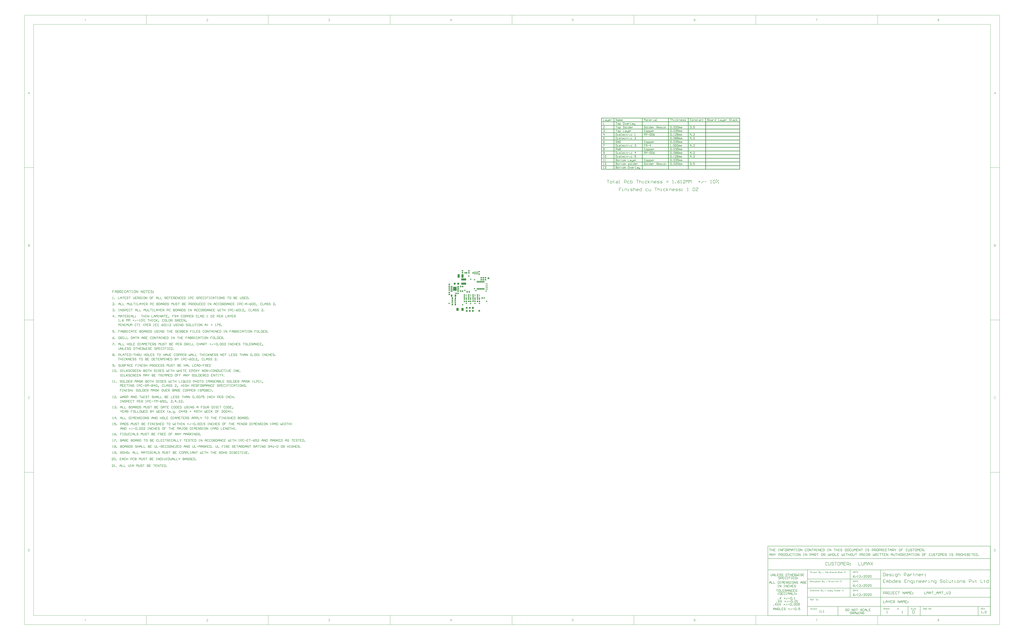
<source format=gbs>
G04 Layer_Color=12566272*
%FSLAX25Y25*%
%MOIN*%
G70*
G01*
G75*
%ADD21C,0.01500*%
%ADD26C,0.00100*%
%ADD27C,0.01000*%
%ADD28C,0.00500*%
%ADD29C,0.00700*%
%ADD66R,0.05128X0.07687*%
%ADD69R,0.04537X0.04340*%
%ADD70R,0.04340X0.04537*%
%ADD74C,0.05937*%
%ADD75C,0.04737*%
%ADD76R,0.05954X0.05954*%
%ADD77C,0.05954*%
%ADD78C,0.01200*%
%ADD79R,0.03109X0.06200*%
%ADD80R,0.03200X0.05900*%
%ADD81R,0.03200X0.06018*%
%ADD82R,0.03287X0.06000*%
%ADD83C,0.04100*%
%ADD84R,0.04658X0.04422*%
%ADD85O,0.04147X0.06706*%
%ADD86R,0.04147X0.06706*%
%ADD87R,0.04422X0.04658*%
%ADD88R,0.02372X0.01880*%
%ADD89O,0.02962X0.01584*%
%ADD90O,0.02372X0.01880*%
%ADD91C,0.03950*%
%ADD92R,0.06509X0.03556*%
%ADD93O,0.06509X0.03556*%
%ADD94R,0.11627X0.13005*%
%ADD95R,0.03041X0.03041*%
%ADD96O,0.02175X0.05915*%
%ADD97R,0.02175X0.05915*%
%ADD98R,0.16348X0.06506*%
%ADD99R,0.03750X0.02962*%
%ADD100R,0.06312X0.05918*%
%ADD101R,0.06899X0.11624*%
%ADD102R,0.07178X0.09383*%
D21*
X507250Y631550D02*
X961130D01*
X507250Y643550D02*
X961130D01*
X507250Y475550D02*
Y643550D01*
Y475550D02*
X548241D01*
X507250Y487550D02*
X548241D01*
X507250Y499550D02*
X548241D01*
X507250Y511550D02*
X548241D01*
X507250Y523550D02*
X548241D01*
X507250Y535550D02*
X548241D01*
X507250Y547550D02*
X548241D01*
X507250Y559550D02*
X548241D01*
X507250Y571550D02*
X548241D01*
X507250Y583550D02*
X548241D01*
X507250Y595550D02*
X548241D01*
X507250Y607550D02*
X548241D01*
X507250Y619550D02*
X548241D01*
Y475550D02*
Y643550D01*
Y475550D02*
X641216D01*
X548241Y487550D02*
X641216D01*
X548241Y499550D02*
X641216D01*
X548241Y511550D02*
X641216D01*
X548241Y523550D02*
X641216D01*
X548241Y535550D02*
X641216D01*
X548241Y547550D02*
X641216D01*
X548241Y559550D02*
X641216D01*
X548241Y571550D02*
X641216D01*
X548241Y583550D02*
X641216D01*
X548241Y595550D02*
X641216D01*
X548241Y607550D02*
X641216D01*
X548241Y619550D02*
X641216D01*
Y475550D02*
Y643550D01*
Y475550D02*
X727192D01*
X641216Y487550D02*
X727192D01*
X641216Y499550D02*
X727192D01*
X641216Y511550D02*
X727192D01*
X641216Y523550D02*
X727192D01*
X641216Y535550D02*
X727192D01*
X641216Y547550D02*
X727192D01*
X641216Y559550D02*
X727192D01*
X641216Y571550D02*
X727192D01*
X641216Y583550D02*
X727192D01*
X641216Y595550D02*
X727192D01*
X641216Y607550D02*
X727192D01*
X641216Y619550D02*
X727192D01*
Y475550D02*
Y643550D01*
Y475550D02*
X792176D01*
X727192Y487550D02*
X792176D01*
X727192Y499550D02*
X792176D01*
X727192Y511550D02*
X792176D01*
X727192Y523550D02*
X792176D01*
X727192Y535550D02*
X792176D01*
X727192Y547550D02*
X792176D01*
X727192Y559550D02*
X792176D01*
X727192Y571550D02*
X792176D01*
X727192Y583550D02*
X792176D01*
X727192Y595550D02*
X792176D01*
X727192Y607550D02*
X792176D01*
X727192Y619550D02*
X792176D01*
Y475550D02*
Y643550D01*
Y475550D02*
X849162D01*
X792176Y487550D02*
X849162D01*
X792176Y499550D02*
X849162D01*
X792176Y511550D02*
X849162D01*
X792176Y523550D02*
X849162D01*
X792176Y535550D02*
X849162D01*
X792176Y547550D02*
X849162D01*
X792176Y559550D02*
X849162D01*
X792176Y571550D02*
X849162D01*
X792176Y583550D02*
X849162D01*
X792176Y595550D02*
X849162D01*
X792176Y607550D02*
X849162D01*
X792176Y619550D02*
X849162D01*
Y475550D02*
Y643550D01*
Y475550D02*
X961130D01*
X849162Y487550D02*
X961130D01*
X849162Y499550D02*
X961130D01*
X849162Y511550D02*
X961130D01*
X849162Y523550D02*
X961130D01*
X849162Y535550D02*
X961130D01*
X849162Y547550D02*
X961130D01*
X849162Y559550D02*
X961130D01*
X849162Y571550D02*
X961130D01*
X849162Y583550D02*
X961130D01*
X849162Y595550D02*
X961130D01*
X849162Y607550D02*
X961130D01*
X849162Y619550D02*
X961130D01*
Y475550D02*
Y643550D01*
D26*
X955130Y475550D02*
X961130Y481550D01*
X949130Y475550D02*
X961130Y487550D01*
X943130Y475550D02*
X955130Y487550D01*
X937130Y475550D02*
X949130Y487550D01*
X931130Y475550D02*
X943130Y487550D01*
X925130Y475550D02*
X937130Y487550D01*
X919130Y475550D02*
X931130Y487550D01*
X913130Y475550D02*
X925130Y487550D01*
X907130Y475550D02*
X919130Y487550D01*
X901130Y475550D02*
X913130Y487550D01*
X895130Y475550D02*
X907130Y487550D01*
X889130Y475550D02*
X901130Y487550D01*
X883130Y475550D02*
X895130Y487550D01*
X877130Y475550D02*
X889130Y487550D01*
X871130Y475550D02*
X883130Y487550D01*
X865130Y475550D02*
X877130Y487550D01*
X859130Y475550D02*
X871130Y487550D01*
X853130Y475550D02*
X865130Y487550D01*
X849162Y477582D02*
X859130Y487550D01*
X849162Y483582D02*
X853130Y487550D01*
X955130D02*
X961130Y493550D01*
X949130Y487550D02*
X961130Y499550D01*
X943130Y487550D02*
X955130Y499550D01*
X937130Y487550D02*
X949130Y499550D01*
X931130Y487550D02*
X943130Y499550D01*
X925130Y487550D02*
X937130Y499550D01*
X919130Y487550D02*
X931130Y499550D01*
X913130Y487550D02*
X925130Y499550D01*
X907130Y487550D02*
X919130Y499550D01*
X901130Y487550D02*
X913130Y499550D01*
X895130Y487550D02*
X907130Y499550D01*
X889130Y487550D02*
X901130Y499550D01*
X883130Y487550D02*
X895130Y499550D01*
X877130Y487550D02*
X889130Y499550D01*
X871130Y487550D02*
X883130Y499550D01*
X865130Y487550D02*
X877130Y499550D01*
X859130Y487550D02*
X871130Y499550D01*
X853130Y487550D02*
X865130Y499550D01*
X849162Y489582D02*
X859130Y499550D01*
X849162Y495582D02*
X853130Y499550D01*
X955130D02*
X961130Y505550D01*
X949130Y499550D02*
X961130Y511550D01*
X943130Y499550D02*
X955130Y511550D01*
X937130Y499550D02*
X949130Y511550D01*
X931130Y499550D02*
X943130Y511550D01*
X925130Y499550D02*
X937130Y511550D01*
X919130Y499550D02*
X931130Y511550D01*
X913130Y499550D02*
X925130Y511550D01*
X907130Y499550D02*
X919130Y511550D01*
X901130Y499550D02*
X913130Y511550D01*
X895130Y499550D02*
X907130Y511550D01*
X889130Y499550D02*
X901130Y511550D01*
X883130Y499550D02*
X895130Y511550D01*
X877130Y499550D02*
X889130Y511550D01*
X871130Y499550D02*
X883130Y511550D01*
X865130Y499550D02*
X877130Y511550D01*
X859130Y499550D02*
X871130Y511550D01*
X853130Y499550D02*
X865130Y511550D01*
X849162Y501582D02*
X859130Y511550D01*
X849162Y507582D02*
X853130Y511550D01*
X955130D02*
X961130Y517550D01*
X949130Y511550D02*
X961130Y523550D01*
X943130Y511550D02*
X955130Y523550D01*
X937130Y511550D02*
X949130Y523550D01*
X931130Y511550D02*
X943130Y523550D01*
X925130Y511550D02*
X937130Y523550D01*
X919130Y511550D02*
X931130Y523550D01*
X913130Y511550D02*
X925130Y523550D01*
X907130Y511550D02*
X919130Y523550D01*
X901130Y511550D02*
X913130Y523550D01*
X895130Y511550D02*
X907130Y523550D01*
X889130Y511550D02*
X901130Y523550D01*
X883130Y511550D02*
X895130Y523550D01*
X877130Y511550D02*
X889130Y523550D01*
X871130Y511550D02*
X883130Y523550D01*
X865130Y511550D02*
X877130Y523550D01*
X859130Y511550D02*
X871130Y523550D01*
X853130Y511550D02*
X865130Y523550D01*
X849162Y513582D02*
X859130Y523550D01*
X849162Y519582D02*
X853130Y523550D01*
X955130D02*
X961130Y529550D01*
X949130Y523550D02*
X961130Y535550D01*
X943130Y523550D02*
X955130Y535550D01*
X937130Y523550D02*
X949130Y535550D01*
X931130Y523550D02*
X943130Y535550D01*
X925130Y523550D02*
X937130Y535550D01*
X919130Y523550D02*
X931130Y535550D01*
X913130Y523550D02*
X925130Y535550D01*
X907130Y523550D02*
X919130Y535550D01*
X901130Y523550D02*
X913130Y535550D01*
X895130Y523550D02*
X907130Y535550D01*
X889130Y523550D02*
X901130Y535550D01*
X883130Y523550D02*
X895130Y535550D01*
X877130Y523550D02*
X889130Y535550D01*
X871130Y523550D02*
X883130Y535550D01*
X865130Y523550D02*
X877130Y535550D01*
X859130Y523550D02*
X871130Y535550D01*
X853130Y523550D02*
X865130Y535550D01*
X849162Y525582D02*
X859130Y535550D01*
X849162Y531582D02*
X853130Y535550D01*
X955130D02*
X961130Y541550D01*
X949130Y535550D02*
X961130Y547550D01*
X943130Y535550D02*
X955130Y547550D01*
X937130Y535550D02*
X949130Y547550D01*
X931130Y535550D02*
X943130Y547550D01*
X925130Y535550D02*
X937130Y547550D01*
X919130Y535550D02*
X931130Y547550D01*
X913130Y535550D02*
X925130Y547550D01*
X907130Y535550D02*
X919130Y547550D01*
X901130Y535550D02*
X913130Y547550D01*
X895130Y535550D02*
X907130Y547550D01*
X889130Y535550D02*
X901130Y547550D01*
X883130Y535550D02*
X895130Y547550D01*
X877130Y535550D02*
X889130Y547550D01*
X871130Y535550D02*
X883130Y547550D01*
X865130Y535550D02*
X877130Y547550D01*
X859130Y535550D02*
X871130Y547550D01*
X853130Y535550D02*
X865130Y547550D01*
X849162Y537582D02*
X859130Y547550D01*
X849162Y543582D02*
X853130Y547550D01*
X955130D02*
X961130Y553550D01*
X949130Y547550D02*
X961130Y559550D01*
X943130Y547550D02*
X955130Y559550D01*
X937130Y547550D02*
X949130Y559550D01*
X931130Y547550D02*
X943130Y559550D01*
X925130Y547550D02*
X937130Y559550D01*
X919130Y547550D02*
X931130Y559550D01*
X913130Y547550D02*
X925130Y559550D01*
X907130Y547550D02*
X919130Y559550D01*
X901130Y547550D02*
X913130Y559550D01*
X895130Y547550D02*
X907130Y559550D01*
X889130Y547550D02*
X901130Y559550D01*
X883130Y547550D02*
X895130Y559550D01*
X877130Y547550D02*
X889130Y559550D01*
X871130Y547550D02*
X883130Y559550D01*
X865130Y547550D02*
X877130Y559550D01*
X859130Y547550D02*
X871130Y559550D01*
X853130Y547550D02*
X865130Y559550D01*
X849162Y549582D02*
X859130Y559550D01*
X849162Y555582D02*
X853130Y559550D01*
X955130D02*
X961130Y565550D01*
X949130Y559550D02*
X961130Y571550D01*
X943130Y559550D02*
X955130Y571550D01*
X937130Y559550D02*
X949130Y571550D01*
X931130Y559550D02*
X943130Y571550D01*
X925130Y559550D02*
X937130Y571550D01*
X919130Y559550D02*
X931130Y571550D01*
X913130Y559550D02*
X925130Y571550D01*
X907130Y559550D02*
X919130Y571550D01*
X901130Y559550D02*
X913130Y571550D01*
X895130Y559550D02*
X907130Y571550D01*
X889130Y559550D02*
X901130Y571550D01*
X883130Y559550D02*
X895130Y571550D01*
X877130Y559550D02*
X889130Y571550D01*
X871130Y559550D02*
X883130Y571550D01*
X865130Y559550D02*
X877130Y571550D01*
X859130Y559550D02*
X871130Y571550D01*
X853130Y559550D02*
X865130Y571550D01*
X849162Y561582D02*
X859130Y571550D01*
X849162Y567582D02*
X853130Y571550D01*
X955130D02*
X961130Y577550D01*
X949130Y571550D02*
X961130Y583550D01*
X943130Y571550D02*
X955130Y583550D01*
X937130Y571550D02*
X949130Y583550D01*
X931130Y571550D02*
X943130Y583550D01*
X925130Y571550D02*
X937130Y583550D01*
X919130Y571550D02*
X931130Y583550D01*
X913130Y571550D02*
X925130Y583550D01*
X907130Y571550D02*
X919130Y583550D01*
X901130Y571550D02*
X913130Y583550D01*
X895130Y571550D02*
X907130Y583550D01*
X889130Y571550D02*
X901130Y583550D01*
X883130Y571550D02*
X895130Y583550D01*
X877130Y571550D02*
X889130Y583550D01*
X871130Y571550D02*
X883130Y583550D01*
X865130Y571550D02*
X877130Y583550D01*
X859130Y571550D02*
X871130Y583550D01*
X853130Y571550D02*
X865130Y583550D01*
X849162Y573582D02*
X859130Y583550D01*
X849162Y579582D02*
X853130Y583550D01*
X955130D02*
X961130Y589550D01*
X949130Y583550D02*
X961130Y595550D01*
X943130Y583550D02*
X955130Y595550D01*
X937130Y583550D02*
X949130Y595550D01*
X931130Y583550D02*
X943130Y595550D01*
X925130Y583550D02*
X937130Y595550D01*
X919130Y583550D02*
X931130Y595550D01*
X913130Y583550D02*
X925130Y595550D01*
X907130Y583550D02*
X919130Y595550D01*
X901130Y583550D02*
X913130Y595550D01*
X895130Y583550D02*
X907130Y595550D01*
X889130Y583550D02*
X901130Y595550D01*
X883130Y583550D02*
X895130Y595550D01*
X877130Y583550D02*
X889130Y595550D01*
X871130Y583550D02*
X883130Y595550D01*
X865130Y583550D02*
X877130Y595550D01*
X859130Y583550D02*
X871130Y595550D01*
X853130Y583550D02*
X865130Y595550D01*
X849162Y585582D02*
X859130Y595550D01*
X849162Y591582D02*
X853130Y595550D01*
X955130D02*
X961130Y601550D01*
X949130Y595550D02*
X961130Y607550D01*
X943130Y595550D02*
X955130Y607550D01*
X937130Y595550D02*
X949130Y607550D01*
X931130Y595550D02*
X943130Y607550D01*
X925130Y595550D02*
X937130Y607550D01*
X919130Y595550D02*
X931130Y607550D01*
X913130Y595550D02*
X925130Y607550D01*
X907130Y595550D02*
X919130Y607550D01*
X901130Y595550D02*
X913130Y607550D01*
X895130Y595550D02*
X907130Y607550D01*
X889130Y595550D02*
X901130Y607550D01*
X883130Y595550D02*
X895130Y607550D01*
X877130Y595550D02*
X889130Y607550D01*
X871130Y595550D02*
X883130Y607550D01*
X865130Y595550D02*
X877130Y607550D01*
X859130Y595550D02*
X871130Y607550D01*
X853130Y595550D02*
X865130Y607550D01*
X849162Y597582D02*
X859130Y607550D01*
X849162Y603582D02*
X853130Y607550D01*
X955130D02*
X961130Y613550D01*
X949130Y607550D02*
X961130Y619550D01*
X943130Y607550D02*
X955130Y619550D01*
X937130Y607550D02*
X949130Y619550D01*
X931130Y607550D02*
X943130Y619550D01*
X925130Y607550D02*
X937130Y619550D01*
X919130Y607550D02*
X931130Y619550D01*
X913130Y607550D02*
X925130Y619550D01*
X907130Y607550D02*
X919130Y619550D01*
X901130Y607550D02*
X913130Y619550D01*
X895130Y607550D02*
X907130Y619550D01*
X889130Y607550D02*
X901130Y619550D01*
X883130Y607550D02*
X895130Y619550D01*
X877130Y607550D02*
X889130Y619550D01*
X871130Y607550D02*
X883130Y619550D01*
X865130Y607550D02*
X877130Y619550D01*
X859130Y607550D02*
X871130Y619550D01*
X853130Y607550D02*
X865130Y619550D01*
X849162Y609582D02*
X859130Y619550D01*
X849162Y615582D02*
X853130Y619550D01*
X955130D02*
X961130Y625550D01*
X949130Y619550D02*
X961130Y631550D01*
X943130Y619550D02*
X955130Y631550D01*
X937130Y619550D02*
X949130Y631550D01*
X931130Y619550D02*
X943130Y631550D01*
X925130Y619550D02*
X937130Y631550D01*
X919130Y619550D02*
X931130Y631550D01*
X913130Y619550D02*
X925130Y631550D01*
X907130Y619550D02*
X919130Y631550D01*
X901130Y619550D02*
X913130Y631550D01*
X895130Y619550D02*
X907130Y631550D01*
X889130Y619550D02*
X901130Y631550D01*
X883130Y619550D02*
X895130Y631550D01*
X877130Y619550D02*
X889130Y631550D01*
X871130Y619550D02*
X883130Y631550D01*
X865130Y619550D02*
X877130Y631550D01*
X859130Y619550D02*
X871130Y631550D01*
X853130Y619550D02*
X865130Y631550D01*
X849162Y621582D02*
X859130Y631550D01*
X849162Y627582D02*
X853130Y631550D01*
D27*
X-1094335Y-501000D02*
X-1099000D01*
X-1094335Y-496335D01*
Y-495168D01*
X-1095501Y-494002D01*
X-1097834D01*
X-1099000Y-495168D01*
X-1092002Y-501000D02*
X-1089670D01*
X-1090836D01*
Y-494002D01*
X-1092002Y-495168D01*
X-1086171Y-501000D02*
Y-499834D01*
X-1085005D01*
Y-501000D01*
X-1086171D01*
X-1073342D02*
Y-496335D01*
X-1071009Y-494002D01*
X-1068676Y-496335D01*
Y-501000D01*
Y-497501D01*
X-1073342D01*
X-1066344Y-494002D02*
Y-501000D01*
X-1061679D01*
X-1059346Y-494002D02*
Y-501000D01*
X-1054681D01*
X-1045351Y-494002D02*
Y-498667D01*
X-1043018Y-501000D01*
X-1040685Y-498667D01*
Y-494002D01*
X-1038353D02*
X-1036020D01*
X-1037187D01*
Y-501000D01*
X-1038353D01*
X-1036020D01*
X-1032522D02*
Y-496335D01*
X-1030189Y-494002D01*
X-1027856Y-496335D01*
Y-501000D01*
Y-497501D01*
X-1032522D01*
X-1018526Y-501000D02*
Y-494002D01*
X-1016193Y-496335D01*
X-1013861Y-494002D01*
Y-501000D01*
X-1011528Y-494002D02*
Y-499834D01*
X-1010362Y-501000D01*
X-1008029D01*
X-1006863Y-499834D01*
Y-494002D01*
X-999865Y-495168D02*
X-1001032Y-494002D01*
X-1003364D01*
X-1004531Y-495168D01*
Y-496335D01*
X-1003364Y-497501D01*
X-1001032D01*
X-999865Y-498667D01*
Y-499834D01*
X-1001032Y-501000D01*
X-1003364D01*
X-1004531Y-499834D01*
X-997533Y-494002D02*
X-992868D01*
X-995200D01*
Y-501000D01*
X-983537Y-494002D02*
Y-501000D01*
X-980038D01*
X-978872Y-499834D01*
Y-498667D01*
X-980038Y-497501D01*
X-983537D01*
X-980038D01*
X-978872Y-496335D01*
Y-495168D01*
X-980038Y-494002D01*
X-983537D01*
X-971874D02*
X-976540D01*
Y-501000D01*
X-971874D01*
X-976540Y-497501D02*
X-974207D01*
X-962544Y-494002D02*
X-957879D01*
X-960211D01*
Y-501000D01*
X-950881Y-494002D02*
X-955546D01*
Y-501000D01*
X-950881D01*
X-955546Y-497501D02*
X-953214D01*
X-948549Y-501000D02*
Y-494002D01*
X-943883Y-501000D01*
Y-494002D01*
X-941551D02*
X-936886D01*
X-939218D01*
Y-501000D01*
X-929888Y-494002D02*
X-934553D01*
Y-501000D01*
X-929888D01*
X-934553Y-497501D02*
X-932220D01*
X-927555Y-494002D02*
Y-501000D01*
X-924057D01*
X-922890Y-499834D01*
Y-495168D01*
X-924057Y-494002D01*
X-927555D01*
X-920558Y-501000D02*
Y-499834D01*
X-919391D01*
Y-501000D01*
X-920558D01*
X-1093521Y-10286D02*
Y-3288D01*
X-1097020Y-6787D01*
X-1092354D01*
X-1090022Y-10286D02*
Y-9120D01*
X-1088856D01*
Y-10286D01*
X-1090022D01*
X-1077193D02*
Y-3288D01*
X-1074860Y-5621D01*
X-1072528Y-3288D01*
Y-10286D01*
X-1070195D02*
Y-5621D01*
X-1067862Y-3288D01*
X-1065530Y-5621D01*
Y-10286D01*
Y-6787D01*
X-1070195D01*
X-1063197Y-3288D02*
X-1058532D01*
X-1060865D01*
Y-10286D01*
X-1051534Y-3288D02*
X-1056199D01*
Y-10286D01*
X-1051534D01*
X-1056199Y-6787D02*
X-1053867D01*
X-1049202Y-10286D02*
Y-3288D01*
X-1045703D01*
X-1044537Y-4454D01*
Y-6787D01*
X-1045703Y-7953D01*
X-1049202D01*
X-1046869D02*
X-1044537Y-10286D01*
X-1042204Y-3288D02*
X-1039872D01*
X-1041038D01*
Y-10286D01*
X-1042204D01*
X-1039872D01*
X-1036373D02*
Y-5621D01*
X-1034040Y-3288D01*
X-1031707Y-5621D01*
Y-10286D01*
Y-6787D01*
X-1036373D01*
X-1029375Y-3288D02*
Y-10286D01*
X-1024710D01*
X-1022377Y-5621D02*
X-1021211D01*
Y-6787D01*
X-1022377D01*
Y-5621D01*
Y-9120D02*
X-1021211D01*
Y-10286D01*
X-1022377D01*
Y-9120D01*
X-1002550Y-3288D02*
X-997885D01*
X-1000218D01*
Y-10286D01*
X-995552Y-3288D02*
Y-10286D01*
Y-6787D01*
X-990887D01*
Y-3288D01*
Y-10286D01*
X-988555Y-3288D02*
X-986222D01*
X-987388D01*
Y-10286D01*
X-988555D01*
X-986222D01*
X-982723D02*
Y-3288D01*
X-978058Y-10286D01*
Y-3288D01*
X-968728D02*
Y-10286D01*
X-964063D01*
X-961730D02*
Y-5621D01*
X-959398Y-3288D01*
X-957065Y-5621D01*
Y-10286D01*
Y-6787D01*
X-961730D01*
X-954732Y-10286D02*
Y-3288D01*
X-952400Y-5621D01*
X-950067Y-3288D01*
Y-10286D01*
X-947735Y-3288D02*
X-945402D01*
X-946568D01*
Y-10286D01*
X-947735D01*
X-945402D01*
X-941903D02*
Y-3288D01*
X-937238Y-10286D01*
Y-3288D01*
X-934905Y-10286D02*
Y-5621D01*
X-932573Y-3288D01*
X-930240Y-5621D01*
Y-10286D01*
Y-6787D01*
X-934905D01*
X-927908Y-3288D02*
X-923242D01*
X-925575D01*
Y-10286D01*
X-916245Y-3288D02*
X-920910D01*
Y-10286D01*
X-916245D01*
X-920910Y-6787D02*
X-918577D01*
X-912746Y-11452D02*
X-911580Y-10286D01*
Y-9120D01*
X-912746D01*
Y-10286D01*
X-911580D01*
X-912746Y-11452D01*
X-913912Y-12618D01*
X-895251Y-3288D02*
X-899917D01*
Y-6787D01*
X-897584D01*
X-899917D01*
Y-10286D01*
X-892919D02*
Y-3288D01*
X-889420D01*
X-888254Y-4454D01*
Y-6787D01*
X-889420Y-7953D01*
X-892919D01*
X-890586D02*
X-888254Y-10286D01*
X-882422D02*
Y-3288D01*
X-885921Y-6787D01*
X-881256D01*
X-867260Y-4454D02*
X-868427Y-3288D01*
X-870759D01*
X-871926Y-4454D01*
Y-9120D01*
X-870759Y-10286D01*
X-868427D01*
X-867260Y-9120D01*
X-861429Y-3288D02*
X-863762D01*
X-864928Y-4454D01*
Y-9120D01*
X-863762Y-10286D01*
X-861429D01*
X-860263Y-9120D01*
Y-4454D01*
X-861429Y-3288D01*
X-857930Y-10286D02*
Y-3288D01*
X-854431D01*
X-853265Y-4454D01*
Y-6787D01*
X-854431Y-7953D01*
X-857930D01*
X-850933Y-10286D02*
Y-3288D01*
X-847434D01*
X-846267Y-4454D01*
Y-6787D01*
X-847434Y-7953D01*
X-850933D01*
X-839270Y-3288D02*
X-843935D01*
Y-10286D01*
X-839270D01*
X-843935Y-6787D02*
X-841602D01*
X-836937Y-10286D02*
Y-3288D01*
X-833438D01*
X-832272Y-4454D01*
Y-6787D01*
X-833438Y-7953D01*
X-836937D01*
X-834604D02*
X-832272Y-10286D01*
X-818276Y-4454D02*
X-819443Y-3288D01*
X-821775D01*
X-822941Y-4454D01*
Y-9120D01*
X-821775Y-10286D01*
X-819443D01*
X-818276Y-9120D01*
X-815944Y-3288D02*
Y-10286D01*
X-811279D01*
X-808946D02*
Y-5621D01*
X-806614Y-3288D01*
X-804281Y-5621D01*
Y-10286D01*
Y-6787D01*
X-808946D01*
X-801948Y-3288D02*
Y-10286D01*
X-798449D01*
X-797283Y-9120D01*
Y-4454D01*
X-798449Y-3288D01*
X-801948D01*
X-787953Y-10286D02*
X-785620D01*
X-786787D01*
Y-3288D01*
X-787953Y-4454D01*
X-771625Y-3288D02*
X-773957D01*
X-775124Y-4454D01*
Y-9120D01*
X-773957Y-10286D01*
X-771625D01*
X-770459Y-9120D01*
Y-4454D01*
X-771625Y-3288D01*
X-768126D02*
X-763461D01*
Y-4454D01*
X-768126Y-9120D01*
Y-10286D01*
X-763461D01*
X-754130D02*
Y-3288D01*
X-750632D01*
X-749465Y-4454D01*
Y-6787D01*
X-750632Y-7953D01*
X-754130D01*
X-742467Y-3288D02*
X-747133D01*
Y-10286D01*
X-742467D01*
X-747133Y-6787D02*
X-744800D01*
X-740135Y-10286D02*
Y-3288D01*
X-736636D01*
X-735470Y-4454D01*
Y-6787D01*
X-736636Y-7953D01*
X-740135D01*
X-737802D02*
X-735470Y-10286D01*
X-726139Y-3288D02*
Y-10286D01*
X-721474D01*
X-719142D02*
Y-5621D01*
X-716809Y-3288D01*
X-714477Y-5621D01*
Y-10286D01*
Y-6787D01*
X-719142D01*
X-712144Y-3288D02*
Y-4454D01*
X-709811Y-6787D01*
X-707479Y-4454D01*
Y-3288D01*
X-709811Y-6787D02*
Y-10286D01*
X-700481Y-3288D02*
X-705146D01*
Y-10286D01*
X-700481D01*
X-705146Y-6787D02*
X-702814D01*
X-698148Y-10286D02*
Y-3288D01*
X-694650D01*
X-693483Y-4454D01*
Y-6787D01*
X-694650Y-7953D01*
X-698148D01*
X-695816D02*
X-693483Y-10286D01*
X-1097020Y49707D02*
X-1094687D01*
X-1095853D01*
Y56705D01*
X-1097020Y55538D01*
X-1091188Y49707D02*
Y50873D01*
X-1090022D01*
Y49707D01*
X-1091188D01*
X-1078359Y56705D02*
Y49707D01*
X-1073694D01*
X-1071361D02*
Y54372D01*
X-1069029Y56705D01*
X-1066696Y54372D01*
Y49707D01*
Y53206D01*
X-1071361D01*
X-1064364Y56705D02*
X-1059698D01*
X-1062031D01*
Y49707D01*
X-1052701Y56705D02*
X-1057366D01*
Y49707D01*
X-1052701D01*
X-1057366Y53206D02*
X-1055033D01*
X-1045703Y55538D02*
X-1046869Y56705D01*
X-1049202D01*
X-1050368Y55538D01*
Y54372D01*
X-1049202Y53206D01*
X-1046869D01*
X-1045703Y52040D01*
Y50873D01*
X-1046869Y49707D01*
X-1049202D01*
X-1050368Y50873D01*
X-1043370Y56705D02*
X-1038705D01*
X-1041038D01*
Y49707D01*
X-1029375Y56705D02*
Y52040D01*
X-1027042Y49707D01*
X-1024710Y52040D01*
Y56705D01*
X-1017712D02*
X-1022377D01*
Y49707D01*
X-1017712D01*
X-1022377Y53206D02*
X-1020045D01*
X-1015379Y49707D02*
Y56705D01*
X-1011880D01*
X-1010714Y55538D01*
Y53206D01*
X-1011880Y52040D01*
X-1015379D01*
X-1013047D02*
X-1010714Y49707D01*
X-1003716Y55538D02*
X-1004883Y56705D01*
X-1007215D01*
X-1008382Y55538D01*
Y54372D01*
X-1007215Y53206D01*
X-1004883D01*
X-1003716Y52040D01*
Y50873D01*
X-1004883Y49707D01*
X-1007215D01*
X-1008382Y50873D01*
X-1001384Y56705D02*
X-999051D01*
X-1000218D01*
Y49707D01*
X-1001384D01*
X-999051D01*
X-992054Y56705D02*
X-994386D01*
X-995552Y55538D01*
Y50873D01*
X-994386Y49707D01*
X-992054D01*
X-990887Y50873D01*
Y55538D01*
X-992054Y56705D01*
X-988555Y49707D02*
Y56705D01*
X-983890Y49707D01*
Y56705D01*
X-971060D02*
X-973393D01*
X-974559Y55538D01*
Y50873D01*
X-973393Y49707D01*
X-971060D01*
X-969894Y50873D01*
Y55538D01*
X-971060Y56705D01*
X-962896D02*
X-967562D01*
Y53206D01*
X-965229D01*
X-967562D01*
Y49707D01*
X-953566D02*
Y54372D01*
X-951233Y56705D01*
X-948901Y54372D01*
Y49707D01*
Y53206D01*
X-953566D01*
X-946568Y56705D02*
Y49707D01*
X-941903D01*
X-939571Y56705D02*
Y49707D01*
X-934905D01*
X-925575D02*
Y56705D01*
X-922076D01*
X-920910Y55538D01*
Y53206D01*
X-922076Y52040D01*
X-925575D01*
X-923242D02*
X-920910Y49707D01*
X-913912Y56705D02*
X-918577D01*
Y49707D01*
X-913912D01*
X-918577Y53206D02*
X-916245D01*
X-906914Y56705D02*
X-911580D01*
Y53206D01*
X-909247D01*
X-911580D01*
Y49707D01*
X-899917Y56705D02*
X-904582D01*
Y49707D01*
X-899917D01*
X-904582Y53206D02*
X-902249D01*
X-897584Y49707D02*
Y56705D01*
X-894085D01*
X-892919Y55538D01*
Y53206D01*
X-894085Y52040D01*
X-897584D01*
X-895251D02*
X-892919Y49707D01*
X-885921Y56705D02*
X-890586D01*
Y49707D01*
X-885921D01*
X-890586Y53206D02*
X-888254D01*
X-883589Y49707D02*
Y56705D01*
X-878924Y49707D01*
Y56705D01*
X-871926Y55538D02*
X-873092Y56705D01*
X-875425D01*
X-876591Y55538D01*
Y50873D01*
X-875425Y49707D01*
X-873092D01*
X-871926Y50873D01*
X-864928Y56705D02*
X-869593D01*
Y49707D01*
X-864928D01*
X-869593Y53206D02*
X-867260D01*
X-862595Y56705D02*
Y49707D01*
X-859097D01*
X-857930Y50873D01*
Y55538D01*
X-859097Y56705D01*
X-862595D01*
X-848600D02*
X-846267D01*
X-847434D01*
Y49707D01*
X-848600D01*
X-846267D01*
X-842768D02*
Y56705D01*
X-839270D01*
X-838103Y55538D01*
Y53206D01*
X-839270Y52040D01*
X-842768D01*
X-831106Y55538D02*
X-832272Y56705D01*
X-834604D01*
X-835771Y55538D01*
Y50873D01*
X-834604Y49707D01*
X-832272D01*
X-831106Y50873D01*
X-817110Y55538D02*
X-818276Y56705D01*
X-820609D01*
X-821775Y55538D01*
Y54372D01*
X-820609Y53206D01*
X-818276D01*
X-817110Y52040D01*
Y50873D01*
X-818276Y49707D01*
X-820609D01*
X-821775Y50873D01*
X-814777Y49707D02*
Y56705D01*
X-811279D01*
X-810112Y55538D01*
Y53206D01*
X-811279Y52040D01*
X-814777D01*
X-803115Y56705D02*
X-807780D01*
Y49707D01*
X-803115D01*
X-807780Y53206D02*
X-805447D01*
X-796117Y55538D02*
X-797283Y56705D01*
X-799616D01*
X-800782Y55538D01*
Y50873D01*
X-799616Y49707D01*
X-797283D01*
X-796117Y50873D01*
X-793784Y56705D02*
X-791452D01*
X-792618D01*
Y49707D01*
X-793784D01*
X-791452D01*
X-783288Y56705D02*
X-787953D01*
Y53206D01*
X-785620D01*
X-787953D01*
Y49707D01*
X-780955Y56705D02*
X-778622D01*
X-779789D01*
Y49707D01*
X-780955D01*
X-778622D01*
X-770459Y55538D02*
X-771625Y56705D01*
X-773957D01*
X-775124Y55538D01*
Y50873D01*
X-773957Y49707D01*
X-771625D01*
X-770459Y50873D01*
X-768126Y49707D02*
Y54372D01*
X-765793Y56705D01*
X-763461Y54372D01*
Y49707D01*
Y53206D01*
X-768126D01*
X-761128Y56705D02*
X-756463D01*
X-758796D01*
Y49707D01*
X-754130Y56705D02*
X-751798D01*
X-752964D01*
Y49707D01*
X-754130D01*
X-751798D01*
X-744800Y56705D02*
X-747133D01*
X-748299Y55538D01*
Y50873D01*
X-747133Y49707D01*
X-744800D01*
X-743634Y50873D01*
Y55538D01*
X-744800Y56705D01*
X-741301Y49707D02*
Y56705D01*
X-736636Y49707D01*
Y56705D01*
X-729638Y55538D02*
X-730805Y56705D01*
X-733137D01*
X-734304Y55538D01*
Y54372D01*
X-733137Y53206D01*
X-730805D01*
X-729638Y52040D01*
Y50873D01*
X-730805Y49707D01*
X-733137D01*
X-734304Y50873D01*
X-720308Y56705D02*
X-715643D01*
X-717975D01*
Y49707D01*
X-709811Y56705D02*
X-712144D01*
X-713310Y55538D01*
Y50873D01*
X-712144Y49707D01*
X-709811D01*
X-708645Y50873D01*
Y55538D01*
X-709811Y56705D01*
X-699315D02*
Y49707D01*
X-695816D01*
X-694650Y50873D01*
Y52040D01*
X-695816Y53206D01*
X-699315D01*
X-695816D01*
X-694650Y54372D01*
Y55538D01*
X-695816Y56705D01*
X-699315D01*
X-687652D02*
X-692317D01*
Y49707D01*
X-687652D01*
X-692317Y53206D02*
X-689985D01*
X-678322Y56705D02*
Y50873D01*
X-677155Y49707D01*
X-674823D01*
X-673656Y50873D01*
Y56705D01*
X-666659Y55538D02*
X-667825Y56705D01*
X-670157D01*
X-671324Y55538D01*
Y54372D01*
X-670157Y53206D01*
X-667825D01*
X-666659Y52040D01*
Y50873D01*
X-667825Y49707D01*
X-670157D01*
X-671324Y50873D01*
X-659661Y56705D02*
X-664326D01*
Y49707D01*
X-659661D01*
X-664326Y53206D02*
X-661994D01*
X-657328Y56705D02*
Y49707D01*
X-653829D01*
X-652663Y50873D01*
Y55538D01*
X-653829Y56705D01*
X-657328D01*
X-650331Y49707D02*
Y50873D01*
X-649164D01*
Y49707D01*
X-650331D01*
X-1092354Y-74288D02*
X-1094687Y-75454D01*
X-1097020Y-77787D01*
Y-80120D01*
X-1095853Y-81286D01*
X-1093521D01*
X-1092354Y-80120D01*
Y-78953D01*
X-1093521Y-77787D01*
X-1097020D01*
X-1090022Y-81286D02*
Y-80120D01*
X-1088856D01*
Y-81286D01*
X-1090022D01*
X-1077193Y-74288D02*
Y-81286D01*
X-1073694D01*
X-1072528Y-80120D01*
Y-75454D01*
X-1073694Y-74288D01*
X-1077193D01*
X-1070195Y-81286D02*
Y-74288D01*
X-1066696D01*
X-1065530Y-75454D01*
Y-77787D01*
X-1066696Y-78953D01*
X-1070195D01*
X-1067862D02*
X-1065530Y-81286D01*
X-1063197Y-74288D02*
X-1060865D01*
X-1062031D01*
Y-81286D01*
X-1063197D01*
X-1060865D01*
X-1057366Y-74288D02*
Y-81286D01*
X-1052701D01*
X-1050368Y-74288D02*
Y-81286D01*
X-1045703D01*
X-1036373Y-74288D02*
Y-81286D01*
X-1032874D01*
X-1031707Y-80120D01*
Y-75454D01*
X-1032874Y-74288D01*
X-1036373D01*
X-1029375Y-81286D02*
Y-76621D01*
X-1027042Y-74288D01*
X-1024710Y-76621D01*
Y-81286D01*
Y-77787D01*
X-1029375D01*
X-1022377Y-74288D02*
X-1017712D01*
X-1020045D01*
Y-81286D01*
X-1015379D02*
Y-76621D01*
X-1013047Y-74288D01*
X-1010714Y-76621D01*
Y-81286D01*
Y-77787D01*
X-1015379D01*
X-1001384Y-81286D02*
Y-76621D01*
X-999051Y-74288D01*
X-996719Y-76621D01*
Y-81286D01*
Y-77787D01*
X-1001384D01*
X-994386Y-81286D02*
Y-74288D01*
X-990887D01*
X-989721Y-75454D01*
Y-77787D01*
X-990887Y-78953D01*
X-994386D01*
X-992054D02*
X-989721Y-81286D01*
X-982723Y-74288D02*
X-987388D01*
Y-81286D01*
X-982723D01*
X-987388Y-77787D02*
X-985056D01*
X-968728Y-75454D02*
X-969894Y-74288D01*
X-972227D01*
X-973393Y-75454D01*
Y-80120D01*
X-972227Y-81286D01*
X-969894D01*
X-968728Y-80120D01*
X-962896Y-74288D02*
X-965229D01*
X-966395Y-75454D01*
Y-80120D01*
X-965229Y-81286D01*
X-962896D01*
X-961730Y-80120D01*
Y-75454D01*
X-962896Y-74288D01*
X-959398Y-81286D02*
Y-74288D01*
X-954732Y-81286D01*
Y-74288D01*
X-952400D02*
X-947735D01*
X-950067D01*
Y-81286D01*
X-945402D02*
Y-76621D01*
X-943069Y-74288D01*
X-940737Y-76621D01*
Y-81286D01*
Y-77787D01*
X-945402D01*
X-938404Y-74288D02*
X-936072D01*
X-937238D01*
Y-81286D01*
X-938404D01*
X-936072D01*
X-932573D02*
Y-74288D01*
X-927908Y-81286D01*
Y-74288D01*
X-920910D02*
X-925575D01*
Y-81286D01*
X-920910D01*
X-925575Y-77787D02*
X-923242D01*
X-918577Y-74288D02*
Y-81286D01*
X-915078D01*
X-913912Y-80120D01*
Y-75454D01*
X-915078Y-74288D01*
X-918577D01*
X-904582D02*
X-902249D01*
X-903415D01*
Y-81286D01*
X-904582D01*
X-902249D01*
X-898750D02*
Y-74288D01*
X-894085Y-81286D01*
Y-74288D01*
X-884755D02*
X-880090D01*
X-882422D01*
Y-81286D01*
X-877757Y-74288D02*
Y-81286D01*
Y-77787D01*
X-873092D01*
Y-74288D01*
Y-81286D01*
X-866094Y-74288D02*
X-870759D01*
Y-81286D01*
X-866094D01*
X-870759Y-77787D02*
X-868427D01*
X-852099Y-74288D02*
X-856764D01*
Y-77787D01*
X-854431D01*
X-856764D01*
Y-81286D01*
X-849766D02*
Y-76621D01*
X-847434Y-74288D01*
X-845101Y-76621D01*
Y-81286D01*
Y-77787D01*
X-849766D01*
X-842768Y-74288D02*
Y-81286D01*
X-839270D01*
X-838103Y-80120D01*
Y-78953D01*
X-839270Y-77787D01*
X-842768D01*
X-839270D01*
X-838103Y-76621D01*
Y-75454D01*
X-839270Y-74288D01*
X-842768D01*
X-835771Y-81286D02*
Y-74288D01*
X-832272D01*
X-831106Y-75454D01*
Y-77787D01*
X-832272Y-78953D01*
X-835771D01*
X-833438D02*
X-831106Y-81286D01*
X-828773Y-74288D02*
X-826440D01*
X-827607D01*
Y-81286D01*
X-828773D01*
X-826440D01*
X-818276Y-75454D02*
X-819443Y-74288D01*
X-821775D01*
X-822941Y-75454D01*
Y-80120D01*
X-821775Y-81286D01*
X-819443D01*
X-818276Y-80120D01*
X-815944Y-81286D02*
Y-76621D01*
X-813611Y-74288D01*
X-811279Y-76621D01*
Y-81286D01*
Y-77787D01*
X-815944D01*
X-808946Y-74288D02*
X-804281D01*
X-806614D01*
Y-81286D01*
X-801948Y-74288D02*
X-799616D01*
X-800782D01*
Y-81286D01*
X-801948D01*
X-799616D01*
X-792618Y-74288D02*
X-794951D01*
X-796117Y-75454D01*
Y-80120D01*
X-794951Y-81286D01*
X-792618D01*
X-791452Y-80120D01*
Y-75454D01*
X-792618Y-74288D01*
X-789119Y-81286D02*
Y-74288D01*
X-784454Y-81286D01*
Y-74288D01*
X-770459D02*
X-775124D01*
Y-77787D01*
X-772791D01*
X-775124D01*
Y-81286D01*
X-764627Y-74288D02*
X-766960D01*
X-768126Y-75454D01*
Y-80120D01*
X-766960Y-81286D01*
X-764627D01*
X-763461Y-80120D01*
Y-75454D01*
X-764627Y-74288D01*
X-761128D02*
Y-81286D01*
X-756463D01*
X-754130Y-74288D02*
Y-81286D01*
X-750632D01*
X-749465Y-80120D01*
Y-75454D01*
X-750632Y-74288D01*
X-754130D01*
X-742467D02*
X-747133D01*
Y-81286D01*
X-742467D01*
X-747133Y-77787D02*
X-744800D01*
X-740135Y-81286D02*
Y-74288D01*
X-736636D01*
X-735470Y-75454D01*
Y-77787D01*
X-736636Y-78953D01*
X-740135D01*
X-737802D02*
X-735470Y-81286D01*
X-733137D02*
Y-80120D01*
X-731971D01*
Y-81286D01*
X-733137D01*
X-1097020Y-170619D02*
X-1095853Y-171786D01*
X-1093521D01*
X-1092354Y-170619D01*
Y-165954D01*
X-1093521Y-164788D01*
X-1095853D01*
X-1097020Y-165954D01*
Y-167121D01*
X-1095853Y-168287D01*
X-1092354D01*
X-1090022Y-171786D02*
Y-170619D01*
X-1088856D01*
Y-171786D01*
X-1090022D01*
X-1072528Y-165954D02*
X-1073694Y-164788D01*
X-1076027D01*
X-1077193Y-165954D01*
Y-167121D01*
X-1076027Y-168287D01*
X-1073694D01*
X-1072528Y-169453D01*
Y-170619D01*
X-1073694Y-171786D01*
X-1076027D01*
X-1077193Y-170619D01*
X-1070195Y-164788D02*
Y-170619D01*
X-1069029Y-171786D01*
X-1066696D01*
X-1065530Y-170619D01*
Y-164788D01*
X-1063197Y-171786D02*
Y-164788D01*
X-1059698D01*
X-1058532Y-165954D01*
Y-168287D01*
X-1059698Y-169453D01*
X-1063197D01*
X-1060865D02*
X-1058532Y-171786D01*
X-1051534Y-164788D02*
X-1056199D01*
Y-168287D01*
X-1053867D01*
X-1056199D01*
Y-171786D01*
X-1049202D02*
Y-167121D01*
X-1046869Y-164788D01*
X-1044537Y-167121D01*
Y-171786D01*
Y-168287D01*
X-1049202D01*
X-1037539Y-165954D02*
X-1038705Y-164788D01*
X-1041038D01*
X-1042204Y-165954D01*
Y-170619D01*
X-1041038Y-171786D01*
X-1038705D01*
X-1037539Y-170619D01*
X-1030541Y-164788D02*
X-1035206D01*
Y-171786D01*
X-1030541D01*
X-1035206Y-168287D02*
X-1032874D01*
X-1016546Y-164788D02*
X-1021211D01*
Y-168287D01*
X-1018878D01*
X-1021211D01*
Y-171786D01*
X-1014213Y-164788D02*
X-1011880D01*
X-1013047D01*
Y-171786D01*
X-1014213D01*
X-1011880D01*
X-1008382D02*
Y-164788D01*
X-1003716Y-171786D01*
Y-164788D01*
X-1001384D02*
X-999051D01*
X-1000218D01*
Y-171786D01*
X-1001384D01*
X-999051D01*
X-990887Y-165954D02*
X-992054Y-164788D01*
X-994386D01*
X-995552Y-165954D01*
Y-167121D01*
X-994386Y-168287D01*
X-992054D01*
X-990887Y-169453D01*
Y-170619D01*
X-992054Y-171786D01*
X-994386D01*
X-995552Y-170619D01*
X-988555Y-164788D02*
Y-171786D01*
Y-168287D01*
X-983890D01*
Y-164788D01*
Y-171786D01*
X-974559D02*
Y-164788D01*
X-971060D01*
X-969894Y-165954D01*
Y-168287D01*
X-971060Y-169453D01*
X-974559D01*
X-967562Y-171786D02*
Y-164788D01*
X-964063D01*
X-962896Y-165954D01*
Y-168287D01*
X-964063Y-169453D01*
X-967562D01*
X-965229D02*
X-962896Y-171786D01*
X-957065Y-164788D02*
X-959398D01*
X-960564Y-165954D01*
Y-170619D01*
X-959398Y-171786D01*
X-957065D01*
X-955899Y-170619D01*
Y-165954D01*
X-957065Y-164788D01*
X-948901Y-165954D02*
X-950067Y-164788D01*
X-952400D01*
X-953566Y-165954D01*
Y-170619D01*
X-952400Y-171786D01*
X-950067D01*
X-948901Y-170619D01*
X-941903Y-164788D02*
X-946568D01*
Y-171786D01*
X-941903D01*
X-946568Y-168287D02*
X-944236D01*
X-934905Y-165954D02*
X-936072Y-164788D01*
X-938404D01*
X-939571Y-165954D01*
Y-167121D01*
X-938404Y-168287D01*
X-936072D01*
X-934905Y-169453D01*
Y-170619D01*
X-936072Y-171786D01*
X-938404D01*
X-939571Y-170619D01*
X-927908Y-165954D02*
X-929074Y-164788D01*
X-931406D01*
X-932573Y-165954D01*
Y-167121D01*
X-931406Y-168287D01*
X-929074D01*
X-927908Y-169453D01*
Y-170619D01*
X-929074Y-171786D01*
X-931406D01*
X-932573Y-170619D01*
X-918577Y-171786D02*
Y-164788D01*
X-916245Y-167121D01*
X-913912Y-164788D01*
Y-171786D01*
X-911580Y-164788D02*
Y-170619D01*
X-910413Y-171786D01*
X-908081D01*
X-906914Y-170619D01*
Y-164788D01*
X-899917Y-165954D02*
X-901083Y-164788D01*
X-903415D01*
X-904582Y-165954D01*
Y-167121D01*
X-903415Y-168287D01*
X-901083D01*
X-899917Y-169453D01*
Y-170619D01*
X-901083Y-171786D01*
X-903415D01*
X-904582Y-170619D01*
X-897584Y-164788D02*
X-892919D01*
X-895251D01*
Y-171786D01*
X-883589Y-164788D02*
Y-171786D01*
X-880090D01*
X-878924Y-170619D01*
Y-169453D01*
X-880090Y-168287D01*
X-883589D01*
X-880090D01*
X-878924Y-167121D01*
Y-165954D01*
X-880090Y-164788D01*
X-883589D01*
X-871926D02*
X-876591D01*
Y-171786D01*
X-871926D01*
X-876591Y-168287D02*
X-874258D01*
X-862595Y-164788D02*
Y-171786D01*
Y-168287D01*
X-857930D01*
Y-164788D01*
Y-171786D01*
X-855598D02*
Y-167121D01*
X-853265Y-164788D01*
X-850933Y-167121D01*
Y-171786D01*
Y-168287D01*
X-855598D01*
X-848600Y-164788D02*
Y-171786D01*
X-843935D01*
X-834604Y-164788D02*
Y-171786D01*
X-829939D01*
X-822941Y-164788D02*
X-827607D01*
Y-171786D01*
X-822941D01*
X-827607Y-168287D02*
X-825274D01*
X-820609Y-171786D02*
Y-167121D01*
X-818276Y-164788D01*
X-815944Y-167121D01*
Y-171786D01*
Y-168287D01*
X-820609D01*
X-813611Y-164788D02*
Y-171786D01*
X-810112D01*
X-808946Y-170619D01*
Y-165954D01*
X-810112Y-164788D01*
X-813611D01*
X-806614Y-168287D02*
X-801948D01*
X-794951Y-164788D02*
X-799616D01*
Y-168287D01*
X-797283D01*
X-799616D01*
Y-171786D01*
X-792618D02*
Y-164788D01*
X-789119D01*
X-787953Y-165954D01*
Y-168287D01*
X-789119Y-169453D01*
X-792618D01*
X-790285D02*
X-787953Y-171786D01*
X-780955Y-164788D02*
X-785620D01*
Y-171786D01*
X-780955D01*
X-785620Y-168287D02*
X-783288D01*
X-773957Y-164788D02*
X-778622D01*
Y-171786D01*
X-773957D01*
X-778622Y-168287D02*
X-776290D01*
X-1072020Y-238093D02*
Y-231095D01*
X-1069687Y-233428D01*
X-1067354Y-231095D01*
Y-238093D01*
X-1060357Y-231095D02*
X-1065022D01*
Y-238093D01*
X-1060357D01*
X-1065022Y-234594D02*
X-1062689D01*
X-1053359Y-231095D02*
X-1058024D01*
Y-238093D01*
X-1053359D01*
X-1058024Y-234594D02*
X-1055692D01*
X-1051027Y-231095D02*
X-1046361D01*
X-1048694D01*
Y-238093D01*
X-1044029Y-231095D02*
X-1041696D01*
X-1042862D01*
Y-238093D01*
X-1044029D01*
X-1041696D01*
X-1038197D02*
Y-231095D01*
X-1033532Y-238093D01*
Y-231095D01*
X-1026534Y-232261D02*
X-1027701Y-231095D01*
X-1030033D01*
X-1031199Y-232261D01*
Y-236927D01*
X-1030033Y-238093D01*
X-1027701D01*
X-1026534Y-236927D01*
Y-234594D01*
X-1028867D01*
X-1017204Y-231095D02*
X-1014872D01*
X-1016038D01*
Y-238093D01*
X-1017204D01*
X-1014872D01*
X-1011373D02*
Y-231095D01*
X-1007874D01*
X-1006707Y-232261D01*
Y-234594D01*
X-1007874Y-235760D01*
X-1011373D01*
X-999710Y-232261D02*
X-1000876Y-231095D01*
X-1003209D01*
X-1004375Y-232261D01*
Y-236927D01*
X-1003209Y-238093D01*
X-1000876D01*
X-999710Y-236927D01*
X-997377Y-234594D02*
X-992712D01*
X-985714Y-232261D02*
X-986880Y-231095D01*
X-989213D01*
X-990379Y-232261D01*
Y-233428D01*
X-989213Y-234594D01*
X-986880D01*
X-985714Y-235760D01*
Y-236927D01*
X-986880Y-238093D01*
X-989213D01*
X-990379Y-236927D01*
X-983382Y-238093D02*
Y-231095D01*
X-981049Y-233428D01*
X-978716Y-231095D01*
Y-238093D01*
X-976384Y-234594D02*
X-971719D01*
X-969386Y-232261D02*
X-968220Y-231095D01*
X-965887D01*
X-964721Y-232261D01*
Y-233428D01*
X-965887Y-234594D01*
X-964721Y-235760D01*
Y-236927D01*
X-965887Y-238093D01*
X-968220D01*
X-969386Y-236927D01*
Y-235760D01*
X-968220Y-234594D01*
X-969386Y-233428D01*
Y-232261D01*
X-968220Y-234594D02*
X-965887D01*
X-958890Y-238093D02*
Y-231095D01*
X-962388Y-234594D01*
X-957723D01*
X-955391Y-232261D02*
X-954224Y-231095D01*
X-951892D01*
X-950725Y-232261D01*
Y-236927D01*
X-951892Y-238093D01*
X-954224D01*
X-955391Y-236927D01*
Y-232261D01*
X-947227Y-239259D02*
X-946060Y-238093D01*
Y-236927D01*
X-947227D01*
Y-238093D01*
X-946060D01*
X-947227Y-239259D01*
X-948393Y-240425D01*
X-929732Y-232261D02*
X-930899Y-231095D01*
X-933231D01*
X-934398Y-232261D01*
Y-236927D01*
X-933231Y-238093D01*
X-930899D01*
X-929732Y-236927D01*
X-927400Y-231095D02*
Y-238093D01*
X-922735D01*
X-920402D02*
Y-233428D01*
X-918069Y-231095D01*
X-915737Y-233428D01*
Y-238093D01*
Y-234594D01*
X-920402D01*
X-908739Y-232261D02*
X-909905Y-231095D01*
X-912238D01*
X-913404Y-232261D01*
Y-233428D01*
X-912238Y-234594D01*
X-909905D01*
X-908739Y-235760D01*
Y-236927D01*
X-909905Y-238093D01*
X-912238D01*
X-913404Y-236927D01*
X-901741Y-232261D02*
X-902908Y-231095D01*
X-905240D01*
X-906406Y-232261D01*
Y-233428D01*
X-905240Y-234594D01*
X-902908D01*
X-901741Y-235760D01*
Y-236927D01*
X-902908Y-238093D01*
X-905240D01*
X-906406Y-236927D01*
X-887746Y-238093D02*
X-892411D01*
X-887746Y-233428D01*
Y-232261D01*
X-888912Y-231095D01*
X-891245D01*
X-892411Y-232261D01*
X-884247Y-239259D02*
X-883081Y-238093D01*
Y-236927D01*
X-884247D01*
Y-238093D01*
X-883081D01*
X-884247Y-239259D01*
X-885413Y-240425D01*
X-871418Y-231095D02*
Y-238093D01*
Y-234594D01*
X-866753D01*
Y-231095D01*
Y-238093D01*
X-864420Y-231095D02*
X-862088D01*
X-863254D01*
Y-238093D01*
X-864420D01*
X-862088D01*
X-853924Y-232261D02*
X-855090Y-231095D01*
X-857422D01*
X-858589Y-232261D01*
Y-236927D01*
X-857422Y-238093D01*
X-855090D01*
X-853924Y-236927D01*
Y-234594D01*
X-856256D01*
X-851591Y-231095D02*
Y-238093D01*
Y-234594D01*
X-846926D01*
Y-231095D01*
Y-238093D01*
X-837595D02*
Y-231095D01*
X-834097D01*
X-832930Y-232261D01*
Y-234594D01*
X-834097Y-235760D01*
X-837595D01*
X-825933Y-231095D02*
X-830598D01*
Y-238093D01*
X-825933D01*
X-830598Y-234594D02*
X-828265D01*
X-823600Y-238093D02*
Y-231095D01*
X-820101D01*
X-818935Y-232261D01*
Y-234594D01*
X-820101Y-235760D01*
X-823600D01*
X-821267D02*
X-818935Y-238093D01*
X-811937Y-231095D02*
X-816602D01*
Y-234594D01*
X-814270D01*
X-816602D01*
Y-238093D01*
X-806106Y-231095D02*
X-808438D01*
X-809604Y-232261D01*
Y-236927D01*
X-808438Y-238093D01*
X-806106D01*
X-804939Y-236927D01*
Y-232261D01*
X-806106Y-231095D01*
X-802607Y-238093D02*
Y-231095D01*
X-799108D01*
X-797941Y-232261D01*
Y-234594D01*
X-799108Y-235760D01*
X-802607D01*
X-800274D02*
X-797941Y-238093D01*
X-795609D02*
Y-231095D01*
X-793276Y-233428D01*
X-790944Y-231095D01*
Y-238093D01*
X-788611D02*
Y-233428D01*
X-786279Y-231095D01*
X-783946Y-233428D01*
Y-238093D01*
Y-234594D01*
X-788611D01*
X-781613Y-238093D02*
Y-231095D01*
X-776948Y-238093D01*
Y-231095D01*
X-769951Y-232261D02*
X-771117Y-231095D01*
X-773449D01*
X-774616Y-232261D01*
Y-236927D01*
X-773449Y-238093D01*
X-771117D01*
X-769951Y-236927D01*
X-762953Y-231095D02*
X-767618D01*
Y-238093D01*
X-762953D01*
X-767618Y-234594D02*
X-765285D01*
X-748957Y-232261D02*
X-750124Y-231095D01*
X-752456D01*
X-753622Y-232261D01*
Y-233428D01*
X-752456Y-234594D01*
X-750124D01*
X-748957Y-235760D01*
Y-236927D01*
X-750124Y-238093D01*
X-752456D01*
X-753622Y-236927D01*
X-746625Y-238093D02*
Y-231095D01*
X-743126D01*
X-741960Y-232261D01*
Y-234594D01*
X-743126Y-235760D01*
X-746625D01*
X-734962Y-231095D02*
X-739627D01*
Y-238093D01*
X-734962D01*
X-739627Y-234594D02*
X-737294D01*
X-727964Y-232261D02*
X-729130Y-231095D01*
X-731463D01*
X-732629Y-232261D01*
Y-236927D01*
X-731463Y-238093D01*
X-729130D01*
X-727964Y-236927D01*
X-725632Y-231095D02*
X-723299D01*
X-724465D01*
Y-238093D01*
X-725632D01*
X-723299D01*
X-715135Y-231095D02*
X-719800D01*
Y-234594D01*
X-717467D01*
X-719800D01*
Y-238093D01*
X-712802Y-231095D02*
X-710470D01*
X-711636D01*
Y-238093D01*
X-712802D01*
X-710470D01*
X-702306Y-232261D02*
X-703472Y-231095D01*
X-705805D01*
X-706971Y-232261D01*
Y-236927D01*
X-705805Y-238093D01*
X-703472D01*
X-702306Y-236927D01*
X-699973Y-238093D02*
Y-233428D01*
X-697641Y-231095D01*
X-695308Y-233428D01*
Y-238093D01*
Y-234594D01*
X-699973D01*
X-692975Y-231095D02*
X-688310D01*
X-690643D01*
Y-238093D01*
X-685978Y-231095D02*
X-683645D01*
X-684811D01*
Y-238093D01*
X-685978D01*
X-683645D01*
X-676647Y-231095D02*
X-678980D01*
X-680146Y-232261D01*
Y-236927D01*
X-678980Y-238093D01*
X-676647D01*
X-675481Y-236927D01*
Y-232261D01*
X-676647Y-231095D01*
X-673148Y-238093D02*
Y-231095D01*
X-668483Y-238093D01*
Y-231095D01*
X-661486Y-232261D02*
X-662652Y-231095D01*
X-664985D01*
X-666151Y-232261D01*
Y-233428D01*
X-664985Y-234594D01*
X-662652D01*
X-661486Y-235760D01*
Y-236927D01*
X-662652Y-238093D01*
X-664985D01*
X-666151Y-236927D01*
X-659153Y-238093D02*
Y-236927D01*
X-657987D01*
Y-238093D01*
X-659153D01*
X-1066755Y-198461D02*
X-1067921Y-197295D01*
X-1070253D01*
X-1071420Y-198461D01*
Y-199628D01*
X-1070253Y-200794D01*
X-1067921D01*
X-1066755Y-201960D01*
Y-203127D01*
X-1067921Y-204293D01*
X-1070253D01*
X-1071420Y-203127D01*
X-1064422Y-197295D02*
X-1062089D01*
X-1063256D01*
Y-204293D01*
X-1064422D01*
X-1062089D01*
X-1058591Y-197295D02*
Y-204293D01*
X-1053925D01*
X-1051593Y-197295D02*
Y-204293D01*
Y-201960D01*
X-1046928Y-197295D01*
X-1050426Y-200794D01*
X-1046928Y-204293D01*
X-1039930Y-198461D02*
X-1041096Y-197295D01*
X-1043429D01*
X-1044595Y-198461D01*
Y-199628D01*
X-1043429Y-200794D01*
X-1041096D01*
X-1039930Y-201960D01*
Y-203127D01*
X-1041096Y-204293D01*
X-1043429D01*
X-1044595Y-203127D01*
X-1032932Y-198461D02*
X-1034098Y-197295D01*
X-1036431D01*
X-1037597Y-198461D01*
Y-203127D01*
X-1036431Y-204293D01*
X-1034098D01*
X-1032932Y-203127D01*
X-1030599Y-204293D02*
Y-197295D01*
X-1027101D01*
X-1025934Y-198461D01*
Y-200794D01*
X-1027101Y-201960D01*
X-1030599D01*
X-1028267D02*
X-1025934Y-204293D01*
X-1018937Y-197295D02*
X-1023602D01*
Y-204293D01*
X-1018937D01*
X-1023602Y-200794D02*
X-1021269D01*
X-1011939Y-197295D02*
X-1016604D01*
Y-204293D01*
X-1011939D01*
X-1016604Y-200794D02*
X-1014272D01*
X-1009606Y-204293D02*
Y-197295D01*
X-1004941Y-204293D01*
Y-197295D01*
X-995611Y-204293D02*
Y-197295D01*
X-993278Y-199628D01*
X-990946Y-197295D01*
Y-204293D01*
X-988613D02*
Y-199628D01*
X-986281Y-197295D01*
X-983948Y-199628D01*
Y-204293D01*
Y-200794D01*
X-988613D01*
X-981615Y-197295D02*
Y-198461D01*
X-979283Y-200794D01*
X-976950Y-198461D01*
Y-197295D01*
X-979283Y-200794D02*
Y-204293D01*
X-967620Y-197295D02*
Y-204293D01*
X-964121D01*
X-962955Y-203127D01*
Y-201960D01*
X-964121Y-200794D01*
X-967620D01*
X-964121D01*
X-962955Y-199628D01*
Y-198461D01*
X-964121Y-197295D01*
X-967620D01*
X-955957D02*
X-960622D01*
Y-204293D01*
X-955957D01*
X-960622Y-200794D02*
X-958290D01*
X-946627Y-197295D02*
X-941961D01*
X-944294D01*
Y-204293D01*
X-939629D02*
Y-197295D01*
X-936130D01*
X-934964Y-198461D01*
Y-200794D01*
X-936130Y-201960D01*
X-939629D01*
X-937296D02*
X-934964Y-204293D01*
X-932631Y-197295D02*
X-930299D01*
X-931465D01*
Y-204293D01*
X-932631D01*
X-930299D01*
X-926800D02*
Y-197295D01*
X-924467Y-199628D01*
X-922135Y-197295D01*
Y-204293D01*
X-919802D02*
Y-197295D01*
X-917469Y-199628D01*
X-915137Y-197295D01*
Y-204293D01*
X-908139Y-197295D02*
X-912804D01*
Y-204293D01*
X-908139D01*
X-912804Y-200794D02*
X-910472D01*
X-905807Y-197295D02*
Y-204293D01*
X-902308D01*
X-901141Y-203127D01*
Y-198461D01*
X-902308Y-197295D01*
X-905807D01*
X-888312D02*
X-890645D01*
X-891811Y-198461D01*
Y-203127D01*
X-890645Y-204293D01*
X-888312D01*
X-887146Y-203127D01*
Y-198461D01*
X-888312Y-197295D01*
X-880148D02*
X-884813D01*
Y-200794D01*
X-882481D01*
X-884813D01*
Y-204293D01*
X-873150Y-197295D02*
X-877816D01*
Y-200794D01*
X-875483D01*
X-877816D01*
Y-204293D01*
X-863820D02*
Y-199628D01*
X-861487Y-197295D01*
X-859155Y-199628D01*
Y-204293D01*
Y-200794D01*
X-863820D01*
X-856822Y-204293D02*
Y-197295D01*
X-852157Y-204293D01*
Y-197295D01*
X-849825D02*
Y-198461D01*
X-847492Y-200794D01*
X-845159Y-198461D01*
Y-197295D01*
X-847492Y-200794D02*
Y-204293D01*
X-831164Y-198461D02*
X-832330Y-197295D01*
X-834663D01*
X-835829Y-198461D01*
Y-199628D01*
X-834663Y-200794D01*
X-832330D01*
X-831164Y-201960D01*
Y-203127D01*
X-832330Y-204293D01*
X-834663D01*
X-835829Y-203127D01*
X-825333Y-197295D02*
X-827665D01*
X-828831Y-198461D01*
Y-203127D01*
X-827665Y-204293D01*
X-825333D01*
X-824166Y-203127D01*
Y-198461D01*
X-825333Y-197295D01*
X-821834D02*
Y-204293D01*
X-817169D01*
X-814836Y-197295D02*
Y-204293D01*
X-811337D01*
X-810171Y-203127D01*
Y-198461D01*
X-811337Y-197295D01*
X-814836D01*
X-803173D02*
X-807838D01*
Y-204293D01*
X-803173D01*
X-807838Y-200794D02*
X-805506D01*
X-800840Y-204293D02*
Y-197295D01*
X-797341D01*
X-796175Y-198461D01*
Y-200794D01*
X-797341Y-201960D01*
X-800840D01*
X-798508D02*
X-796175Y-204293D01*
X-789178Y-197295D02*
X-793843D01*
Y-204293D01*
X-789178D01*
X-793843Y-200794D02*
X-791510D01*
X-786845Y-197295D02*
Y-204293D01*
X-783346D01*
X-782180Y-203127D01*
Y-198461D01*
X-783346Y-197295D01*
X-786845D01*
X-768184D02*
X-772849D01*
Y-204293D01*
X-768184D01*
X-772849Y-200794D02*
X-770517D01*
X-765852Y-204293D02*
Y-197295D01*
X-761187Y-204293D01*
Y-197295D01*
X-758854D02*
X-754189D01*
X-756521D01*
Y-204293D01*
X-751856Y-197295D02*
X-749524D01*
X-750690D01*
Y-204293D01*
X-751856D01*
X-749524D01*
X-746025Y-197295D02*
X-741360D01*
X-743692D01*
Y-204293D01*
X-739027Y-197295D02*
Y-198461D01*
X-736694Y-200794D01*
X-734362Y-198461D01*
Y-197295D01*
X-736694Y-200794D02*
Y-204293D01*
X-732029D02*
Y-203127D01*
X-730863D01*
Y-204293D01*
X-732029D01*
X-1097020Y-397293D02*
X-1094687D01*
X-1095853D01*
Y-390295D01*
X-1097020Y-391461D01*
X-1086523Y-390295D02*
X-1088856Y-391461D01*
X-1091188Y-393794D01*
Y-396127D01*
X-1090022Y-397293D01*
X-1087689D01*
X-1086523Y-396127D01*
Y-394960D01*
X-1087689Y-393794D01*
X-1091188D01*
X-1084190Y-397293D02*
Y-396127D01*
X-1083024D01*
Y-397293D01*
X-1084190D01*
X-1066696Y-390295D02*
X-1071361D01*
Y-393794D01*
X-1069029D01*
X-1071361D01*
Y-397293D01*
X-1064364Y-390295D02*
X-1062031D01*
X-1063197D01*
Y-397293D01*
X-1064364D01*
X-1062031D01*
X-1058532Y-390295D02*
Y-397293D01*
X-1055033D01*
X-1053867Y-396127D01*
Y-391461D01*
X-1055033Y-390295D01*
X-1058532D01*
X-1051534D02*
Y-396127D01*
X-1050368Y-397293D01*
X-1048036D01*
X-1046869Y-396127D01*
Y-390295D01*
X-1039872Y-391461D02*
X-1041038Y-390295D01*
X-1043370D01*
X-1044537Y-391461D01*
Y-396127D01*
X-1043370Y-397293D01*
X-1041038D01*
X-1039872Y-396127D01*
X-1037539Y-390295D02*
X-1035206D01*
X-1036373D01*
Y-397293D01*
X-1037539D01*
X-1035206D01*
X-1031707D02*
Y-392628D01*
X-1029375Y-390295D01*
X-1027042Y-392628D01*
Y-397293D01*
Y-393794D01*
X-1031707D01*
X-1024710Y-390295D02*
Y-397293D01*
X-1020045D01*
X-1013047Y-391461D02*
X-1014213Y-390295D01*
X-1016546D01*
X-1017712Y-391461D01*
Y-392628D01*
X-1016546Y-393794D01*
X-1014213D01*
X-1013047Y-394960D01*
Y-396127D01*
X-1014213Y-397293D01*
X-1016546D01*
X-1017712Y-396127D01*
X-1003716Y-397293D02*
Y-390295D01*
X-1001384Y-392628D01*
X-999051Y-390295D01*
Y-397293D01*
X-996719Y-390295D02*
Y-396127D01*
X-995552Y-397293D01*
X-993220D01*
X-992054Y-396127D01*
Y-390295D01*
X-985056Y-391461D02*
X-986222Y-390295D01*
X-988555D01*
X-989721Y-391461D01*
Y-392628D01*
X-988555Y-393794D01*
X-986222D01*
X-985056Y-394960D01*
Y-396127D01*
X-986222Y-397293D01*
X-988555D01*
X-989721Y-396127D01*
X-982723Y-390295D02*
X-978058D01*
X-980391D01*
Y-397293D01*
X-968728Y-390295D02*
Y-397293D01*
X-965229D01*
X-964063Y-396127D01*
Y-394960D01*
X-965229Y-393794D01*
X-968728D01*
X-965229D01*
X-964063Y-392628D01*
Y-391461D01*
X-965229Y-390295D01*
X-968728D01*
X-957065D02*
X-961730D01*
Y-397293D01*
X-957065D01*
X-961730Y-393794D02*
X-959398D01*
X-943069Y-390295D02*
X-947735D01*
Y-393794D01*
X-945402D01*
X-947735D01*
Y-397293D01*
X-940737D02*
Y-390295D01*
X-937238D01*
X-936072Y-391461D01*
Y-393794D01*
X-937238Y-394960D01*
X-940737D01*
X-938404D02*
X-936072Y-397293D01*
X-929074Y-390295D02*
X-933739D01*
Y-397293D01*
X-929074D01*
X-933739Y-393794D02*
X-931406D01*
X-922076Y-390295D02*
X-926741D01*
Y-397293D01*
X-922076D01*
X-926741Y-393794D02*
X-924409D01*
X-909247Y-390295D02*
X-911580D01*
X-912746Y-391461D01*
Y-396127D01*
X-911580Y-397293D01*
X-909247D01*
X-908081Y-396127D01*
Y-391461D01*
X-909247Y-390295D01*
X-901083D02*
X-905748D01*
Y-393794D01*
X-903415D01*
X-905748D01*
Y-397293D01*
X-891753D02*
Y-392628D01*
X-889420Y-390295D01*
X-887088Y-392628D01*
Y-397293D01*
Y-393794D01*
X-891753D01*
X-884755Y-397293D02*
Y-390295D01*
X-880090Y-397293D01*
Y-390295D01*
X-877757D02*
Y-391461D01*
X-875425Y-393794D01*
X-873092Y-391461D01*
Y-390295D01*
X-875425Y-393794D02*
Y-397293D01*
X-863762D02*
Y-390295D01*
X-861429Y-392628D01*
X-859097Y-390295D01*
Y-397293D01*
X-856764D02*
Y-392628D01*
X-854431Y-390295D01*
X-852099Y-392628D01*
Y-397293D01*
Y-393794D01*
X-856764D01*
X-849766Y-397293D02*
Y-390295D01*
X-846267D01*
X-845101Y-391461D01*
Y-393794D01*
X-846267Y-394960D01*
X-849766D01*
X-847434D02*
X-845101Y-397293D01*
X-842768Y-390295D02*
Y-397293D01*
Y-394960D01*
X-838103Y-390295D01*
X-841602Y-393794D01*
X-838103Y-397293D01*
X-835771Y-390295D02*
X-833438D01*
X-834604D01*
Y-397293D01*
X-835771D01*
X-833438D01*
X-829939D02*
Y-390295D01*
X-825274Y-397293D01*
Y-390295D01*
X-818276Y-391461D02*
X-819443Y-390295D01*
X-821775D01*
X-822941Y-391461D01*
Y-396127D01*
X-821775Y-397293D01*
X-819443D01*
X-818276Y-396127D01*
Y-393794D01*
X-820609D01*
X-811279Y-391461D02*
X-812445Y-390295D01*
X-814777D01*
X-815944Y-391461D01*
Y-392628D01*
X-814777Y-393794D01*
X-812445D01*
X-811279Y-394960D01*
Y-396127D01*
X-812445Y-397293D01*
X-814777D01*
X-815944Y-396127D01*
X-808946Y-397293D02*
Y-396127D01*
X-807780D01*
Y-397293D01*
X-808946D01*
X-1097020Y-363793D02*
X-1094687D01*
X-1095853D01*
Y-356795D01*
X-1097020Y-357962D01*
X-1086523Y-356795D02*
X-1091188D01*
Y-360294D01*
X-1088856Y-359128D01*
X-1087689D01*
X-1086523Y-360294D01*
Y-362627D01*
X-1087689Y-363793D01*
X-1090022D01*
X-1091188Y-362627D01*
X-1084190Y-363793D02*
Y-362627D01*
X-1083024D01*
Y-363793D01*
X-1084190D01*
X-1071361D02*
Y-356795D01*
X-1067862D01*
X-1066696Y-357962D01*
Y-360294D01*
X-1067862Y-361460D01*
X-1071361D01*
X-1064364Y-363793D02*
Y-359128D01*
X-1062031Y-356795D01*
X-1059698Y-359128D01*
Y-363793D01*
Y-360294D01*
X-1064364D01*
X-1057366Y-356795D02*
Y-363793D01*
X-1053867D01*
X-1052701Y-362627D01*
Y-357962D01*
X-1053867Y-356795D01*
X-1057366D01*
X-1045703Y-357962D02*
X-1046869Y-356795D01*
X-1049202D01*
X-1050368Y-357962D01*
Y-359128D01*
X-1049202Y-360294D01*
X-1046869D01*
X-1045703Y-361460D01*
Y-362627D01*
X-1046869Y-363793D01*
X-1049202D01*
X-1050368Y-362627D01*
X-1036373Y-363793D02*
Y-356795D01*
X-1034040Y-359128D01*
X-1031707Y-356795D01*
Y-363793D01*
X-1029375Y-356795D02*
Y-362627D01*
X-1028209Y-363793D01*
X-1025876D01*
X-1024710Y-362627D01*
Y-356795D01*
X-1017712Y-357962D02*
X-1018878Y-356795D01*
X-1021211D01*
X-1022377Y-357962D01*
Y-359128D01*
X-1021211Y-360294D01*
X-1018878D01*
X-1017712Y-361460D01*
Y-362627D01*
X-1018878Y-363793D01*
X-1021211D01*
X-1022377Y-362627D01*
X-1015379Y-356795D02*
X-1010714D01*
X-1013047D01*
Y-363793D01*
X-1001384Y-356795D02*
Y-363793D01*
X-997885D01*
X-996719Y-362627D01*
Y-361460D01*
X-997885Y-360294D01*
X-1001384D01*
X-997885D01*
X-996719Y-359128D01*
Y-357962D01*
X-997885Y-356795D01*
X-1001384D01*
X-989721D02*
X-994386D01*
Y-363793D01*
X-989721D01*
X-994386Y-360294D02*
X-992054D01*
X-975725Y-356795D02*
X-980391D01*
Y-360294D01*
X-978058D01*
X-980391D01*
Y-363793D01*
X-973393Y-356795D02*
X-971060D01*
X-972227D01*
Y-363793D01*
X-973393D01*
X-971060D01*
X-967562D02*
Y-356795D01*
X-962896Y-363793D01*
Y-356795D01*
X-960564D02*
X-958231D01*
X-959398D01*
Y-363793D01*
X-960564D01*
X-958231D01*
X-950067Y-357962D02*
X-951233Y-356795D01*
X-953566D01*
X-954732Y-357962D01*
Y-359128D01*
X-953566Y-360294D01*
X-951233D01*
X-950067Y-361460D01*
Y-362627D01*
X-951233Y-363793D01*
X-953566D01*
X-954732Y-362627D01*
X-947735Y-356795D02*
Y-363793D01*
Y-360294D01*
X-943069D01*
Y-356795D01*
Y-363793D01*
X-936072Y-356795D02*
X-940737D01*
Y-363793D01*
X-936072D01*
X-940737Y-360294D02*
X-938404D01*
X-933739Y-356795D02*
Y-363793D01*
X-930240D01*
X-929074Y-362627D01*
Y-357962D01*
X-930240Y-356795D01*
X-933739D01*
X-919744D02*
X-915078D01*
X-917411D01*
Y-363793D01*
X-909247Y-356795D02*
X-911580D01*
X-912746Y-357962D01*
Y-362627D01*
X-911580Y-363793D01*
X-909247D01*
X-908081Y-362627D01*
Y-357962D01*
X-909247Y-356795D01*
X-898750D02*
Y-363793D01*
X-896418Y-361460D01*
X-894085Y-363793D01*
Y-356795D01*
X-891753D02*
X-889420D01*
X-890586D01*
Y-363793D01*
X-891753D01*
X-889420D01*
X-885921Y-356795D02*
X-881256D01*
X-883589D01*
Y-363793D01*
X-878924Y-356795D02*
Y-363793D01*
Y-360294D01*
X-874258D01*
Y-356795D01*
Y-363793D01*
X-871926Y-356795D02*
X-869593D01*
X-870759D01*
Y-363793D01*
X-871926D01*
X-869593D01*
X-866094D02*
Y-356795D01*
X-861429Y-363793D01*
Y-356795D01*
X-852099Y-360294D02*
X-847434D01*
X-849766Y-357962D02*
Y-362627D01*
X-845101Y-363793D02*
X-840436Y-359128D01*
X-838103Y-360294D02*
X-833438D01*
X-831106Y-357962D02*
X-829939Y-356795D01*
X-827607D01*
X-826440Y-357962D01*
Y-362627D01*
X-827607Y-363793D01*
X-829939D01*
X-831106Y-362627D01*
Y-357962D01*
X-824108Y-363793D02*
Y-362627D01*
X-822941D01*
Y-363793D01*
X-824108D01*
X-818276Y-357962D02*
X-817110Y-356795D01*
X-814777D01*
X-813611Y-357962D01*
Y-362627D01*
X-814777Y-363793D01*
X-817110D01*
X-818276Y-362627D01*
Y-357962D01*
X-811279D02*
X-810112Y-356795D01*
X-807780D01*
X-806614Y-357962D01*
Y-362627D01*
X-807780Y-363793D01*
X-810112D01*
X-811279Y-362627D01*
Y-357962D01*
X-804281Y-363793D02*
X-801948D01*
X-803115D01*
Y-356795D01*
X-804281Y-357962D01*
X-793784Y-356795D02*
X-798449D01*
Y-360294D01*
X-796117Y-359128D01*
X-794951D01*
X-793784Y-360294D01*
Y-362627D01*
X-794951Y-363793D01*
X-797283D01*
X-798449Y-362627D01*
X-784454Y-356795D02*
X-782121D01*
X-783288D01*
Y-363793D01*
X-784454D01*
X-782121D01*
X-778622D02*
Y-356795D01*
X-773957Y-363793D01*
Y-356795D01*
X-766960Y-357962D02*
X-768126Y-356795D01*
X-770459D01*
X-771625Y-357962D01*
Y-362627D01*
X-770459Y-363793D01*
X-768126D01*
X-766960Y-362627D01*
X-764627Y-356795D02*
Y-363793D01*
Y-360294D01*
X-759962D01*
Y-356795D01*
Y-363793D01*
X-752964Y-356795D02*
X-757629D01*
Y-363793D01*
X-752964D01*
X-757629Y-360294D02*
X-755297D01*
X-745966Y-357962D02*
X-747133Y-356795D01*
X-749465D01*
X-750632Y-357962D01*
Y-359128D01*
X-749465Y-360294D01*
X-747133D01*
X-745966Y-361460D01*
Y-362627D01*
X-747133Y-363793D01*
X-749465D01*
X-750632Y-362627D01*
X-733137Y-356795D02*
X-735470D01*
X-736636Y-357962D01*
Y-362627D01*
X-735470Y-363793D01*
X-733137D01*
X-731971Y-362627D01*
Y-357962D01*
X-733137Y-356795D01*
X-724973D02*
X-729638D01*
Y-360294D01*
X-727306D01*
X-729638D01*
Y-363793D01*
X-715643Y-356795D02*
X-710978D01*
X-713310D01*
Y-363793D01*
X-708645Y-356795D02*
Y-363793D01*
Y-360294D01*
X-703980D01*
Y-356795D01*
Y-363793D01*
X-696982Y-356795D02*
X-701647D01*
Y-363793D01*
X-696982D01*
X-701647Y-360294D02*
X-699315D01*
X-687652Y-363793D02*
Y-356795D01*
X-685319Y-359128D01*
X-682987Y-356795D01*
Y-363793D01*
X-680654Y-356795D02*
X-678322D01*
X-679488D01*
Y-363793D01*
X-680654D01*
X-678322D01*
X-674823D02*
Y-356795D01*
X-670157Y-363793D01*
Y-356795D01*
X-664326D02*
X-666659D01*
X-667825Y-357962D01*
Y-362627D01*
X-666659Y-363793D01*
X-664326D01*
X-663160Y-362627D01*
Y-357962D01*
X-664326Y-356795D01*
X-660827Y-363793D02*
Y-356795D01*
X-657328D01*
X-656162Y-357962D01*
Y-360294D01*
X-657328Y-361460D01*
X-660827D01*
X-658495D02*
X-656162Y-363793D01*
X-646832Y-356795D02*
Y-363793D01*
X-643333D01*
X-642167Y-362627D01*
Y-357962D01*
X-643333Y-356795D01*
X-646832D01*
X-639834D02*
X-637501D01*
X-638668D01*
Y-363793D01*
X-639834D01*
X-637501D01*
X-634002D02*
Y-356795D01*
X-631670Y-359128D01*
X-629337Y-356795D01*
Y-363793D01*
X-622340Y-356795D02*
X-627005D01*
Y-363793D01*
X-622340D01*
X-627005Y-360294D02*
X-624672D01*
X-620007Y-363793D02*
Y-356795D01*
X-615342Y-363793D01*
Y-356795D01*
X-608344Y-357962D02*
X-609511Y-356795D01*
X-611843D01*
X-613009Y-357962D01*
Y-359128D01*
X-611843Y-360294D01*
X-609511D01*
X-608344Y-361460D01*
Y-362627D01*
X-609511Y-363793D01*
X-611843D01*
X-613009Y-362627D01*
X-606012Y-356795D02*
X-603679D01*
X-604845D01*
Y-363793D01*
X-606012D01*
X-603679D01*
X-596681Y-356795D02*
X-599014D01*
X-600180Y-357962D01*
Y-362627D01*
X-599014Y-363793D01*
X-596681D01*
X-595515Y-362627D01*
Y-357962D01*
X-596681Y-356795D01*
X-593182Y-363793D02*
Y-356795D01*
X-588517Y-363793D01*
Y-356795D01*
X-576854Y-363793D02*
X-579187Y-361460D01*
Y-359128D01*
X-576854Y-356795D01*
X-573355Y-363793D02*
Y-356795D01*
X-569857D01*
X-568690Y-357962D01*
Y-360294D01*
X-569857Y-361460D01*
X-573355D01*
X-566358Y-363793D02*
Y-359128D01*
X-564025Y-356795D01*
X-561693Y-359128D01*
Y-363793D01*
Y-360294D01*
X-566358D01*
X-559360Y-356795D02*
Y-363793D01*
X-555861D01*
X-554695Y-362627D01*
Y-357962D01*
X-555861Y-356795D01*
X-559360D01*
X-545365D02*
Y-363793D01*
X-543032Y-361460D01*
X-540699Y-363793D01*
Y-356795D01*
X-538367D02*
X-536034D01*
X-537200D01*
Y-363793D01*
X-538367D01*
X-536034D01*
X-532535Y-356795D02*
Y-363793D01*
X-529036D01*
X-527870Y-362627D01*
Y-357962D01*
X-529036Y-356795D01*
X-532535D01*
X-525538D02*
X-520872D01*
X-523205D01*
Y-363793D01*
X-518540Y-356795D02*
Y-363793D01*
Y-360294D01*
X-513875D01*
Y-356795D01*
Y-363793D01*
X-511542D02*
X-509209Y-361460D01*
Y-359128D01*
X-511542Y-356795D01*
X-1092354Y29714D02*
X-1097020D01*
X-1092354Y34379D01*
Y35546D01*
X-1093521Y36712D01*
X-1095853D01*
X-1097020Y35546D01*
X-1090022Y29714D02*
Y30880D01*
X-1088856D01*
Y29714D01*
X-1090022D01*
X-1077193D02*
Y34379D01*
X-1074860Y36712D01*
X-1072528Y34379D01*
Y29714D01*
Y33213D01*
X-1077193D01*
X-1070195Y36712D02*
Y29714D01*
X-1065530D01*
X-1063197Y36712D02*
Y29714D01*
X-1058532D01*
X-1049202D02*
Y36712D01*
X-1046869Y34379D01*
X-1044537Y36712D01*
Y29714D01*
X-1042204Y36712D02*
Y30880D01*
X-1041038Y29714D01*
X-1038705D01*
X-1037539Y30880D01*
Y36712D01*
X-1035206D02*
Y29714D01*
X-1030541D01*
X-1028209Y36712D02*
X-1023543D01*
X-1025876D01*
Y29714D01*
X-1021211Y36712D02*
X-1018878D01*
X-1020045D01*
Y29714D01*
X-1021211D01*
X-1018878D01*
X-1015379Y36712D02*
Y29714D01*
X-1010714D01*
X-1008382D02*
Y34379D01*
X-1006049Y36712D01*
X-1003716Y34379D01*
Y29714D01*
Y33213D01*
X-1008382D01*
X-1001384Y36712D02*
Y35546D01*
X-999051Y33213D01*
X-996719Y35546D01*
Y36712D01*
X-999051Y33213D02*
Y29714D01*
X-989721Y36712D02*
X-994386D01*
Y29714D01*
X-989721D01*
X-994386Y33213D02*
X-992054D01*
X-987388Y29714D02*
Y36712D01*
X-983890D01*
X-982723Y35546D01*
Y33213D01*
X-983890Y32047D01*
X-987388D01*
X-985056D02*
X-982723Y29714D01*
X-973393D02*
Y36712D01*
X-969894D01*
X-968728Y35546D01*
Y33213D01*
X-969894Y32047D01*
X-973393D01*
X-961730Y35546D02*
X-962896Y36712D01*
X-965229D01*
X-966395Y35546D01*
Y30880D01*
X-965229Y29714D01*
X-962896D01*
X-961730Y30880D01*
X-952400Y36712D02*
Y29714D01*
X-948901D01*
X-947735Y30880D01*
Y32047D01*
X-948901Y33213D01*
X-952400D01*
X-948901D01*
X-947735Y34379D01*
Y35546D01*
X-948901Y36712D01*
X-952400D01*
X-941903D02*
X-944236D01*
X-945402Y35546D01*
Y30880D01*
X-944236Y29714D01*
X-941903D01*
X-940737Y30880D01*
Y35546D01*
X-941903Y36712D01*
X-938404Y29714D02*
Y34379D01*
X-936072Y36712D01*
X-933739Y34379D01*
Y29714D01*
Y33213D01*
X-938404D01*
X-931406Y29714D02*
Y36712D01*
X-927908D01*
X-926741Y35546D01*
Y33213D01*
X-927908Y32047D01*
X-931406D01*
X-929074D02*
X-926741Y29714D01*
X-924409Y36712D02*
Y29714D01*
X-920910D01*
X-919744Y30880D01*
Y35546D01*
X-920910Y36712D01*
X-924409D01*
X-912746Y35546D02*
X-913912Y36712D01*
X-916245D01*
X-917411Y35546D01*
Y34379D01*
X-916245Y33213D01*
X-913912D01*
X-912746Y32047D01*
Y30880D01*
X-913912Y29714D01*
X-916245D01*
X-917411Y30880D01*
X-903415Y29714D02*
Y36712D01*
X-901083Y34379D01*
X-898750Y36712D01*
Y29714D01*
X-896418Y36712D02*
Y30880D01*
X-895251Y29714D01*
X-892919D01*
X-891753Y30880D01*
Y36712D01*
X-884755Y35546D02*
X-885921Y36712D01*
X-888254D01*
X-889420Y35546D01*
Y34379D01*
X-888254Y33213D01*
X-885921D01*
X-884755Y32047D01*
Y30880D01*
X-885921Y29714D01*
X-888254D01*
X-889420Y30880D01*
X-882422Y36712D02*
X-877757D01*
X-880090D01*
Y29714D01*
X-868427Y36712D02*
Y29714D01*
X-864928D01*
X-863762Y30880D01*
Y32047D01*
X-864928Y33213D01*
X-868427D01*
X-864928D01*
X-863762Y34379D01*
Y35546D01*
X-864928Y36712D01*
X-868427D01*
X-856764D02*
X-861429D01*
Y29714D01*
X-856764D01*
X-861429Y33213D02*
X-859097D01*
X-847434Y29714D02*
Y36712D01*
X-843935D01*
X-842768Y35546D01*
Y33213D01*
X-843935Y32047D01*
X-847434D01*
X-840436Y29714D02*
Y36712D01*
X-836937D01*
X-835771Y35546D01*
Y33213D01*
X-836937Y32047D01*
X-840436D01*
X-838103D02*
X-835771Y29714D01*
X-829939Y36712D02*
X-832272D01*
X-833438Y35546D01*
Y30880D01*
X-832272Y29714D01*
X-829939D01*
X-828773Y30880D01*
Y35546D01*
X-829939Y36712D01*
X-826440D02*
Y29714D01*
X-822941D01*
X-821775Y30880D01*
Y35546D01*
X-822941Y36712D01*
X-826440D01*
X-819443D02*
Y30880D01*
X-818276Y29714D01*
X-815944D01*
X-814777Y30880D01*
Y36712D01*
X-807780Y35546D02*
X-808946Y36712D01*
X-811279D01*
X-812445Y35546D01*
Y30880D01*
X-811279Y29714D01*
X-808946D01*
X-807780Y30880D01*
X-800782Y36712D02*
X-805447D01*
Y29714D01*
X-800782D01*
X-805447Y33213D02*
X-803115D01*
X-798449Y36712D02*
Y29714D01*
X-794951D01*
X-793784Y30880D01*
Y35546D01*
X-794951Y36712D01*
X-798449D01*
X-784454D02*
X-782121D01*
X-783288D01*
Y29714D01*
X-784454D01*
X-782121D01*
X-778622D02*
Y36712D01*
X-773957Y29714D01*
Y36712D01*
X-764627Y29714D02*
Y34379D01*
X-762294Y36712D01*
X-759962Y34379D01*
Y29714D01*
Y33213D01*
X-764627D01*
X-752964Y35546D02*
X-754130Y36712D01*
X-756463D01*
X-757629Y35546D01*
Y30880D01*
X-756463Y29714D01*
X-754130D01*
X-752964Y30880D01*
X-745966Y35546D02*
X-747133Y36712D01*
X-749465D01*
X-750632Y35546D01*
Y30880D01*
X-749465Y29714D01*
X-747133D01*
X-745966Y30880D01*
X-740135Y36712D02*
X-742467D01*
X-743634Y35546D01*
Y30880D01*
X-742467Y29714D01*
X-740135D01*
X-738969Y30880D01*
Y35546D01*
X-740135Y36712D01*
X-736636Y29714D02*
Y36712D01*
X-733137D01*
X-731971Y35546D01*
Y33213D01*
X-733137Y32047D01*
X-736636D01*
X-734304D02*
X-731971Y29714D01*
X-729638Y36712D02*
Y29714D01*
X-726139D01*
X-724973Y30880D01*
Y35546D01*
X-726139Y36712D01*
X-729638D01*
X-722641Y29714D02*
Y34379D01*
X-720308Y36712D01*
X-717975Y34379D01*
Y29714D01*
Y33213D01*
X-722641D01*
X-715643Y29714D02*
Y36712D01*
X-710978Y29714D01*
Y36712D01*
X-703980Y35546D02*
X-705146Y36712D01*
X-707479D01*
X-708645Y35546D01*
Y30880D01*
X-707479Y29714D01*
X-705146D01*
X-703980Y30880D01*
X-696982Y36712D02*
X-701647D01*
Y29714D01*
X-696982D01*
X-701647Y33213D02*
X-699315D01*
X-687652Y36712D02*
X-685319D01*
X-686486D01*
Y29714D01*
X-687652D01*
X-685319D01*
X-681820D02*
Y36712D01*
X-678322D01*
X-677155Y35546D01*
Y33213D01*
X-678322Y32047D01*
X-681820D01*
X-670157Y35546D02*
X-671324Y36712D01*
X-673656D01*
X-674823Y35546D01*
Y30880D01*
X-673656Y29714D01*
X-671324D01*
X-670157Y30880D01*
X-667825Y33213D02*
X-663160D01*
X-660827Y29714D02*
Y34379D01*
X-658495Y36712D01*
X-656162Y34379D01*
Y29714D01*
Y33213D01*
X-660827D01*
X-653829D02*
X-649164D01*
X-642167Y36712D02*
X-644499Y35546D01*
X-646832Y33213D01*
Y30880D01*
X-645665Y29714D01*
X-643333D01*
X-642167Y30880D01*
Y32047D01*
X-643333Y33213D01*
X-646832D01*
X-639834Y35546D02*
X-638668Y36712D01*
X-636335D01*
X-635169Y35546D01*
Y30880D01*
X-636335Y29714D01*
X-638668D01*
X-639834Y30880D01*
Y35546D01*
X-632836D02*
X-631670Y36712D01*
X-629337D01*
X-628171Y35546D01*
Y30880D01*
X-629337Y29714D01*
X-631670D01*
X-632836Y30880D01*
Y35546D01*
X-624672Y28548D02*
X-623506Y29714D01*
Y30880D01*
X-624672D01*
Y29714D01*
X-623506D01*
X-624672Y28548D01*
X-625839Y27382D01*
X-607178Y35546D02*
X-608344Y36712D01*
X-610677D01*
X-611843Y35546D01*
Y30880D01*
X-610677Y29714D01*
X-608344D01*
X-607178Y30880D01*
X-604845Y36712D02*
Y29714D01*
X-600180D01*
X-597848D02*
Y34379D01*
X-595515Y36712D01*
X-593182Y34379D01*
Y29714D01*
Y33213D01*
X-597848D01*
X-586185Y35546D02*
X-587351Y36712D01*
X-589683D01*
X-590850Y35546D01*
Y34379D01*
X-589683Y33213D01*
X-587351D01*
X-586185Y32047D01*
Y30880D01*
X-587351Y29714D01*
X-589683D01*
X-590850Y30880D01*
X-579187Y35546D02*
X-580353Y36712D01*
X-582686D01*
X-583852Y35546D01*
Y34379D01*
X-582686Y33213D01*
X-580353D01*
X-579187Y32047D01*
Y30880D01*
X-580353Y29714D01*
X-582686D01*
X-583852Y30880D01*
X-565191Y29714D02*
X-569857D01*
X-565191Y34379D01*
Y35546D01*
X-566358Y36712D01*
X-568690D01*
X-569857Y35546D01*
X-562859Y29714D02*
Y30880D01*
X-561693D01*
Y29714D01*
X-562859D01*
X-1097020Y15546D02*
X-1095853Y16712D01*
X-1093521D01*
X-1092354Y15546D01*
Y14379D01*
X-1093521Y13213D01*
X-1094687D01*
X-1093521D01*
X-1092354Y12047D01*
Y10881D01*
X-1093521Y9714D01*
X-1095853D01*
X-1097020Y10881D01*
X-1090022Y9714D02*
Y10881D01*
X-1088856D01*
Y9714D01*
X-1090022D01*
X-1077193Y16712D02*
X-1074860D01*
X-1076027D01*
Y9714D01*
X-1077193D01*
X-1074860D01*
X-1071361D02*
Y16712D01*
X-1066696Y9714D01*
Y16712D01*
X-1059698Y15546D02*
X-1060865Y16712D01*
X-1063197D01*
X-1064364Y15546D01*
Y14379D01*
X-1063197Y13213D01*
X-1060865D01*
X-1059698Y12047D01*
Y10881D01*
X-1060865Y9714D01*
X-1063197D01*
X-1064364Y10881D01*
X-1057366Y9714D02*
Y16712D01*
X-1053867D01*
X-1052701Y15546D01*
Y13213D01*
X-1053867Y12047D01*
X-1057366D01*
X-1045703Y16712D02*
X-1050368D01*
Y9714D01*
X-1045703D01*
X-1050368Y13213D02*
X-1048036D01*
X-1038705Y15546D02*
X-1039872Y16712D01*
X-1042204D01*
X-1043370Y15546D01*
Y10881D01*
X-1042204Y9714D01*
X-1039872D01*
X-1038705Y10881D01*
X-1036373Y16712D02*
X-1031707D01*
X-1034040D01*
Y9714D01*
X-1022377D02*
Y14379D01*
X-1020045Y16712D01*
X-1017712Y14379D01*
Y9714D01*
Y13213D01*
X-1022377D01*
X-1015379Y16712D02*
Y9714D01*
X-1010714D01*
X-1008382Y16712D02*
Y9714D01*
X-1003716D01*
X-994386D02*
Y16712D01*
X-992054Y14379D01*
X-989721Y16712D01*
Y9714D01*
X-987388Y16712D02*
Y10881D01*
X-986222Y9714D01*
X-983890D01*
X-982723Y10881D01*
Y16712D01*
X-980391D02*
Y9714D01*
X-975725D01*
X-973393Y16712D02*
X-968728D01*
X-971060D01*
Y9714D01*
X-966395Y16712D02*
X-964063D01*
X-965229D01*
Y9714D01*
X-966395D01*
X-964063D01*
X-960564Y16712D02*
Y9714D01*
X-955899D01*
X-953566D02*
Y14379D01*
X-951233Y16712D01*
X-948901Y14379D01*
Y9714D01*
Y13213D01*
X-953566D01*
X-946568Y16712D02*
Y15546D01*
X-944236Y13213D01*
X-941903Y15546D01*
Y16712D01*
X-944236Y13213D02*
Y9714D01*
X-934905Y16712D02*
X-939571D01*
Y9714D01*
X-934905D01*
X-939571Y13213D02*
X-937238D01*
X-932573Y9714D02*
Y16712D01*
X-929074D01*
X-927908Y15546D01*
Y13213D01*
X-929074Y12047D01*
X-932573D01*
X-930240D02*
X-927908Y9714D01*
X-918577D02*
Y16712D01*
X-915078D01*
X-913912Y15546D01*
Y13213D01*
X-915078Y12047D01*
X-918577D01*
X-906914Y15546D02*
X-908081Y16712D01*
X-910413D01*
X-911580Y15546D01*
Y10881D01*
X-910413Y9714D01*
X-908081D01*
X-906914Y10881D01*
X-897584Y16712D02*
Y9714D01*
X-894085D01*
X-892919Y10881D01*
Y12047D01*
X-894085Y13213D01*
X-897584D01*
X-894085D01*
X-892919Y14379D01*
Y15546D01*
X-894085Y16712D01*
X-897584D01*
X-887088D02*
X-889420D01*
X-890586Y15546D01*
Y10881D01*
X-889420Y9714D01*
X-887088D01*
X-885921Y10881D01*
Y15546D01*
X-887088Y16712D01*
X-883589Y9714D02*
Y14379D01*
X-881256Y16712D01*
X-878924Y14379D01*
Y9714D01*
Y13213D01*
X-883589D01*
X-876591Y9714D02*
Y16712D01*
X-873092D01*
X-871926Y15546D01*
Y13213D01*
X-873092Y12047D01*
X-876591D01*
X-874258D02*
X-871926Y9714D01*
X-869593Y16712D02*
Y9714D01*
X-866094D01*
X-864928Y10881D01*
Y15546D01*
X-866094Y16712D01*
X-869593D01*
X-857930Y15546D02*
X-859097Y16712D01*
X-861429D01*
X-862595Y15546D01*
Y14379D01*
X-861429Y13213D01*
X-859097D01*
X-857930Y12047D01*
Y10881D01*
X-859097Y9714D01*
X-861429D01*
X-862595Y10881D01*
X-848600Y16712D02*
X-846267D01*
X-847434D01*
Y9714D01*
X-848600D01*
X-846267D01*
X-842768D02*
Y16712D01*
X-838103Y9714D01*
Y16712D01*
X-828773Y9714D02*
Y14379D01*
X-826440Y16712D01*
X-824108Y14379D01*
Y9714D01*
Y13213D01*
X-828773D01*
X-817110Y15546D02*
X-818276Y16712D01*
X-820609D01*
X-821775Y15546D01*
Y10881D01*
X-820609Y9714D01*
X-818276D01*
X-817110Y10881D01*
X-810112Y15546D02*
X-811279Y16712D01*
X-813611D01*
X-814777Y15546D01*
Y10881D01*
X-813611Y9714D01*
X-811279D01*
X-810112Y10881D01*
X-804281Y16712D02*
X-806614D01*
X-807780Y15546D01*
Y10881D01*
X-806614Y9714D01*
X-804281D01*
X-803115Y10881D01*
Y15546D01*
X-804281Y16712D01*
X-800782Y9714D02*
Y16712D01*
X-797283D01*
X-796117Y15546D01*
Y13213D01*
X-797283Y12047D01*
X-800782D01*
X-798449D02*
X-796117Y9714D01*
X-793784Y16712D02*
Y9714D01*
X-790285D01*
X-789119Y10881D01*
Y15546D01*
X-790285Y16712D01*
X-793784D01*
X-786787Y9714D02*
Y14379D01*
X-784454Y16712D01*
X-782121Y14379D01*
Y9714D01*
Y13213D01*
X-786787D01*
X-779789Y9714D02*
Y16712D01*
X-775124Y9714D01*
Y16712D01*
X-768126Y15546D02*
X-769292Y16712D01*
X-771625D01*
X-772791Y15546D01*
Y10881D01*
X-771625Y9714D01*
X-769292D01*
X-768126Y10881D01*
X-761128Y16712D02*
X-765793D01*
Y9714D01*
X-761128D01*
X-765793Y13213D02*
X-763461D01*
X-751798Y16712D02*
Y9714D01*
X-749465Y12047D01*
X-747133Y9714D01*
Y16712D01*
X-744800D02*
X-742467D01*
X-743634D01*
Y9714D01*
X-744800D01*
X-742467D01*
X-738969Y16712D02*
X-734304D01*
X-736636D01*
Y9714D01*
X-731971Y16712D02*
Y9714D01*
Y13213D01*
X-727306D01*
Y16712D01*
Y9714D01*
X-717975Y16712D02*
X-715643D01*
X-716809D01*
Y9714D01*
X-717975D01*
X-715643D01*
X-712144D02*
Y16712D01*
X-708645D01*
X-707479Y15546D01*
Y13213D01*
X-708645Y12047D01*
X-712144D01*
X-700481Y15546D02*
X-701647Y16712D01*
X-703980D01*
X-705146Y15546D01*
Y10881D01*
X-703980Y9714D01*
X-701647D01*
X-700481Y10881D01*
X-698148Y13213D02*
X-693483D01*
X-686486Y16712D02*
X-688818Y15546D01*
X-691151Y13213D01*
Y10881D01*
X-689985Y9714D01*
X-687652D01*
X-686486Y10881D01*
Y12047D01*
X-687652Y13213D01*
X-691151D01*
X-684153Y15546D02*
X-682987Y16712D01*
X-680654D01*
X-679488Y15546D01*
Y10881D01*
X-680654Y9714D01*
X-682987D01*
X-684153Y10881D01*
Y15546D01*
X-677155Y9714D02*
X-674823D01*
X-675989D01*
Y16712D01*
X-677155Y15546D01*
X-666659Y9714D02*
X-671324D01*
X-666659Y14379D01*
Y15546D01*
X-667825Y16712D01*
X-670157D01*
X-671324Y15546D01*
X-663160Y8548D02*
X-661994Y9714D01*
Y10881D01*
X-663160D01*
Y9714D01*
X-661994D01*
X-663160Y8548D01*
X-664326Y7382D01*
X-645665Y15546D02*
X-646832Y16712D01*
X-649164D01*
X-650331Y15546D01*
Y10881D01*
X-649164Y9714D01*
X-646832D01*
X-645665Y10881D01*
X-643333Y16712D02*
Y9714D01*
X-638668D01*
X-636335D02*
Y14379D01*
X-634002Y16712D01*
X-631670Y14379D01*
Y9714D01*
Y13213D01*
X-636335D01*
X-624672Y15546D02*
X-625839Y16712D01*
X-628171D01*
X-629337Y15546D01*
Y14379D01*
X-628171Y13213D01*
X-625839D01*
X-624672Y12047D01*
Y10881D01*
X-625839Y9714D01*
X-628171D01*
X-629337Y10881D01*
X-617674Y15546D02*
X-618841Y16712D01*
X-621173D01*
X-622340Y15546D01*
Y14379D01*
X-621173Y13213D01*
X-618841D01*
X-617674Y12047D01*
Y10881D01*
X-618841Y9714D01*
X-621173D01*
X-622340Y10881D01*
X-603679Y9714D02*
X-608344D01*
X-603679Y14379D01*
Y15546D01*
X-604845Y16712D01*
X-607178D01*
X-608344Y15546D01*
X-601346Y9714D02*
Y10881D01*
X-600180D01*
Y9714D01*
X-601346D01*
X-1077220Y-38793D02*
Y-31795D01*
X-1074887Y-34128D01*
X-1072554Y-31795D01*
Y-38793D01*
X-1070222Y-31795D02*
X-1067889D01*
X-1069056D01*
Y-38793D01*
X-1070222D01*
X-1067889D01*
X-1064390D02*
Y-31795D01*
X-1059725Y-38793D01*
Y-31795D01*
X-1057393D02*
X-1055060D01*
X-1056227D01*
Y-38793D01*
X-1057393D01*
X-1055060D01*
X-1051561D02*
Y-31795D01*
X-1049229Y-34128D01*
X-1046896Y-31795D01*
Y-38793D01*
X-1044564Y-31795D02*
Y-37627D01*
X-1043397Y-38793D01*
X-1041065D01*
X-1039898Y-37627D01*
Y-31795D01*
X-1037566Y-38793D02*
Y-31795D01*
X-1035233Y-34128D01*
X-1032901Y-31795D01*
Y-38793D01*
X-1018905Y-32961D02*
X-1020072Y-31795D01*
X-1022404D01*
X-1023570Y-32961D01*
Y-37627D01*
X-1022404Y-38793D01*
X-1020072D01*
X-1018905Y-37627D01*
X-1016573Y-31795D02*
X-1011907D01*
X-1014240D01*
Y-38793D01*
X-1009575Y-31795D02*
X-1007242D01*
X-1008409D01*
Y-38793D01*
X-1009575D01*
X-1007242D01*
X-994413D02*
X-996746Y-36460D01*
Y-34128D01*
X-994413Y-31795D01*
X-990914Y-38793D02*
Y-31795D01*
X-987415D01*
X-986249Y-32961D01*
Y-35294D01*
X-987415Y-36460D01*
X-990914D01*
X-979251Y-31795D02*
X-983916D01*
Y-38793D01*
X-979251D01*
X-983916Y-35294D02*
X-981584D01*
X-976919Y-38793D02*
Y-31795D01*
X-973420D01*
X-972254Y-32961D01*
Y-35294D01*
X-973420Y-36460D01*
X-976919D01*
X-974586D02*
X-972254Y-38793D01*
X-962923Y-31795D02*
X-960591D01*
X-961757D01*
Y-38793D01*
X-962923D01*
X-960591D01*
X-952427Y-31795D02*
X-957092D01*
Y-38793D01*
X-952427D01*
X-957092Y-35294D02*
X-954759D01*
X-945429Y-32961D02*
X-946595Y-31795D01*
X-948928D01*
X-950094Y-32961D01*
Y-37627D01*
X-948928Y-38793D01*
X-946595D01*
X-945429Y-37627D01*
X-931433Y-31795D02*
X-933766Y-32961D01*
X-936099Y-35294D01*
Y-37627D01*
X-934932Y-38793D01*
X-932600D01*
X-931433Y-37627D01*
Y-36460D01*
X-932600Y-35294D01*
X-936099D01*
X-929101Y-32961D02*
X-927935Y-31795D01*
X-925602D01*
X-924436Y-32961D01*
Y-37627D01*
X-925602Y-38793D01*
X-927935D01*
X-929101Y-37627D01*
Y-32961D01*
X-922103Y-38793D02*
X-919771D01*
X-920937D01*
Y-31795D01*
X-922103Y-32961D01*
X-916272Y-38793D02*
X-913939D01*
X-915105D01*
Y-31795D01*
X-916272Y-32961D01*
X-905775Y-38793D02*
X-910440D01*
X-905775Y-34128D01*
Y-32961D01*
X-906941Y-31795D01*
X-909274D01*
X-910440Y-32961D01*
X-896445Y-31795D02*
Y-37627D01*
X-895278Y-38793D01*
X-892946D01*
X-891780Y-37627D01*
Y-31795D01*
X-884782Y-32961D02*
X-885948Y-31795D01*
X-888281D01*
X-889447Y-32961D01*
Y-34128D01*
X-888281Y-35294D01*
X-885948D01*
X-884782Y-36460D01*
Y-37627D01*
X-885948Y-38793D01*
X-888281D01*
X-889447Y-37627D01*
X-882449Y-31795D02*
X-880117D01*
X-881283D01*
Y-38793D01*
X-882449D01*
X-880117D01*
X-876618D02*
Y-31795D01*
X-871953Y-38793D01*
Y-31795D01*
X-864955Y-32961D02*
X-866121Y-31795D01*
X-868454D01*
X-869620Y-32961D01*
Y-37627D01*
X-868454Y-38793D01*
X-866121D01*
X-864955Y-37627D01*
Y-35294D01*
X-867288D01*
X-850959Y-32961D02*
X-852126Y-31795D01*
X-854458D01*
X-855625Y-32961D01*
Y-34128D01*
X-854458Y-35294D01*
X-852126D01*
X-850959Y-36460D01*
Y-37627D01*
X-852126Y-38793D01*
X-854458D01*
X-855625Y-37627D01*
X-845128Y-31795D02*
X-847460D01*
X-848627Y-32961D01*
Y-37627D01*
X-847460Y-38793D01*
X-845128D01*
X-843962Y-37627D01*
Y-32961D01*
X-845128Y-31795D01*
X-841629D02*
Y-38793D01*
X-836964D01*
X-834631Y-31795D02*
Y-37627D01*
X-833465Y-38793D01*
X-831133D01*
X-829966Y-37627D01*
Y-31795D01*
X-827634D02*
X-822968D01*
X-825301D01*
Y-38793D01*
X-820636Y-31795D02*
X-818303D01*
X-819470D01*
Y-38793D01*
X-820636D01*
X-818303D01*
X-811306Y-31795D02*
X-813638D01*
X-814804Y-32961D01*
Y-37627D01*
X-813638Y-38793D01*
X-811306D01*
X-810139Y-37627D01*
Y-32961D01*
X-811306Y-31795D01*
X-807807Y-38793D02*
Y-31795D01*
X-803141Y-38793D01*
Y-31795D01*
X-793811Y-38793D02*
Y-34128D01*
X-791479Y-31795D01*
X-789146Y-34128D01*
Y-38793D01*
Y-35294D01*
X-793811D01*
X-786813Y-38793D02*
X-784481Y-36460D01*
Y-34128D01*
X-786813Y-31795D01*
X-773984Y-36460D02*
X-769319D01*
X-773984Y-34128D02*
X-769319D01*
X-759989Y-38793D02*
X-757656D01*
X-758822D01*
Y-31795D01*
X-759989Y-32961D01*
X-754157Y-31795D02*
X-749492D01*
Y-32961D01*
X-754157Y-37627D01*
Y-38793D01*
X-742494Y-31795D02*
X-747160D01*
Y-35294D01*
X-744827Y-34128D01*
X-743661D01*
X-742494Y-35294D01*
Y-37627D01*
X-743661Y-38793D01*
X-745993D01*
X-747160Y-37627D01*
X-740162Y-38793D02*
Y-37627D01*
X-738996D01*
Y-38793D01*
X-740162D01*
X-1077220Y-23793D02*
X-1074887D01*
X-1076053D01*
Y-16795D01*
X-1077220Y-17962D01*
X-1071388Y-23793D02*
Y-22627D01*
X-1070222D01*
Y-23793D01*
X-1071388D01*
X-1060892Y-16795D02*
X-1063224Y-17962D01*
X-1065557Y-20294D01*
Y-22627D01*
X-1064390Y-23793D01*
X-1062058D01*
X-1060892Y-22627D01*
Y-21460D01*
X-1062058Y-20294D01*
X-1065557D01*
X-1051561Y-23793D02*
Y-16795D01*
X-1049229Y-19128D01*
X-1046896Y-16795D01*
Y-23793D01*
X-1044564D02*
Y-16795D01*
X-1042231Y-19128D01*
X-1039898Y-16795D01*
Y-23793D01*
X-1030568Y-20294D02*
X-1025903D01*
X-1028236Y-17962D02*
Y-22627D01*
X-1023570Y-23793D02*
X-1018905Y-19128D01*
X-1016573Y-20294D02*
X-1011907D01*
X-1009575Y-23793D02*
X-1007242D01*
X-1008409D01*
Y-16795D01*
X-1009575Y-17962D01*
X-1003743D02*
X-1002577Y-16795D01*
X-1000245D01*
X-999078Y-17962D01*
Y-22627D01*
X-1000245Y-23793D01*
X-1002577D01*
X-1003743Y-22627D01*
Y-17962D01*
X-996746Y-22627D02*
X-990914Y-16795D01*
X-996746D02*
Y-15629D01*
X-995579D01*
Y-16795D01*
X-996746D01*
X-992080Y-23793D02*
Y-22627D01*
X-990914D01*
Y-23793D01*
X-992080D01*
X-981584Y-16795D02*
X-976919D01*
X-979251D01*
Y-23793D01*
X-974586Y-16795D02*
Y-23793D01*
Y-20294D01*
X-969921D01*
Y-16795D01*
Y-23793D01*
X-967588Y-16795D02*
X-965256D01*
X-966422D01*
Y-23793D01*
X-967588D01*
X-965256D01*
X-957092Y-17962D02*
X-958258Y-16795D01*
X-960591D01*
X-961757Y-17962D01*
Y-22627D01*
X-960591Y-23793D01*
X-958258D01*
X-957092Y-22627D01*
X-954759Y-16795D02*
Y-23793D01*
Y-21460D01*
X-950094Y-16795D01*
X-953593Y-20294D01*
X-950094Y-23793D01*
X-946595Y-24959D02*
X-945429Y-23793D01*
Y-22627D01*
X-946595D01*
Y-23793D01*
X-945429D01*
X-946595Y-24959D01*
X-947762Y-26125D01*
X-929101Y-17962D02*
X-930267Y-16795D01*
X-932600D01*
X-933766Y-17962D01*
Y-22627D01*
X-932600Y-23793D01*
X-930267D01*
X-929101Y-22627D01*
X-923269Y-16795D02*
X-925602D01*
X-926768Y-17962D01*
Y-22627D01*
X-925602Y-23793D01*
X-923269D01*
X-922103Y-22627D01*
Y-17962D01*
X-923269Y-16795D01*
X-919771D02*
Y-23793D01*
X-915105D01*
X-909274Y-16795D02*
X-911607D01*
X-912773Y-17962D01*
Y-22627D01*
X-911607Y-23793D01*
X-909274D01*
X-908108Y-22627D01*
Y-17962D01*
X-909274Y-16795D01*
X-905775Y-23793D02*
Y-16795D01*
X-902276D01*
X-901110Y-17962D01*
Y-20294D01*
X-902276Y-21460D01*
X-905775D01*
X-903442D02*
X-901110Y-23793D01*
X-887114Y-17962D02*
X-888281Y-16795D01*
X-890613D01*
X-891780Y-17962D01*
Y-22627D01*
X-890613Y-23793D01*
X-888281D01*
X-887114Y-22627D01*
Y-20294D01*
X-889447D01*
X-884782Y-23793D02*
Y-16795D01*
X-881283D01*
X-880117Y-17962D01*
Y-20294D01*
X-881283Y-21460D01*
X-884782D01*
X-882449D02*
X-880117Y-23793D01*
X-873119Y-16795D02*
X-877784D01*
Y-23793D01*
X-873119D01*
X-877784Y-20294D02*
X-875451D01*
X-866121Y-16795D02*
X-870786D01*
Y-23793D01*
X-866121D01*
X-870786Y-20294D02*
X-868454D01*
X-863789Y-23793D02*
Y-16795D01*
X-859124Y-23793D01*
Y-16795D01*
X-855625Y-24959D02*
X-854458Y-23793D01*
Y-22627D01*
X-855625D01*
Y-23793D01*
X-854458D01*
X-855625Y-24959D01*
X-856791Y-26125D01*
X-1092354Y-53288D02*
X-1097020D01*
Y-56787D01*
X-1094687Y-55621D01*
X-1093521D01*
X-1092354Y-56787D01*
Y-59119D01*
X-1093521Y-60286D01*
X-1095853D01*
X-1097020Y-59119D01*
X-1090022Y-60286D02*
Y-59119D01*
X-1088856D01*
Y-60286D01*
X-1090022D01*
X-1072528Y-53288D02*
X-1077193D01*
Y-56787D01*
X-1074860D01*
X-1077193D01*
Y-60286D01*
X-1070195D02*
Y-55621D01*
X-1067862Y-53288D01*
X-1065530Y-55621D01*
Y-60286D01*
Y-56787D01*
X-1070195D01*
X-1063197Y-53288D02*
Y-60286D01*
X-1059698D01*
X-1058532Y-59119D01*
Y-57953D01*
X-1059698Y-56787D01*
X-1063197D01*
X-1059698D01*
X-1058532Y-55621D01*
Y-54454D01*
X-1059698Y-53288D01*
X-1063197D01*
X-1056199Y-60286D02*
Y-53288D01*
X-1052701D01*
X-1051534Y-54454D01*
Y-56787D01*
X-1052701Y-57953D01*
X-1056199D01*
X-1053867D02*
X-1051534Y-60286D01*
X-1049202Y-53288D02*
X-1046869D01*
X-1048036D01*
Y-60286D01*
X-1049202D01*
X-1046869D01*
X-1038705Y-54454D02*
X-1039872Y-53288D01*
X-1042204D01*
X-1043370Y-54454D01*
Y-59119D01*
X-1042204Y-60286D01*
X-1039872D01*
X-1038705Y-59119D01*
X-1036373Y-60286D02*
Y-55621D01*
X-1034040Y-53288D01*
X-1031707Y-55621D01*
Y-60286D01*
Y-56787D01*
X-1036373D01*
X-1029375Y-53288D02*
X-1024710D01*
X-1027042D01*
Y-60286D01*
X-1017712Y-53288D02*
X-1022377D01*
Y-60286D01*
X-1017712D01*
X-1022377Y-56787D02*
X-1020045D01*
X-1008382Y-53288D02*
Y-60286D01*
X-1004883D01*
X-1003716Y-59119D01*
Y-57953D01*
X-1004883Y-56787D01*
X-1008382D01*
X-1004883D01*
X-1003716Y-55621D01*
Y-54454D01*
X-1004883Y-53288D01*
X-1008382D01*
X-997885D02*
X-1000218D01*
X-1001384Y-54454D01*
Y-59119D01*
X-1000218Y-60286D01*
X-997885D01*
X-996719Y-59119D01*
Y-54454D01*
X-997885Y-53288D01*
X-994386Y-60286D02*
Y-55621D01*
X-992054Y-53288D01*
X-989721Y-55621D01*
Y-60286D01*
Y-56787D01*
X-994386D01*
X-987388Y-60286D02*
Y-53288D01*
X-983890D01*
X-982723Y-54454D01*
Y-56787D01*
X-983890Y-57953D01*
X-987388D01*
X-985056D02*
X-982723Y-60286D01*
X-980391Y-53288D02*
Y-60286D01*
X-976892D01*
X-975725Y-59119D01*
Y-54454D01*
X-976892Y-53288D01*
X-980391D01*
X-968728Y-54454D02*
X-969894Y-53288D01*
X-972227D01*
X-973393Y-54454D01*
Y-55621D01*
X-972227Y-56787D01*
X-969894D01*
X-968728Y-57953D01*
Y-59119D01*
X-969894Y-60286D01*
X-972227D01*
X-973393Y-59119D01*
X-959398Y-53288D02*
Y-59119D01*
X-958231Y-60286D01*
X-955899D01*
X-954732Y-59119D01*
Y-53288D01*
X-947735Y-54454D02*
X-948901Y-53288D01*
X-951233D01*
X-952400Y-54454D01*
Y-55621D01*
X-951233Y-56787D01*
X-948901D01*
X-947735Y-57953D01*
Y-59119D01*
X-948901Y-60286D01*
X-951233D01*
X-952400Y-59119D01*
X-945402Y-53288D02*
X-943069D01*
X-944236D01*
Y-60286D01*
X-945402D01*
X-943069D01*
X-939571D02*
Y-53288D01*
X-934905Y-60286D01*
Y-53288D01*
X-927908Y-54454D02*
X-929074Y-53288D01*
X-931406D01*
X-932573Y-54454D01*
Y-59119D01*
X-931406Y-60286D01*
X-929074D01*
X-927908Y-59119D01*
Y-56787D01*
X-930240D01*
X-918577Y-53288D02*
X-913912D01*
X-916245D01*
Y-60286D01*
X-911580Y-53288D02*
Y-60286D01*
Y-56787D01*
X-906914D01*
Y-53288D01*
Y-60286D01*
X-899917Y-53288D02*
X-904582D01*
Y-60286D01*
X-899917D01*
X-904582Y-56787D02*
X-902249D01*
X-885921Y-54454D02*
X-887088Y-53288D01*
X-889420D01*
X-890586Y-54454D01*
Y-59119D01*
X-889420Y-60286D01*
X-887088D01*
X-885921Y-59119D01*
Y-56787D01*
X-888254D01*
X-878924Y-53288D02*
X-883589D01*
Y-60286D01*
X-878924D01*
X-883589Y-56787D02*
X-881256D01*
X-876591Y-60286D02*
Y-53288D01*
X-873092D01*
X-871926Y-54454D01*
Y-56787D01*
X-873092Y-57953D01*
X-876591D01*
X-874258D02*
X-871926Y-60286D01*
X-869593Y-53288D02*
Y-60286D01*
X-866094D01*
X-864928Y-59119D01*
Y-57953D01*
X-866094Y-56787D01*
X-869593D01*
X-866094D01*
X-864928Y-55621D01*
Y-54454D01*
X-866094Y-53288D01*
X-869593D01*
X-857930D02*
X-862595D01*
Y-60286D01*
X-857930D01*
X-862595Y-56787D02*
X-860263D01*
X-855598Y-60286D02*
Y-53288D01*
X-852099D01*
X-850933Y-54454D01*
Y-56787D01*
X-852099Y-57953D01*
X-855598D01*
X-853265D02*
X-850933Y-60286D01*
X-836937Y-53288D02*
X-841602D01*
Y-56787D01*
X-839270D01*
X-841602D01*
Y-60286D01*
X-834604Y-53288D02*
X-832272D01*
X-833438D01*
Y-60286D01*
X-834604D01*
X-832272D01*
X-828773Y-53288D02*
Y-60286D01*
X-824108D01*
X-817110Y-53288D02*
X-821775D01*
Y-60286D01*
X-817110D01*
X-821775Y-56787D02*
X-819443D01*
X-810112Y-54454D02*
X-811279Y-53288D01*
X-813611D01*
X-814777Y-54454D01*
Y-55621D01*
X-813611Y-56787D01*
X-811279D01*
X-810112Y-57953D01*
Y-59119D01*
X-811279Y-60286D01*
X-813611D01*
X-814777Y-59119D01*
X-796117Y-54454D02*
X-797283Y-53288D01*
X-799616D01*
X-800782Y-54454D01*
Y-59119D01*
X-799616Y-60286D01*
X-797283D01*
X-796117Y-59119D01*
X-790285Y-53288D02*
X-792618D01*
X-793784Y-54454D01*
Y-59119D01*
X-792618Y-60286D01*
X-790285D01*
X-789119Y-59119D01*
Y-54454D01*
X-790285Y-53288D01*
X-786787Y-60286D02*
Y-53288D01*
X-782121Y-60286D01*
Y-53288D01*
X-779789D02*
X-775124D01*
X-777456D01*
Y-60286D01*
X-772791D02*
Y-55621D01*
X-770459Y-53288D01*
X-768126Y-55621D01*
Y-60286D01*
Y-56787D01*
X-772791D01*
X-765793Y-53288D02*
X-763461D01*
X-764627D01*
Y-60286D01*
X-765793D01*
X-763461D01*
X-759962D02*
Y-53288D01*
X-755297Y-60286D01*
Y-53288D01*
X-748299D02*
X-752964D01*
Y-60286D01*
X-748299D01*
X-752964Y-56787D02*
X-750632D01*
X-745966Y-53288D02*
Y-60286D01*
X-742467D01*
X-741301Y-59119D01*
Y-54454D01*
X-742467Y-53288D01*
X-745966D01*
X-731971D02*
X-729638D01*
X-730805D01*
Y-60286D01*
X-731971D01*
X-729638D01*
X-726139D02*
Y-53288D01*
X-721474Y-60286D01*
Y-53288D01*
X-707479D02*
X-712144D01*
Y-56787D01*
X-709811D01*
X-712144D01*
Y-60286D01*
X-705146D02*
Y-55621D01*
X-702814Y-53288D01*
X-700481Y-55621D01*
Y-60286D01*
Y-56787D01*
X-705146D01*
X-698148Y-53288D02*
Y-60286D01*
X-694650D01*
X-693483Y-59119D01*
Y-57953D01*
X-694650Y-56787D01*
X-698148D01*
X-694650D01*
X-693483Y-55621D01*
Y-54454D01*
X-694650Y-53288D01*
X-698148D01*
X-691151Y-60286D02*
Y-53288D01*
X-687652D01*
X-686486Y-54454D01*
Y-56787D01*
X-687652Y-57953D01*
X-691151D01*
X-688818D02*
X-686486Y-60286D01*
X-684153Y-53288D02*
X-681820D01*
X-682987D01*
Y-60286D01*
X-684153D01*
X-681820D01*
X-673656Y-54454D02*
X-674823Y-53288D01*
X-677155D01*
X-678322Y-54454D01*
Y-59119D01*
X-677155Y-60286D01*
X-674823D01*
X-673656Y-59119D01*
X-671324Y-60286D02*
Y-55621D01*
X-668991Y-53288D01*
X-666659Y-55621D01*
Y-60286D01*
Y-56787D01*
X-671324D01*
X-664326Y-53288D02*
X-659661D01*
X-661994D01*
Y-60286D01*
X-657328Y-53288D02*
X-654996D01*
X-656162D01*
Y-60286D01*
X-657328D01*
X-654996D01*
X-647998Y-53288D02*
X-650331D01*
X-651497Y-54454D01*
Y-59119D01*
X-650331Y-60286D01*
X-647998D01*
X-646832Y-59119D01*
Y-54454D01*
X-647998Y-53288D01*
X-644499Y-60286D02*
Y-53288D01*
X-639834Y-60286D01*
Y-53288D01*
X-625839D02*
X-630504D01*
Y-56787D01*
X-628171D01*
X-630504D01*
Y-60286D01*
X-620007Y-53288D02*
X-622340D01*
X-623506Y-54454D01*
Y-59119D01*
X-622340Y-60286D01*
X-620007D01*
X-618841Y-59119D01*
Y-54454D01*
X-620007Y-53288D01*
X-616508D02*
Y-60286D01*
X-611843D01*
X-609511Y-53288D02*
Y-60286D01*
X-606012D01*
X-604845Y-59119D01*
Y-54454D01*
X-606012Y-53288D01*
X-609511D01*
X-597848D02*
X-602513D01*
Y-60286D01*
X-597848D01*
X-602513Y-56787D02*
X-600180D01*
X-595515Y-60286D02*
Y-53288D01*
X-592016D01*
X-590850Y-54454D01*
Y-56787D01*
X-592016Y-57953D01*
X-595515D01*
X-593182D02*
X-590850Y-60286D01*
X-588517D02*
Y-59119D01*
X-587351D01*
Y-60286D01*
X-588517D01*
X-1097020Y-94788D02*
X-1092354D01*
Y-95954D01*
X-1097020Y-100619D01*
Y-101786D01*
X-1090022D02*
Y-100619D01*
X-1088856D01*
Y-101786D01*
X-1090022D01*
X-1077193D02*
Y-97121D01*
X-1074860Y-94788D01*
X-1072528Y-97121D01*
Y-101786D01*
Y-98287D01*
X-1077193D01*
X-1070195Y-94788D02*
Y-101786D01*
X-1065530D01*
X-1063197Y-94788D02*
Y-101786D01*
X-1058532D01*
X-1049202Y-94788D02*
Y-101786D01*
Y-98287D01*
X-1044537D01*
Y-94788D01*
Y-101786D01*
X-1038705Y-94788D02*
X-1041038D01*
X-1042204Y-95954D01*
Y-100619D01*
X-1041038Y-101786D01*
X-1038705D01*
X-1037539Y-100619D01*
Y-95954D01*
X-1038705Y-94788D01*
X-1035206D02*
Y-101786D01*
X-1030541D01*
X-1023543Y-94788D02*
X-1028209D01*
Y-101786D01*
X-1023543D01*
X-1028209Y-98287D02*
X-1025876D01*
X-1014213Y-94788D02*
Y-101786D01*
X-1010714D01*
X-1009548Y-100619D01*
Y-95954D01*
X-1010714Y-94788D01*
X-1014213D01*
X-1007215D02*
X-1004883D01*
X-1006049D01*
Y-101786D01*
X-1007215D01*
X-1004883D01*
X-1001384D02*
Y-97121D01*
X-999051Y-94788D01*
X-996719Y-97121D01*
Y-101786D01*
Y-98287D01*
X-1001384D01*
X-994386Y-101786D02*
Y-94788D01*
X-992054Y-97121D01*
X-989721Y-94788D01*
Y-101786D01*
X-982723Y-94788D02*
X-987388D01*
Y-101786D01*
X-982723D01*
X-987388Y-98287D02*
X-985056D01*
X-980391Y-94788D02*
X-975725D01*
X-978058D01*
Y-101786D01*
X-968728Y-94788D02*
X-973393D01*
Y-101786D01*
X-968728D01*
X-973393Y-98287D02*
X-971060D01*
X-966395Y-101786D02*
Y-94788D01*
X-962896D01*
X-961730Y-95954D01*
Y-98287D01*
X-962896Y-99453D01*
X-966395D01*
X-964063D02*
X-961730Y-101786D01*
X-954732Y-95954D02*
X-955899Y-94788D01*
X-958231D01*
X-959398Y-95954D01*
Y-97121D01*
X-958231Y-98287D01*
X-955899D01*
X-954732Y-99453D01*
Y-100619D01*
X-955899Y-101786D01*
X-958231D01*
X-959398Y-100619D01*
X-945402Y-101786D02*
Y-94788D01*
X-943069Y-97121D01*
X-940737Y-94788D01*
Y-101786D01*
X-938404Y-94788D02*
Y-100619D01*
X-937238Y-101786D01*
X-934905D01*
X-933739Y-100619D01*
Y-94788D01*
X-926741Y-95954D02*
X-927908Y-94788D01*
X-930240D01*
X-931406Y-95954D01*
Y-97121D01*
X-930240Y-98287D01*
X-927908D01*
X-926741Y-99453D01*
Y-100619D01*
X-927908Y-101786D01*
X-930240D01*
X-931406Y-100619D01*
X-924409Y-94788D02*
X-919744D01*
X-922076D01*
Y-101786D01*
X-910413Y-94788D02*
Y-101786D01*
X-906914D01*
X-905748Y-100619D01*
Y-99453D01*
X-906914Y-98287D01*
X-910413D01*
X-906914D01*
X-905748Y-97121D01*
Y-95954D01*
X-906914Y-94788D01*
X-910413D01*
X-898750D02*
X-903415D01*
Y-101786D01*
X-898750D01*
X-903415Y-98287D02*
X-901083D01*
X-889420Y-101786D02*
Y-94788D01*
X-885921D01*
X-884755Y-95954D01*
Y-98287D01*
X-885921Y-99453D01*
X-889420D01*
X-877757Y-94788D02*
X-882422D01*
Y-101786D01*
X-877757D01*
X-882422Y-98287D02*
X-880090D01*
X-875425Y-101786D02*
Y-94788D01*
X-871926D01*
X-870759Y-95954D01*
Y-98287D01*
X-871926Y-99453D01*
X-875425D01*
X-873092D02*
X-870759Y-101786D01*
X-861429Y-94788D02*
Y-101786D01*
X-857930D01*
X-856764Y-100619D01*
Y-95954D01*
X-857930Y-94788D01*
X-861429D01*
X-854431Y-101786D02*
Y-94788D01*
X-850933D01*
X-849766Y-95954D01*
Y-98287D01*
X-850933Y-99453D01*
X-854431D01*
X-852099D02*
X-849766Y-101786D01*
X-847434Y-94788D02*
X-845101D01*
X-846267D01*
Y-101786D01*
X-847434D01*
X-845101D01*
X-841602Y-94788D02*
Y-101786D01*
X-836937D01*
X-834604Y-94788D02*
Y-101786D01*
X-829939D01*
X-815944Y-95954D02*
X-817110Y-94788D01*
X-819443D01*
X-820609Y-95954D01*
Y-100619D01*
X-819443Y-101786D01*
X-817110D01*
X-815944Y-100619D01*
X-813611Y-94788D02*
Y-101786D01*
Y-98287D01*
X-808946D01*
Y-94788D01*
Y-101786D01*
X-806614D02*
Y-97121D01*
X-804281Y-94788D01*
X-801948Y-97121D01*
Y-101786D01*
Y-98287D01*
X-806614D01*
X-799616Y-101786D02*
Y-94788D01*
X-796117D01*
X-794951Y-95954D01*
Y-98287D01*
X-796117Y-99453D01*
X-799616D01*
X-797283D02*
X-794951Y-101786D01*
X-792618Y-94788D02*
X-787953D01*
X-790285D01*
Y-101786D01*
X-778622Y-98287D02*
X-773957D01*
X-776290Y-95954D02*
Y-100619D01*
X-771625Y-101786D02*
X-766960Y-97121D01*
X-764627Y-98287D02*
X-759962D01*
X-757629Y-95954D02*
X-756463Y-94788D01*
X-754130D01*
X-752964Y-95954D01*
Y-100619D01*
X-754130Y-101786D01*
X-756463D01*
X-757629Y-100619D01*
Y-95954D01*
X-750632Y-101786D02*
Y-100619D01*
X-749465D01*
Y-101786D01*
X-750632D01*
X-744800Y-95954D02*
X-743634Y-94788D01*
X-741301D01*
X-740135Y-95954D01*
Y-100619D01*
X-741301Y-101786D01*
X-743634D01*
X-744800Y-100619D01*
Y-95954D01*
X-737802D02*
X-736636Y-94788D01*
X-734304D01*
X-733137Y-95954D01*
Y-100619D01*
X-734304Y-101786D01*
X-736636D01*
X-737802Y-100619D01*
Y-95954D01*
X-730805D02*
X-729638Y-94788D01*
X-727306D01*
X-726139Y-95954D01*
Y-97121D01*
X-727306Y-98287D01*
X-728472D01*
X-727306D01*
X-726139Y-99453D01*
Y-100619D01*
X-727306Y-101786D01*
X-729638D01*
X-730805Y-100619D01*
X-716809Y-94788D02*
X-714477D01*
X-715643D01*
Y-101786D01*
X-716809D01*
X-714477D01*
X-710978D02*
Y-94788D01*
X-706313Y-101786D01*
Y-94788D01*
X-699315Y-95954D02*
X-700481Y-94788D01*
X-702814D01*
X-703980Y-95954D01*
Y-100619D01*
X-702814Y-101786D01*
X-700481D01*
X-699315Y-100619D01*
X-696982Y-94788D02*
Y-101786D01*
Y-98287D01*
X-692317D01*
Y-94788D01*
Y-101786D01*
X-685319Y-94788D02*
X-689985D01*
Y-101786D01*
X-685319D01*
X-689985Y-98287D02*
X-687652D01*
X-678322Y-95954D02*
X-679488Y-94788D01*
X-681820D01*
X-682987Y-95954D01*
Y-97121D01*
X-681820Y-98287D01*
X-679488D01*
X-678322Y-99453D01*
Y-100619D01*
X-679488Y-101786D01*
X-681820D01*
X-682987Y-100619D01*
X-668991Y-94788D02*
X-664326D01*
X-666659D01*
Y-101786D01*
X-658495Y-94788D02*
X-660827D01*
X-661994Y-95954D01*
Y-100619D01*
X-660827Y-101786D01*
X-658495D01*
X-657328Y-100619D01*
Y-95954D01*
X-658495Y-94788D01*
X-654996D02*
Y-101786D01*
X-650331D01*
X-643333Y-94788D02*
X-647998D01*
Y-101786D01*
X-643333D01*
X-647998Y-98287D02*
X-645665D01*
X-641000Y-101786D02*
Y-94788D01*
X-637501D01*
X-636335Y-95954D01*
Y-98287D01*
X-637501Y-99453D01*
X-641000D01*
X-638668D02*
X-636335Y-101786D01*
X-634002D02*
Y-97121D01*
X-631670Y-94788D01*
X-629337Y-97121D01*
Y-101786D01*
Y-98287D01*
X-634002D01*
X-627005Y-101786D02*
Y-94788D01*
X-622340Y-101786D01*
Y-94788D01*
X-615342Y-95954D02*
X-616508Y-94788D01*
X-618841D01*
X-620007Y-95954D01*
Y-100619D01*
X-618841Y-101786D01*
X-616508D01*
X-615342Y-100619D01*
X-608344Y-94788D02*
X-613009D01*
Y-101786D01*
X-608344D01*
X-613009Y-98287D02*
X-610677D01*
X-604845Y-102952D02*
X-603679Y-101786D01*
Y-100619D01*
X-604845D01*
Y-101786D01*
X-603679D01*
X-604845Y-102952D01*
X-606012Y-104118D01*
X-1097020Y-130954D02*
X-1095853Y-129788D01*
X-1093521D01*
X-1092354Y-130954D01*
Y-132121D01*
X-1093521Y-133287D01*
X-1092354Y-134453D01*
Y-135619D01*
X-1093521Y-136786D01*
X-1095853D01*
X-1097020Y-135619D01*
Y-134453D01*
X-1095853Y-133287D01*
X-1097020Y-132121D01*
Y-130954D01*
X-1095853Y-133287D02*
X-1093521D01*
X-1090022Y-136786D02*
Y-135619D01*
X-1088856D01*
Y-136786D01*
X-1090022D01*
X-1077193D02*
Y-129788D01*
X-1073694D01*
X-1072528Y-130954D01*
Y-133287D01*
X-1073694Y-134453D01*
X-1077193D01*
X-1070195Y-129788D02*
Y-136786D01*
X-1065530D01*
X-1063197D02*
Y-132121D01*
X-1060865Y-129788D01*
X-1058532Y-132121D01*
Y-136786D01*
Y-133287D01*
X-1063197D01*
X-1056199Y-129788D02*
X-1051534D01*
X-1053867D01*
Y-136786D01*
X-1044537Y-129788D02*
X-1049202D01*
Y-136786D01*
X-1044537D01*
X-1049202Y-133287D02*
X-1046869D01*
X-1042204Y-129788D02*
Y-136786D01*
X-1038705D01*
X-1037539Y-135619D01*
Y-130954D01*
X-1038705Y-129788D01*
X-1042204D01*
X-1035206Y-133287D02*
X-1030541D01*
X-1028209Y-129788D02*
X-1023543D01*
X-1025876D01*
Y-136786D01*
X-1021211Y-129788D02*
Y-136786D01*
Y-133287D01*
X-1016546D01*
Y-129788D01*
Y-136786D01*
X-1014213D02*
Y-129788D01*
X-1010714D01*
X-1009548Y-130954D01*
Y-133287D01*
X-1010714Y-134453D01*
X-1014213D01*
X-1011880D02*
X-1009548Y-136786D01*
X-1007215Y-129788D02*
Y-135619D01*
X-1006049Y-136786D01*
X-1003716D01*
X-1002550Y-135619D01*
Y-129788D01*
X-993220D02*
Y-136786D01*
Y-133287D01*
X-988555D01*
Y-129788D01*
Y-136786D01*
X-982723Y-129788D02*
X-985056D01*
X-986222Y-130954D01*
Y-135619D01*
X-985056Y-136786D01*
X-982723D01*
X-981557Y-135619D01*
Y-130954D01*
X-982723Y-129788D01*
X-979224D02*
Y-136786D01*
X-974559D01*
X-967562Y-129788D02*
X-972227D01*
Y-136786D01*
X-967562D01*
X-972227Y-133287D02*
X-969894D01*
X-960564Y-130954D02*
X-961730Y-129788D01*
X-964063D01*
X-965229Y-130954D01*
Y-132121D01*
X-964063Y-133287D01*
X-961730D01*
X-960564Y-134453D01*
Y-135619D01*
X-961730Y-136786D01*
X-964063D01*
X-965229Y-135619D01*
X-951233Y-129788D02*
X-946568D01*
X-948901D01*
Y-136786D01*
X-940737Y-129788D02*
X-943069D01*
X-944236Y-130954D01*
Y-135619D01*
X-943069Y-136786D01*
X-940737D01*
X-939571Y-135619D01*
Y-130954D01*
X-940737Y-129788D01*
X-930240D02*
Y-136786D01*
Y-133287D01*
X-925575D01*
Y-129788D01*
Y-136786D01*
X-923242D02*
Y-132121D01*
X-920910Y-129788D01*
X-918577Y-132121D01*
Y-136786D01*
Y-133287D01*
X-923242D01*
X-916245Y-129788D02*
Y-134453D01*
X-913912Y-136786D01*
X-911580Y-134453D01*
Y-129788D01*
X-904582D02*
X-909247D01*
Y-136786D01*
X-904582D01*
X-909247Y-133287D02*
X-906914D01*
X-890586Y-130954D02*
X-891753Y-129788D01*
X-894085D01*
X-895251Y-130954D01*
Y-135619D01*
X-894085Y-136786D01*
X-891753D01*
X-890586Y-135619D01*
X-884755Y-129788D02*
X-887088D01*
X-888254Y-130954D01*
Y-135619D01*
X-887088Y-136786D01*
X-884755D01*
X-883589Y-135619D01*
Y-130954D01*
X-884755Y-129788D01*
X-881256Y-136786D02*
Y-129788D01*
X-877757D01*
X-876591Y-130954D01*
Y-133287D01*
X-877757Y-134453D01*
X-881256D01*
X-874258Y-136786D02*
Y-129788D01*
X-870759D01*
X-869593Y-130954D01*
Y-133287D01*
X-870759Y-134453D01*
X-874258D01*
X-862595Y-129788D02*
X-867260D01*
Y-136786D01*
X-862595D01*
X-867260Y-133287D02*
X-864928D01*
X-860263Y-136786D02*
Y-129788D01*
X-856764D01*
X-855598Y-130954D01*
Y-133287D01*
X-856764Y-134453D01*
X-860263D01*
X-857930D02*
X-855598Y-136786D01*
X-846267Y-129788D02*
Y-136786D01*
X-843935Y-134453D01*
X-841602Y-136786D01*
Y-129788D01*
X-839270Y-136786D02*
Y-132121D01*
X-836937Y-129788D01*
X-834604Y-132121D01*
Y-136786D01*
Y-133287D01*
X-839270D01*
X-832272Y-129788D02*
Y-136786D01*
X-827607D01*
X-825274Y-129788D02*
Y-136786D01*
X-820609D01*
X-811279Y-129788D02*
X-806614D01*
X-808946D01*
Y-136786D01*
X-804281Y-129788D02*
Y-136786D01*
Y-133287D01*
X-799616D01*
Y-129788D01*
Y-136786D01*
X-797283Y-129788D02*
X-794951D01*
X-796117D01*
Y-136786D01*
X-797283D01*
X-794951D01*
X-786787Y-130954D02*
X-787953Y-129788D01*
X-790285D01*
X-791452Y-130954D01*
Y-135619D01*
X-790285Y-136786D01*
X-787953D01*
X-786787Y-135619D01*
X-784454Y-129788D02*
Y-136786D01*
Y-134453D01*
X-779789Y-129788D01*
X-783288Y-133287D01*
X-779789Y-136786D01*
X-777456D02*
Y-129788D01*
X-772791Y-136786D01*
Y-129788D01*
X-765793D02*
X-770459D01*
Y-136786D01*
X-765793D01*
X-770459Y-133287D02*
X-768126D01*
X-758796Y-130954D02*
X-759962Y-129788D01*
X-762294D01*
X-763461Y-130954D01*
Y-132121D01*
X-762294Y-133287D01*
X-759962D01*
X-758796Y-134453D01*
Y-135619D01*
X-759962Y-136786D01*
X-762294D01*
X-763461Y-135619D01*
X-751798Y-130954D02*
X-752964Y-129788D01*
X-755297D01*
X-756463Y-130954D01*
Y-132121D01*
X-755297Y-133287D01*
X-752964D01*
X-751798Y-134453D01*
Y-135619D01*
X-752964Y-136786D01*
X-755297D01*
X-756463Y-135619D01*
X-742467Y-136786D02*
Y-129788D01*
X-737802Y-136786D01*
Y-129788D01*
X-731971D02*
X-734304D01*
X-735470Y-130954D01*
Y-135619D01*
X-734304Y-136786D01*
X-731971D01*
X-730805Y-135619D01*
Y-130954D01*
X-731971Y-129788D01*
X-728472D02*
X-723807D01*
X-726139D01*
Y-136786D01*
X-714477Y-129788D02*
Y-136786D01*
X-709811D01*
X-702814Y-129788D02*
X-707479D01*
Y-136786D01*
X-702814D01*
X-707479Y-133287D02*
X-705146D01*
X-695816Y-130954D02*
X-696982Y-129788D01*
X-699315D01*
X-700481Y-130954D01*
Y-132121D01*
X-699315Y-133287D01*
X-696982D01*
X-695816Y-134453D01*
Y-135619D01*
X-696982Y-136786D01*
X-699315D01*
X-700481Y-135619D01*
X-688818Y-130954D02*
X-689985Y-129788D01*
X-692317D01*
X-693483Y-130954D01*
Y-132121D01*
X-692317Y-133287D01*
X-689985D01*
X-688818Y-134453D01*
Y-135619D01*
X-689985Y-136786D01*
X-692317D01*
X-693483Y-135619D01*
X-679488Y-129788D02*
X-674823D01*
X-677155D01*
Y-136786D01*
X-672490Y-129788D02*
Y-136786D01*
Y-133287D01*
X-667825D01*
Y-129788D01*
Y-136786D01*
X-665492D02*
Y-132121D01*
X-663160Y-129788D01*
X-660827Y-132121D01*
Y-136786D01*
Y-133287D01*
X-665492D01*
X-658495Y-136786D02*
Y-129788D01*
X-653829Y-136786D01*
Y-129788D01*
X-644499Y-130954D02*
X-643333Y-129788D01*
X-641000D01*
X-639834Y-130954D01*
Y-135619D01*
X-641000Y-136786D01*
X-643333D01*
X-644499Y-135619D01*
Y-130954D01*
X-637501Y-136786D02*
Y-135619D01*
X-636335D01*
Y-136786D01*
X-637501D01*
X-631670Y-130954D02*
X-630504Y-129788D01*
X-628171D01*
X-627005Y-130954D01*
Y-135619D01*
X-628171Y-136786D01*
X-630504D01*
X-631670Y-135619D01*
Y-130954D01*
X-624672D02*
X-623506Y-129788D01*
X-621173D01*
X-620007Y-130954D01*
Y-135619D01*
X-621173Y-136786D01*
X-623506D01*
X-624672Y-135619D01*
Y-130954D01*
X-617674Y-136786D02*
X-615342D01*
X-616508D01*
Y-129788D01*
X-617674Y-130954D01*
X-604845Y-129788D02*
X-602513D01*
X-603679D01*
Y-136786D01*
X-604845D01*
X-602513D01*
X-599014D02*
Y-129788D01*
X-594349Y-136786D01*
Y-129788D01*
X-587351Y-130954D02*
X-588517Y-129788D01*
X-590850D01*
X-592016Y-130954D01*
Y-135619D01*
X-590850Y-136786D01*
X-588517D01*
X-587351Y-135619D01*
X-585018Y-129788D02*
Y-136786D01*
Y-133287D01*
X-580353D01*
Y-129788D01*
Y-136786D01*
X-573355Y-129788D02*
X-578021D01*
Y-136786D01*
X-573355D01*
X-578021Y-133287D02*
X-575688D01*
X-566358Y-130954D02*
X-567524Y-129788D01*
X-569857D01*
X-571023Y-130954D01*
Y-132121D01*
X-569857Y-133287D01*
X-567524D01*
X-566358Y-134453D01*
Y-135619D01*
X-567524Y-136786D01*
X-569857D01*
X-571023Y-135619D01*
X-564025Y-136786D02*
Y-135619D01*
X-562859D01*
Y-136786D01*
X-564025D01*
X-1079020Y-144295D02*
X-1074354D01*
X-1076687D01*
Y-151293D01*
X-1072022Y-144295D02*
Y-151293D01*
Y-147794D01*
X-1067357D01*
Y-144295D01*
Y-151293D01*
X-1065024Y-144295D02*
X-1062692D01*
X-1063858D01*
Y-151293D01*
X-1065024D01*
X-1062692D01*
X-1054528Y-145461D02*
X-1055694Y-144295D01*
X-1058027D01*
X-1059193Y-145461D01*
Y-150127D01*
X-1058027Y-151293D01*
X-1055694D01*
X-1054528Y-150127D01*
X-1052195Y-144295D02*
Y-151293D01*
Y-148960D01*
X-1047530Y-144295D01*
X-1051029Y-147794D01*
X-1047530Y-151293D01*
X-1045197D02*
Y-144295D01*
X-1040532Y-151293D01*
Y-144295D01*
X-1033534D02*
X-1038200D01*
Y-151293D01*
X-1033534D01*
X-1038200Y-147794D02*
X-1035867D01*
X-1026537Y-145461D02*
X-1027703Y-144295D01*
X-1030035D01*
X-1031202Y-145461D01*
Y-146628D01*
X-1030035Y-147794D01*
X-1027703D01*
X-1026537Y-148960D01*
Y-150127D01*
X-1027703Y-151293D01*
X-1030035D01*
X-1031202Y-150127D01*
X-1019539Y-145461D02*
X-1020705Y-144295D01*
X-1023038D01*
X-1024204Y-145461D01*
Y-146628D01*
X-1023038Y-147794D01*
X-1020705D01*
X-1019539Y-148960D01*
Y-150127D01*
X-1020705Y-151293D01*
X-1023038D01*
X-1024204Y-150127D01*
X-1010209Y-144295D02*
X-1005543D01*
X-1007876D01*
Y-151293D01*
X-999712Y-144295D02*
X-1002044D01*
X-1003211Y-145461D01*
Y-150127D01*
X-1002044Y-151293D01*
X-999712D01*
X-998546Y-150127D01*
Y-145461D01*
X-999712Y-144295D01*
X-989215D02*
Y-151293D01*
X-985717D01*
X-984550Y-150127D01*
Y-148960D01*
X-985717Y-147794D01*
X-989215D01*
X-985717D01*
X-984550Y-146628D01*
Y-145461D01*
X-985717Y-144295D01*
X-989215D01*
X-977552D02*
X-982218D01*
Y-151293D01*
X-977552D01*
X-982218Y-147794D02*
X-979885D01*
X-968222Y-144295D02*
Y-151293D01*
X-964723D01*
X-963557Y-150127D01*
Y-145461D01*
X-964723Y-144295D01*
X-968222D01*
X-956559D02*
X-961224D01*
Y-151293D01*
X-956559D01*
X-961224Y-147794D02*
X-958892D01*
X-954227Y-144295D02*
X-949562D01*
X-951894D01*
Y-151293D01*
X-942564Y-144295D02*
X-947229D01*
Y-151293D01*
X-942564D01*
X-947229Y-147794D02*
X-944896D01*
X-940231Y-151293D02*
Y-144295D01*
X-936732D01*
X-935566Y-145461D01*
Y-147794D01*
X-936732Y-148960D01*
X-940231D01*
X-937899D02*
X-935566Y-151293D01*
X-933233D02*
Y-144295D01*
X-930901Y-146628D01*
X-928568Y-144295D01*
Y-151293D01*
X-926236Y-144295D02*
X-923903D01*
X-925069D01*
Y-151293D01*
X-926236D01*
X-923903D01*
X-920404D02*
Y-144295D01*
X-915739Y-151293D01*
Y-144295D01*
X-908741D02*
X-913406D01*
Y-151293D01*
X-908741D01*
X-913406Y-147794D02*
X-911074D01*
X-906409Y-144295D02*
Y-151293D01*
X-902910D01*
X-901744Y-150127D01*
Y-145461D01*
X-902910Y-144295D01*
X-906409D01*
X-892413D02*
Y-151293D01*
X-888914D01*
X-887748Y-150127D01*
Y-148960D01*
X-888914Y-147794D01*
X-892413D01*
X-888914D01*
X-887748Y-146628D01*
Y-145461D01*
X-888914Y-144295D01*
X-892413D01*
X-885415D02*
Y-145461D01*
X-883083Y-147794D01*
X-880750Y-145461D01*
Y-144295D01*
X-883083Y-147794D02*
Y-151293D01*
X-871420Y-144295D02*
X-869088D01*
X-870254D01*
Y-151293D01*
X-871420D01*
X-869088D01*
X-865589D02*
Y-144295D01*
X-862090D01*
X-860923Y-145461D01*
Y-147794D01*
X-862090Y-148960D01*
X-865589D01*
X-853926Y-145461D02*
X-855092Y-144295D01*
X-857425D01*
X-858591Y-145461D01*
Y-150127D01*
X-857425Y-151293D01*
X-855092D01*
X-853926Y-150127D01*
X-851593Y-147794D02*
X-846928D01*
X-839930Y-144295D02*
X-842263Y-145461D01*
X-844595Y-147794D01*
Y-150127D01*
X-843429Y-151293D01*
X-841096D01*
X-839930Y-150127D01*
Y-148960D01*
X-841096Y-147794D01*
X-844595D01*
X-837598Y-145461D02*
X-836431Y-144295D01*
X-834099D01*
X-832932Y-145461D01*
Y-150127D01*
X-834099Y-151293D01*
X-836431D01*
X-837598Y-150127D01*
Y-145461D01*
X-830600Y-151293D02*
X-828267D01*
X-829434D01*
Y-144295D01*
X-830600Y-145461D01*
X-820103Y-151293D02*
X-824769D01*
X-820103Y-146628D01*
Y-145461D01*
X-821270Y-144295D01*
X-823602D01*
X-824769Y-145461D01*
X-816604Y-152459D02*
X-815438Y-151293D01*
Y-150127D01*
X-816604D01*
Y-151293D01*
X-815438D01*
X-816604Y-152459D01*
X-817771Y-153626D01*
X-799110Y-145461D02*
X-800276Y-144295D01*
X-802609D01*
X-803775Y-145461D01*
Y-150127D01*
X-802609Y-151293D01*
X-800276D01*
X-799110Y-150127D01*
X-796777Y-144295D02*
Y-151293D01*
X-792112D01*
X-789780D02*
Y-146628D01*
X-787447Y-144295D01*
X-785115Y-146628D01*
Y-151293D01*
Y-147794D01*
X-789780D01*
X-778117Y-145461D02*
X-779283Y-144295D01*
X-781616D01*
X-782782Y-145461D01*
Y-146628D01*
X-781616Y-147794D01*
X-779283D01*
X-778117Y-148960D01*
Y-150127D01*
X-779283Y-151293D01*
X-781616D01*
X-782782Y-150127D01*
X-771119Y-145461D02*
X-772285Y-144295D01*
X-774618D01*
X-775784Y-145461D01*
Y-146628D01*
X-774618Y-147794D01*
X-772285D01*
X-771119Y-148960D01*
Y-150127D01*
X-772285Y-151293D01*
X-774618D01*
X-775784Y-150127D01*
X-757124Y-151293D02*
X-761789D01*
X-757124Y-146628D01*
Y-145461D01*
X-758290Y-144295D01*
X-760623D01*
X-761789Y-145461D01*
X-754791Y-151293D02*
Y-150127D01*
X-753625D01*
Y-151293D01*
X-754791D01*
X-1097020Y-189293D02*
X-1094687D01*
X-1095853D01*
Y-182295D01*
X-1097020Y-183461D01*
X-1091188D02*
X-1090022Y-182295D01*
X-1087689D01*
X-1086523Y-183461D01*
Y-188127D01*
X-1087689Y-189293D01*
X-1090022D01*
X-1091188Y-188127D01*
Y-183461D01*
X-1084190Y-189293D02*
Y-188127D01*
X-1083024D01*
Y-189293D01*
X-1084190D01*
X-1066696Y-183461D02*
X-1067862Y-182295D01*
X-1070195D01*
X-1071361Y-183461D01*
Y-184628D01*
X-1070195Y-185794D01*
X-1067862D01*
X-1066696Y-186960D01*
Y-188127D01*
X-1067862Y-189293D01*
X-1070195D01*
X-1071361Y-188127D01*
X-1064364Y-182295D02*
X-1062031D01*
X-1063197D01*
Y-189293D01*
X-1064364D01*
X-1062031D01*
X-1058532Y-182295D02*
Y-189293D01*
X-1053867D01*
X-1051534Y-182295D02*
Y-189293D01*
Y-186960D01*
X-1046869Y-182295D01*
X-1050368Y-185794D01*
X-1046869Y-189293D01*
X-1039872Y-183461D02*
X-1041038Y-182295D01*
X-1043370D01*
X-1044537Y-183461D01*
Y-184628D01*
X-1043370Y-185794D01*
X-1041038D01*
X-1039872Y-186960D01*
Y-188127D01*
X-1041038Y-189293D01*
X-1043370D01*
X-1044537Y-188127D01*
X-1032874Y-183461D02*
X-1034040Y-182295D01*
X-1036373D01*
X-1037539Y-183461D01*
Y-188127D01*
X-1036373Y-189293D01*
X-1034040D01*
X-1032874Y-188127D01*
X-1030541Y-189293D02*
Y-182295D01*
X-1027042D01*
X-1025876Y-183461D01*
Y-185794D01*
X-1027042Y-186960D01*
X-1030541D01*
X-1028209D02*
X-1025876Y-189293D01*
X-1018878Y-182295D02*
X-1023543D01*
Y-189293D01*
X-1018878D01*
X-1023543Y-185794D02*
X-1021211D01*
X-1011880Y-182295D02*
X-1016546D01*
Y-189293D01*
X-1011880D01*
X-1016546Y-185794D02*
X-1014213D01*
X-1009548Y-189293D02*
Y-182295D01*
X-1004883Y-189293D01*
Y-182295D01*
X-995552D02*
Y-189293D01*
X-992054D01*
X-990887Y-188127D01*
Y-186960D01*
X-992054Y-185794D01*
X-995552D01*
X-992054D01*
X-990887Y-184628D01*
Y-183461D01*
X-992054Y-182295D01*
X-995552D01*
X-985056D02*
X-987388D01*
X-988555Y-183461D01*
Y-188127D01*
X-987388Y-189293D01*
X-985056D01*
X-983890Y-188127D01*
Y-183461D01*
X-985056Y-182295D01*
X-981557D02*
X-976892D01*
X-979224D01*
Y-189293D01*
X-974559Y-182295D02*
Y-189293D01*
Y-185794D01*
X-969894D01*
Y-182295D01*
Y-189293D01*
X-955899Y-183461D02*
X-957065Y-182295D01*
X-959398D01*
X-960564Y-183461D01*
Y-184628D01*
X-959398Y-185794D01*
X-957065D01*
X-955899Y-186960D01*
Y-188127D01*
X-957065Y-189293D01*
X-959398D01*
X-960564Y-188127D01*
X-953566Y-182295D02*
X-951233D01*
X-952400D01*
Y-189293D01*
X-953566D01*
X-951233D01*
X-947735Y-182295D02*
Y-189293D01*
X-944236D01*
X-943069Y-188127D01*
Y-183461D01*
X-944236Y-182295D01*
X-947735D01*
X-936072D02*
X-940737D01*
Y-189293D01*
X-936072D01*
X-940737Y-185794D02*
X-938404D01*
X-929074Y-183461D02*
X-930240Y-182295D01*
X-932573D01*
X-933739Y-183461D01*
Y-184628D01*
X-932573Y-185794D01*
X-930240D01*
X-929074Y-186960D01*
Y-188127D01*
X-930240Y-189293D01*
X-932573D01*
X-933739Y-188127D01*
X-919744Y-182295D02*
Y-189293D01*
X-917411Y-186960D01*
X-915078Y-189293D01*
Y-182295D01*
X-912746D02*
X-910413D01*
X-911580D01*
Y-189293D01*
X-912746D01*
X-910413D01*
X-906914Y-182295D02*
X-902249D01*
X-904582D01*
Y-189293D01*
X-899917Y-182295D02*
Y-189293D01*
Y-185794D01*
X-895251D01*
Y-182295D01*
Y-189293D01*
X-885921Y-182295D02*
Y-189293D01*
X-883589Y-186960D01*
X-881256Y-189293D01*
Y-182295D01*
X-878924D02*
Y-189293D01*
Y-185794D01*
X-874258D01*
Y-182295D01*
Y-189293D01*
X-871926Y-182295D02*
X-869593D01*
X-870759D01*
Y-189293D01*
X-871926D01*
X-869593D01*
X-866094Y-182295D02*
X-861429D01*
X-863762D01*
Y-189293D01*
X-854431Y-182295D02*
X-859097D01*
Y-189293D01*
X-854431D01*
X-859097Y-185794D02*
X-856764D01*
X-840436Y-182295D02*
X-845101D01*
Y-189293D01*
X-840436D01*
X-845101Y-185794D02*
X-842768D01*
X-838103Y-189293D02*
Y-182295D01*
X-834604D01*
X-833438Y-183461D01*
Y-185794D01*
X-834604Y-186960D01*
X-838103D01*
X-827607Y-182295D02*
X-829939D01*
X-831106Y-183461D01*
Y-188127D01*
X-829939Y-189293D01*
X-827607D01*
X-826440Y-188127D01*
Y-183461D01*
X-827607Y-182295D01*
X-824108D02*
X-819443Y-189293D01*
Y-182295D02*
X-824108Y-189293D01*
X-817110Y-182295D02*
Y-183461D01*
X-814777Y-185794D01*
X-812445Y-183461D01*
Y-182295D01*
X-814777Y-185794D02*
Y-189293D01*
X-803115D02*
Y-182295D01*
X-798449Y-189293D01*
Y-182295D01*
X-792618D02*
X-794951D01*
X-796117Y-183461D01*
Y-188127D01*
X-794951Y-189293D01*
X-792618D01*
X-791452Y-188127D01*
Y-183461D01*
X-792618Y-182295D01*
X-789119Y-189293D02*
Y-182295D01*
X-784454Y-189293D01*
Y-182295D01*
X-782121Y-185794D02*
X-777456D01*
X-770459Y-183461D02*
X-771625Y-182295D01*
X-773957D01*
X-775124Y-183461D01*
Y-188127D01*
X-773957Y-189293D01*
X-771625D01*
X-770459Y-188127D01*
X-764627Y-182295D02*
X-766960D01*
X-768126Y-183461D01*
Y-188127D01*
X-766960Y-189293D01*
X-764627D01*
X-763461Y-188127D01*
Y-183461D01*
X-764627Y-182295D01*
X-761128Y-189293D02*
Y-182295D01*
X-756463Y-189293D01*
Y-182295D01*
X-754130D02*
Y-189293D01*
X-750632D01*
X-749465Y-188127D01*
Y-183461D01*
X-750632Y-182295D01*
X-754130D01*
X-747133D02*
Y-188127D01*
X-745966Y-189293D01*
X-743634D01*
X-742467Y-188127D01*
Y-182295D01*
X-735470Y-183461D02*
X-736636Y-182295D01*
X-738969D01*
X-740135Y-183461D01*
Y-188127D01*
X-738969Y-189293D01*
X-736636D01*
X-735470Y-188127D01*
X-733137Y-182295D02*
X-728472D01*
X-730805D01*
Y-189293D01*
X-726139Y-182295D02*
X-723807D01*
X-724973D01*
Y-189293D01*
X-726139D01*
X-723807D01*
X-720308Y-182295D02*
Y-186960D01*
X-717975Y-189293D01*
X-715643Y-186960D01*
Y-182295D01*
X-708645D02*
X-713310D01*
Y-189293D01*
X-708645D01*
X-713310Y-185794D02*
X-710978D01*
X-699315Y-182295D02*
X-696982D01*
X-698148D01*
Y-189293D01*
X-699315D01*
X-696982D01*
X-693483D02*
Y-182295D01*
X-688818Y-189293D01*
Y-182295D01*
X-686486D02*
Y-189293D01*
Y-186960D01*
X-681820Y-182295D01*
X-685319Y-185794D01*
X-681820Y-189293D01*
X-679488D02*
Y-188127D01*
X-678322D01*
Y-189293D01*
X-679488D01*
X-1097020Y-224293D02*
X-1094687D01*
X-1095853D01*
Y-217295D01*
X-1097020Y-218461D01*
X-1091188Y-224293D02*
X-1088856D01*
X-1090022D01*
Y-217295D01*
X-1091188Y-218461D01*
X-1085357Y-224293D02*
Y-223127D01*
X-1084190D01*
Y-224293D01*
X-1085357D01*
X-1067862Y-218461D02*
X-1069029Y-217295D01*
X-1071361D01*
X-1072528Y-218461D01*
Y-219628D01*
X-1071361Y-220794D01*
X-1069029D01*
X-1067862Y-221960D01*
Y-223127D01*
X-1069029Y-224293D01*
X-1071361D01*
X-1072528Y-223127D01*
X-1062031Y-217295D02*
X-1064364D01*
X-1065530Y-218461D01*
Y-223127D01*
X-1064364Y-224293D01*
X-1062031D01*
X-1060865Y-223127D01*
Y-218461D01*
X-1062031Y-217295D01*
X-1058532D02*
Y-224293D01*
X-1053867D01*
X-1051534Y-217295D02*
Y-224293D01*
X-1048036D01*
X-1046869Y-223127D01*
Y-218461D01*
X-1048036Y-217295D01*
X-1051534D01*
X-1039872D02*
X-1044537D01*
Y-224293D01*
X-1039872D01*
X-1044537Y-220794D02*
X-1042204D01*
X-1037539Y-224293D02*
Y-217295D01*
X-1034040D01*
X-1032874Y-218461D01*
Y-220794D01*
X-1034040Y-221960D01*
X-1037539D01*
X-1035206D02*
X-1032874Y-224293D01*
X-1023543D02*
Y-217295D01*
X-1021211Y-219628D01*
X-1018878Y-217295D01*
Y-224293D01*
X-1016546D02*
Y-219628D01*
X-1014213Y-217295D01*
X-1011880Y-219628D01*
Y-224293D01*
Y-220794D01*
X-1016546D01*
X-1004883Y-218461D02*
X-1006049Y-217295D01*
X-1008382D01*
X-1009548Y-218461D01*
Y-219628D01*
X-1008382Y-220794D01*
X-1006049D01*
X-1004883Y-221960D01*
Y-223127D01*
X-1006049Y-224293D01*
X-1008382D01*
X-1009548Y-223127D01*
X-1002550Y-217295D02*
Y-224293D01*
Y-221960D01*
X-997885Y-217295D01*
X-1001384Y-220794D01*
X-997885Y-224293D01*
X-988555Y-217295D02*
Y-224293D01*
X-985056D01*
X-983890Y-223127D01*
Y-221960D01*
X-985056Y-220794D01*
X-988555D01*
X-985056D01*
X-983890Y-219628D01*
Y-218461D01*
X-985056Y-217295D01*
X-988555D01*
X-978058D02*
X-980391D01*
X-981557Y-218461D01*
Y-223127D01*
X-980391Y-224293D01*
X-978058D01*
X-976892Y-223127D01*
Y-218461D01*
X-978058Y-217295D01*
X-974559D02*
X-969894D01*
X-972227D01*
Y-224293D01*
X-967562Y-217295D02*
Y-224293D01*
Y-220794D01*
X-962896D01*
Y-217295D01*
Y-224293D01*
X-948901Y-218461D02*
X-950067Y-217295D01*
X-952400D01*
X-953566Y-218461D01*
Y-219628D01*
X-952400Y-220794D01*
X-950067D01*
X-948901Y-221960D01*
Y-223127D01*
X-950067Y-224293D01*
X-952400D01*
X-953566Y-223127D01*
X-946568Y-217295D02*
X-944236D01*
X-945402D01*
Y-224293D01*
X-946568D01*
X-944236D01*
X-940737Y-217295D02*
Y-224293D01*
X-937238D01*
X-936072Y-223127D01*
Y-218461D01*
X-937238Y-217295D01*
X-940737D01*
X-929074D02*
X-933739D01*
Y-224293D01*
X-929074D01*
X-933739Y-220794D02*
X-931406D01*
X-922076Y-218461D02*
X-923242Y-217295D01*
X-925575D01*
X-926741Y-218461D01*
Y-219628D01*
X-925575Y-220794D01*
X-923242D01*
X-922076Y-221960D01*
Y-223127D01*
X-923242Y-224293D01*
X-925575D01*
X-926741Y-223127D01*
X-912746Y-217295D02*
Y-224293D01*
X-910413Y-221960D01*
X-908081Y-224293D01*
Y-217295D01*
X-905748D02*
X-903415D01*
X-904582D01*
Y-224293D01*
X-905748D01*
X-903415D01*
X-899917Y-217295D02*
X-895251D01*
X-897584D01*
Y-224293D01*
X-892919Y-217295D02*
Y-224293D01*
Y-220794D01*
X-888254D01*
Y-217295D01*
Y-224293D01*
X-878924Y-217295D02*
Y-224293D01*
X-874258D01*
X-871926Y-217295D02*
X-869593D01*
X-870759D01*
Y-224293D01*
X-871926D01*
X-869593D01*
X-861429Y-223127D02*
Y-218461D01*
X-862595Y-217295D01*
X-864928D01*
X-866094Y-218461D01*
Y-223127D01*
X-864928Y-224293D01*
X-862595D01*
X-863762Y-221960D02*
X-861429Y-224293D01*
X-862595D02*
X-861429Y-223127D01*
X-859097Y-217295D02*
Y-223127D01*
X-857930Y-224293D01*
X-855598D01*
X-854431Y-223127D01*
Y-217295D01*
X-852099D02*
X-849766D01*
X-850933D01*
Y-224293D01*
X-852099D01*
X-849766D01*
X-846267Y-217295D02*
Y-224293D01*
X-842768D01*
X-841602Y-223127D01*
Y-218461D01*
X-842768Y-217295D01*
X-846267D01*
X-832272Y-224293D02*
Y-217295D01*
X-828773D01*
X-827607Y-218461D01*
Y-220794D01*
X-828773Y-221960D01*
X-832272D01*
X-825274Y-217295D02*
Y-224293D01*
Y-220794D01*
X-820609D01*
Y-217295D01*
Y-224293D01*
X-814777Y-217295D02*
X-817110D01*
X-818276Y-218461D01*
Y-223127D01*
X-817110Y-224293D01*
X-814777D01*
X-813611Y-223127D01*
Y-218461D01*
X-814777Y-217295D01*
X-811279D02*
X-806614D01*
X-808946D01*
Y-224293D01*
X-800782Y-217295D02*
X-803115D01*
X-804281Y-218461D01*
Y-223127D01*
X-803115Y-224293D01*
X-800782D01*
X-799616Y-223127D01*
Y-218461D01*
X-800782Y-217295D01*
X-790285D02*
X-787953D01*
X-789119D01*
Y-224293D01*
X-790285D01*
X-787953D01*
X-784454D02*
Y-217295D01*
X-782121Y-219628D01*
X-779789Y-217295D01*
Y-224293D01*
X-777456D02*
Y-219628D01*
X-775124Y-217295D01*
X-772791Y-219628D01*
Y-224293D01*
Y-220794D01*
X-777456D01*
X-765793Y-218461D02*
X-766960Y-217295D01*
X-769292D01*
X-770459Y-218461D01*
Y-223127D01*
X-769292Y-224293D01*
X-766960D01*
X-765793Y-223127D01*
Y-220794D01*
X-768126D01*
X-758796Y-217295D02*
X-763461D01*
Y-224293D01*
X-758796D01*
X-763461Y-220794D02*
X-761128D01*
X-756463Y-224293D02*
Y-219628D01*
X-754130Y-217295D01*
X-751798Y-219628D01*
Y-224293D01*
Y-220794D01*
X-756463D01*
X-749465Y-217295D02*
Y-224293D01*
X-745966D01*
X-744800Y-223127D01*
Y-221960D01*
X-745966Y-220794D01*
X-749465D01*
X-745966D01*
X-744800Y-219628D01*
Y-218461D01*
X-745966Y-217295D01*
X-749465D01*
X-742467D02*
Y-224293D01*
X-737802D01*
X-730805Y-217295D02*
X-735470D01*
Y-224293D01*
X-730805D01*
X-735470Y-220794D02*
X-733137D01*
X-716809Y-218461D02*
X-717975Y-217295D01*
X-720308D01*
X-721474Y-218461D01*
Y-219628D01*
X-720308Y-220794D01*
X-717975D01*
X-716809Y-221960D01*
Y-223127D01*
X-717975Y-224293D01*
X-720308D01*
X-721474Y-223127D01*
X-710978Y-217295D02*
X-713310D01*
X-714477Y-218461D01*
Y-223127D01*
X-713310Y-224293D01*
X-710978D01*
X-709811Y-223127D01*
Y-218461D01*
X-710978Y-217295D01*
X-707479D02*
Y-224293D01*
X-702814D01*
X-700481Y-217295D02*
Y-224293D01*
X-696982D01*
X-695816Y-223127D01*
Y-218461D01*
X-696982Y-217295D01*
X-700481D01*
X-688818D02*
X-693483D01*
Y-224293D01*
X-688818D01*
X-693483Y-220794D02*
X-691151D01*
X-686486Y-224293D02*
Y-217295D01*
X-682987D01*
X-681820Y-218461D01*
Y-220794D01*
X-682987Y-221960D01*
X-686486D01*
X-684153D02*
X-681820Y-224293D01*
X-672490D02*
Y-217295D01*
X-670157Y-219628D01*
X-667825Y-217295D01*
Y-224293D01*
X-665492D02*
Y-219628D01*
X-663160Y-217295D01*
X-660827Y-219628D01*
Y-224293D01*
Y-220794D01*
X-665492D01*
X-653829Y-218461D02*
X-654996Y-217295D01*
X-657328D01*
X-658495Y-218461D01*
Y-219628D01*
X-657328Y-220794D01*
X-654996D01*
X-653829Y-221960D01*
Y-223127D01*
X-654996Y-224293D01*
X-657328D01*
X-658495Y-223127D01*
X-651497Y-217295D02*
Y-224293D01*
Y-221960D01*
X-646832Y-217295D01*
X-650331Y-220794D01*
X-646832Y-224293D01*
X-635169D02*
X-637501Y-221960D01*
Y-219628D01*
X-635169Y-217295D01*
X-631670D02*
Y-224293D01*
X-627005D01*
X-624672D02*
Y-217295D01*
X-621173D01*
X-620007Y-218461D01*
Y-220794D01*
X-621173Y-221960D01*
X-624672D01*
X-617674Y-217295D02*
X-615342D01*
X-616508D01*
Y-224293D01*
X-617674D01*
X-615342D01*
X-611843D02*
X-609511Y-221960D01*
Y-219628D01*
X-611843Y-217295D01*
X-604845Y-225459D02*
X-603679Y-224293D01*
Y-223127D01*
X-604845D01*
Y-224293D01*
X-603679D01*
X-604845Y-225459D01*
X-606012Y-226625D01*
X-1067354Y-246595D02*
X-1072020D01*
Y-250094D01*
X-1069687D01*
X-1072020D01*
Y-253593D01*
X-1065022Y-246595D02*
X-1062689D01*
X-1063856D01*
Y-253593D01*
X-1065022D01*
X-1062689D01*
X-1059190D02*
Y-246595D01*
X-1054525Y-253593D01*
Y-246595D01*
X-1052193D02*
X-1049860D01*
X-1051027D01*
Y-253593D01*
X-1052193D01*
X-1049860D01*
X-1041696Y-247762D02*
X-1042862Y-246595D01*
X-1045195D01*
X-1046361Y-247762D01*
Y-248928D01*
X-1045195Y-250094D01*
X-1042862D01*
X-1041696Y-251260D01*
Y-252427D01*
X-1042862Y-253593D01*
X-1045195D01*
X-1046361Y-252427D01*
X-1039364Y-246595D02*
Y-253593D01*
Y-250094D01*
X-1034698D01*
Y-246595D01*
Y-253593D01*
X-1032366Y-248928D02*
X-1031199D01*
Y-250094D01*
X-1032366D01*
Y-248928D01*
Y-252427D02*
X-1031199D01*
Y-253593D01*
X-1032366D01*
Y-252427D01*
X-1014872Y-247762D02*
X-1016038Y-246595D01*
X-1018370D01*
X-1019537Y-247762D01*
Y-248928D01*
X-1018370Y-250094D01*
X-1016038D01*
X-1014872Y-251260D01*
Y-252427D01*
X-1016038Y-253593D01*
X-1018370D01*
X-1019537Y-252427D01*
X-1009040Y-246595D02*
X-1011373D01*
X-1012539Y-247762D01*
Y-252427D01*
X-1011373Y-253593D01*
X-1009040D01*
X-1007874Y-252427D01*
Y-247762D01*
X-1009040Y-246595D01*
X-1005541D02*
Y-253593D01*
X-1000876D01*
X-998543Y-246595D02*
Y-253593D01*
X-995045D01*
X-993878Y-252427D01*
Y-247762D01*
X-995045Y-246595D01*
X-998543D01*
X-986880D02*
X-991546D01*
Y-253593D01*
X-986880D01*
X-991546Y-250094D02*
X-989213D01*
X-984548Y-253593D02*
Y-246595D01*
X-981049D01*
X-979883Y-247762D01*
Y-250094D01*
X-981049Y-251260D01*
X-984548D01*
X-982215D02*
X-979883Y-253593D01*
X-970552D02*
Y-246595D01*
X-968220Y-248928D01*
X-965887Y-246595D01*
Y-253593D01*
X-963555D02*
Y-248928D01*
X-961222Y-246595D01*
X-958890Y-248928D01*
Y-253593D01*
Y-250094D01*
X-963555D01*
X-951892Y-247762D02*
X-953058Y-246595D01*
X-955391D01*
X-956557Y-247762D01*
Y-248928D01*
X-955391Y-250094D01*
X-953058D01*
X-951892Y-251260D01*
Y-252427D01*
X-953058Y-253593D01*
X-955391D01*
X-956557Y-252427D01*
X-949559Y-246595D02*
Y-253593D01*
Y-251260D01*
X-944894Y-246595D01*
X-948393Y-250094D01*
X-944894Y-253593D01*
X-932065Y-246595D02*
X-934398D01*
X-935564Y-247762D01*
Y-252427D01*
X-934398Y-253593D01*
X-932065D01*
X-930899Y-252427D01*
Y-247762D01*
X-932065Y-246595D01*
X-928566D02*
Y-251260D01*
X-926233Y-253593D01*
X-923901Y-251260D01*
Y-246595D01*
X-916903D02*
X-921568D01*
Y-253593D01*
X-916903D01*
X-921568Y-250094D02*
X-919236D01*
X-914571Y-253593D02*
Y-246595D01*
X-911072D01*
X-909905Y-247762D01*
Y-250094D01*
X-911072Y-251260D01*
X-914571D01*
X-912238D02*
X-909905Y-253593D01*
X-900575Y-246595D02*
Y-253593D01*
X-897076D01*
X-895910Y-252427D01*
Y-251260D01*
X-897076Y-250094D01*
X-900575D01*
X-897076D01*
X-895910Y-248928D01*
Y-247762D01*
X-897076Y-246595D01*
X-900575D01*
X-893577Y-253593D02*
Y-248928D01*
X-891245Y-246595D01*
X-888912Y-248928D01*
Y-253593D01*
Y-250094D01*
X-893577D01*
X-886580Y-253593D02*
Y-246595D01*
X-883081D01*
X-881914Y-247762D01*
Y-250094D01*
X-883081Y-251260D01*
X-886580D01*
X-884247D02*
X-881914Y-253593D01*
X-874917Y-246595D02*
X-879582D01*
Y-253593D01*
X-874917D01*
X-879582Y-250094D02*
X-877249D01*
X-860921Y-247762D02*
X-862088Y-246595D01*
X-864420D01*
X-865586Y-247762D01*
Y-252427D01*
X-864420Y-253593D01*
X-862088D01*
X-860921Y-252427D01*
X-855090Y-246595D02*
X-857422D01*
X-858589Y-247762D01*
Y-252427D01*
X-857422Y-253593D01*
X-855090D01*
X-853924Y-252427D01*
Y-247762D01*
X-855090Y-246595D01*
X-851591Y-253593D02*
Y-246595D01*
X-848092D01*
X-846926Y-247762D01*
Y-250094D01*
X-848092Y-251260D01*
X-851591D01*
X-844593Y-253593D02*
Y-246595D01*
X-841094D01*
X-839928Y-247762D01*
Y-250094D01*
X-841094Y-251260D01*
X-844593D01*
X-832930Y-246595D02*
X-837595D01*
Y-253593D01*
X-832930D01*
X-837595Y-250094D02*
X-835263D01*
X-830598Y-253593D02*
Y-246595D01*
X-827099D01*
X-825933Y-247762D01*
Y-250094D01*
X-827099Y-251260D01*
X-830598D01*
X-828265D02*
X-825933Y-253593D01*
X-814270D02*
X-816602Y-251260D01*
Y-248928D01*
X-814270Y-246595D01*
X-806106Y-247762D02*
X-807272Y-246595D01*
X-809604D01*
X-810771Y-247762D01*
Y-248928D01*
X-809604Y-250094D01*
X-807272D01*
X-806106Y-251260D01*
Y-252427D01*
X-807272Y-253593D01*
X-809604D01*
X-810771Y-252427D01*
X-803773Y-253593D02*
Y-246595D01*
X-801440Y-248928D01*
X-799108Y-246595D01*
Y-253593D01*
X-793276Y-246595D02*
X-795609D01*
X-796775Y-247762D01*
Y-252427D01*
X-795609Y-253593D01*
X-793276D01*
X-792110Y-252427D01*
Y-247762D01*
X-793276Y-246595D01*
X-789778D02*
Y-253593D01*
X-786279D01*
X-785112Y-252427D01*
Y-251260D01*
X-786279Y-250094D01*
X-789778D01*
X-786279D01*
X-785112Y-248928D01*
Y-247762D01*
X-786279Y-246595D01*
X-789778D01*
X-778115Y-247762D02*
X-779281Y-246595D01*
X-781613D01*
X-782780Y-247762D01*
Y-252427D01*
X-781613Y-253593D01*
X-779281D01*
X-778115Y-252427D01*
X-775782Y-253593D02*
X-773449Y-251260D01*
Y-248928D01*
X-775782Y-246595D01*
X-769951Y-253593D02*
Y-252427D01*
X-768784D01*
Y-253593D01*
X-769951D01*
X-1097020Y-275293D02*
X-1094687D01*
X-1095853D01*
Y-268295D01*
X-1097020Y-269461D01*
X-1086523Y-275293D02*
X-1091188D01*
X-1086523Y-270628D01*
Y-269461D01*
X-1087689Y-268295D01*
X-1090022D01*
X-1091188Y-269461D01*
X-1084190Y-275293D02*
Y-274127D01*
X-1083024D01*
Y-275293D01*
X-1084190D01*
X-1071361Y-268295D02*
Y-275293D01*
X-1069029Y-272960D01*
X-1066696Y-275293D01*
Y-268295D01*
X-1064364Y-275293D02*
Y-270628D01*
X-1062031Y-268295D01*
X-1059698Y-270628D01*
Y-275293D01*
Y-271794D01*
X-1064364D01*
X-1057366Y-275293D02*
Y-268295D01*
X-1053867D01*
X-1052701Y-269461D01*
Y-271794D01*
X-1053867Y-272960D01*
X-1057366D01*
X-1055033D02*
X-1052701Y-275293D01*
X-1050368D02*
Y-268295D01*
X-1046869D01*
X-1045703Y-269461D01*
Y-271794D01*
X-1046869Y-272960D01*
X-1050368D01*
X-1036373Y-275293D02*
Y-270628D01*
X-1034040Y-268295D01*
X-1031707Y-270628D01*
Y-275293D01*
Y-271794D01*
X-1036373D01*
X-1029375Y-275293D02*
Y-268295D01*
X-1024710Y-275293D01*
Y-268295D01*
X-1022377D02*
Y-275293D01*
X-1018878D01*
X-1017712Y-274127D01*
Y-269461D01*
X-1018878Y-268295D01*
X-1022377D01*
X-1008382D02*
X-1003716D01*
X-1006049D01*
Y-275293D01*
X-1001384Y-268295D02*
Y-275293D01*
X-999051Y-272960D01*
X-996719Y-275293D01*
Y-268295D01*
X-994386D02*
X-992054D01*
X-993220D01*
Y-275293D01*
X-994386D01*
X-992054D01*
X-983890Y-269461D02*
X-985056Y-268295D01*
X-987388D01*
X-988555Y-269461D01*
Y-270628D01*
X-987388Y-271794D01*
X-985056D01*
X-983890Y-272960D01*
Y-274127D01*
X-985056Y-275293D01*
X-987388D01*
X-988555Y-274127D01*
X-981557Y-268295D02*
X-976892D01*
X-979224D01*
Y-275293D01*
X-962896Y-269461D02*
X-964063Y-268295D01*
X-966395D01*
X-967562Y-269461D01*
Y-270628D01*
X-966395Y-271794D01*
X-964063D01*
X-962896Y-272960D01*
Y-274127D01*
X-964063Y-275293D01*
X-966395D01*
X-967562Y-274127D01*
X-960564Y-268295D02*
Y-275293D01*
Y-271794D01*
X-955899D01*
Y-268295D01*
Y-275293D01*
X-953566D02*
Y-270628D01*
X-951233Y-268295D01*
X-948901Y-270628D01*
Y-275293D01*
Y-271794D01*
X-953566D01*
X-946568Y-268295D02*
Y-275293D01*
X-941903D01*
X-939571Y-268295D02*
Y-275293D01*
X-934905D01*
X-925575Y-268295D02*
Y-275293D01*
X-922076D01*
X-920910Y-274127D01*
Y-272960D01*
X-922076Y-271794D01*
X-925575D01*
X-922076D01*
X-920910Y-270628D01*
Y-269461D01*
X-922076Y-268295D01*
X-925575D01*
X-913912D02*
X-918577D01*
Y-275293D01*
X-913912D01*
X-918577Y-271794D02*
X-916245D01*
X-904582Y-268295D02*
Y-275293D01*
X-899917D01*
X-892919Y-268295D02*
X-897584D01*
Y-275293D01*
X-892919D01*
X-897584Y-271794D02*
X-895251D01*
X-885921Y-269461D02*
X-887088Y-268295D01*
X-889420D01*
X-890586Y-269461D01*
Y-270628D01*
X-889420Y-271794D01*
X-887088D01*
X-885921Y-272960D01*
Y-274127D01*
X-887088Y-275293D01*
X-889420D01*
X-890586Y-274127D01*
X-878924Y-269461D02*
X-880090Y-268295D01*
X-882422D01*
X-883589Y-269461D01*
Y-270628D01*
X-882422Y-271794D01*
X-880090D01*
X-878924Y-272960D01*
Y-274127D01*
X-880090Y-275293D01*
X-882422D01*
X-883589Y-274127D01*
X-869593Y-268295D02*
X-864928D01*
X-867260D01*
Y-275293D01*
X-862595Y-268295D02*
Y-275293D01*
Y-271794D01*
X-857930D01*
Y-268295D01*
Y-275293D01*
X-855598D02*
Y-270628D01*
X-853265Y-268295D01*
X-850933Y-270628D01*
Y-275293D01*
Y-271794D01*
X-855598D01*
X-848600Y-275293D02*
Y-268295D01*
X-843935Y-275293D01*
Y-268295D01*
X-834604Y-269461D02*
X-833438Y-268295D01*
X-831106D01*
X-829939Y-269461D01*
Y-274127D01*
X-831106Y-275293D01*
X-833438D01*
X-834604Y-274127D01*
Y-269461D01*
X-827607Y-275293D02*
Y-274127D01*
X-826440D01*
Y-275293D01*
X-827607D01*
X-821775Y-269461D02*
X-820609Y-268295D01*
X-818276D01*
X-817110Y-269461D01*
Y-274127D01*
X-818276Y-275293D01*
X-820609D01*
X-821775Y-274127D01*
Y-269461D01*
X-814777D02*
X-813611Y-268295D01*
X-811279D01*
X-810112Y-269461D01*
Y-274127D01*
X-811279Y-275293D01*
X-813611D01*
X-814777Y-274127D01*
Y-269461D01*
X-807780Y-268295D02*
X-803115D01*
Y-269461D01*
X-807780Y-274127D01*
Y-275293D01*
X-796117Y-268295D02*
X-800782D01*
Y-271794D01*
X-798449Y-270628D01*
X-797283D01*
X-796117Y-271794D01*
Y-274127D01*
X-797283Y-275293D01*
X-799616D01*
X-800782Y-274127D01*
X-786787Y-268295D02*
X-784454D01*
X-785620D01*
Y-275293D01*
X-786787D01*
X-784454D01*
X-780955D02*
Y-268295D01*
X-776290Y-275293D01*
Y-268295D01*
X-769292Y-269461D02*
X-770459Y-268295D01*
X-772791D01*
X-773957Y-269461D01*
Y-274127D01*
X-772791Y-275293D01*
X-770459D01*
X-769292Y-274127D01*
X-766960Y-268295D02*
Y-275293D01*
Y-271794D01*
X-762294D01*
Y-268295D01*
Y-275293D01*
X-752964D02*
Y-268295D01*
X-749465D01*
X-748299Y-269461D01*
Y-271794D01*
X-749465Y-272960D01*
X-752964D01*
X-741301Y-268295D02*
X-745966D01*
Y-275293D01*
X-741301D01*
X-745966Y-271794D02*
X-743634D01*
X-738969Y-275293D02*
Y-268295D01*
X-735470D01*
X-734304Y-269461D01*
Y-271794D01*
X-735470Y-272960D01*
X-738969D01*
X-736636D02*
X-734304Y-275293D01*
X-724973Y-268295D02*
X-722641D01*
X-723807D01*
Y-275293D01*
X-724973D01*
X-722641D01*
X-719142D02*
Y-268295D01*
X-714477Y-275293D01*
Y-268295D01*
X-707479Y-269461D02*
X-708645Y-268295D01*
X-710978D01*
X-712144Y-269461D01*
Y-274127D01*
X-710978Y-275293D01*
X-708645D01*
X-707479Y-274127D01*
X-705146Y-268295D02*
Y-275293D01*
Y-271794D01*
X-700481D01*
Y-268295D01*
Y-275293D01*
X-698148D02*
Y-274127D01*
X-696982D01*
Y-275293D01*
X-698148D01*
X-1071420Y-315995D02*
Y-317161D01*
X-1069087Y-319494D01*
X-1066755Y-317161D01*
Y-315995D01*
X-1069087Y-319494D02*
Y-322993D01*
X-1059757Y-315995D02*
X-1064422D01*
Y-322993D01*
X-1059757D01*
X-1064422Y-319494D02*
X-1062089D01*
X-1057424Y-322993D02*
Y-318328D01*
X-1055092Y-315995D01*
X-1052759Y-318328D01*
Y-322993D01*
Y-319494D01*
X-1057424D01*
X-1050426Y-322993D02*
Y-315995D01*
X-1046928D01*
X-1045761Y-317161D01*
Y-319494D01*
X-1046928Y-320660D01*
X-1050426D01*
X-1048094D02*
X-1045761Y-322993D01*
X-1031766Y-315995D02*
X-1036431D01*
Y-319494D01*
X-1034098D01*
X-1036431D01*
Y-322993D01*
X-1025934Y-315995D02*
X-1028267D01*
X-1029433Y-317161D01*
Y-321827D01*
X-1028267Y-322993D01*
X-1025934D01*
X-1024768Y-321827D01*
Y-317161D01*
X-1025934Y-315995D01*
X-1022435D02*
Y-322993D01*
X-1017770D01*
X-1015438Y-315995D02*
Y-322993D01*
X-1010773D01*
X-1004941Y-315995D02*
X-1007274D01*
X-1008440Y-317161D01*
Y-321827D01*
X-1007274Y-322993D01*
X-1004941D01*
X-1003775Y-321827D01*
Y-317161D01*
X-1004941Y-315995D01*
X-1001442D02*
Y-322993D01*
X-999110Y-320660D01*
X-996777Y-322993D01*
Y-315995D01*
X-989779D02*
X-994444D01*
Y-322993D01*
X-989779D01*
X-994444Y-319494D02*
X-992112D01*
X-987447Y-315995D02*
Y-322993D01*
X-983948D01*
X-982782Y-321827D01*
Y-317161D01*
X-983948Y-315995D01*
X-987447D01*
X-973451D02*
Y-322993D01*
X-969952D01*
X-968786Y-321827D01*
Y-320660D01*
X-969952Y-319494D01*
X-973451D01*
X-969952D01*
X-968786Y-318328D01*
Y-317161D01*
X-969952Y-315995D01*
X-973451D01*
X-966454D02*
Y-317161D01*
X-964121Y-319494D01*
X-961788Y-317161D01*
Y-315995D01*
X-964121Y-319494D02*
Y-322993D01*
X-952458Y-315995D02*
Y-322993D01*
X-950126Y-320660D01*
X-947793Y-322993D01*
Y-315995D01*
X-940795D02*
X-945460D01*
Y-322993D01*
X-940795D01*
X-945460Y-319494D02*
X-943128D01*
X-933797Y-315995D02*
X-938463D01*
Y-322993D01*
X-933797D01*
X-938463Y-319494D02*
X-936130D01*
X-931465Y-315995D02*
Y-322993D01*
Y-320660D01*
X-926800Y-315995D01*
X-930299Y-319494D01*
X-926800Y-322993D01*
X-915137D02*
X-917469Y-320660D01*
Y-318328D01*
X-915137Y-315995D01*
X-908139Y-322993D02*
X-910472D01*
X-911638Y-321827D01*
Y-319494D01*
X-910472Y-318328D01*
X-908139D01*
X-906973Y-319494D01*
Y-320660D01*
X-911638D01*
X-904640Y-322993D02*
Y-321827D01*
X-903474D01*
Y-322993D01*
X-904640D01*
X-896476Y-325325D02*
X-895310D01*
X-894144Y-324159D01*
Y-318328D01*
X-897643D01*
X-898809Y-319494D01*
Y-321827D01*
X-897643Y-322993D01*
X-894144D01*
X-891811D02*
Y-321827D01*
X-890645D01*
Y-322993D01*
X-891811D01*
X-878982Y-317161D02*
X-877816Y-315995D01*
X-875483D01*
X-874317Y-317161D01*
Y-321827D01*
X-875483Y-322993D01*
X-877816D01*
X-878982Y-321827D01*
Y-317161D01*
X-868485Y-322993D02*
Y-315995D01*
X-871984Y-319494D01*
X-867319D01*
X-861487Y-322993D02*
Y-315995D01*
X-864986Y-319494D01*
X-860321D01*
X-857989Y-321827D02*
X-856822Y-322993D01*
X-854490D01*
X-853323Y-321827D01*
Y-317161D01*
X-854490Y-315995D01*
X-856822D01*
X-857989Y-317161D01*
Y-318328D01*
X-856822Y-319494D01*
X-853323D01*
X-843993Y-320660D02*
X-839328D01*
X-843993Y-318328D02*
X-839328D01*
X-826499Y-322993D02*
Y-315995D01*
X-829998Y-319494D01*
X-825333D01*
X-823000Y-321827D02*
X-821834Y-322993D01*
X-819501D01*
X-818335Y-321827D01*
Y-317161D01*
X-819501Y-315995D01*
X-821834D01*
X-823000Y-317161D01*
Y-318328D01*
X-821834Y-319494D01*
X-818335D01*
X-816002Y-315995D02*
X-811337D01*
X-813670D01*
Y-322993D01*
X-809004Y-315995D02*
Y-322993D01*
Y-319494D01*
X-804339D01*
Y-315995D01*
Y-322993D01*
X-795009Y-315995D02*
Y-322993D01*
X-792676Y-320660D01*
X-790344Y-322993D01*
Y-315995D01*
X-783346D02*
X-788011D01*
Y-322993D01*
X-783346D01*
X-788011Y-319494D02*
X-785679D01*
X-776348Y-315995D02*
X-781013D01*
Y-322993D01*
X-776348D01*
X-781013Y-319494D02*
X-778681D01*
X-774016Y-315995D02*
Y-322993D01*
Y-320660D01*
X-769351Y-315995D01*
X-772849Y-319494D01*
X-769351Y-322993D01*
X-756521Y-315995D02*
X-758854D01*
X-760020Y-317161D01*
Y-321827D01*
X-758854Y-322993D01*
X-756521D01*
X-755355Y-321827D01*
Y-317161D01*
X-756521Y-315995D01*
X-748357D02*
X-753022D01*
Y-319494D01*
X-750690D01*
X-753022D01*
Y-322993D01*
X-734362D02*
X-739027D01*
X-734362Y-318328D01*
Y-317161D01*
X-735528Y-315995D01*
X-737861D01*
X-739027Y-317161D01*
X-732029D02*
X-730863Y-315995D01*
X-728530D01*
X-727364Y-317161D01*
Y-321827D01*
X-728530Y-322993D01*
X-730863D01*
X-732029Y-321827D01*
Y-317161D01*
X-725032D02*
X-723865Y-315995D01*
X-721533D01*
X-720366Y-317161D01*
Y-321827D01*
X-721533Y-322993D01*
X-723865D01*
X-725032Y-321827D01*
Y-317161D01*
X-714535Y-322993D02*
Y-315995D01*
X-718034Y-319494D01*
X-713369D01*
X-711036Y-322993D02*
X-708704Y-320660D01*
Y-318328D01*
X-711036Y-315995D01*
X-705205Y-322993D02*
Y-321827D01*
X-704038D01*
Y-322993D01*
X-705205D01*
X-1097020Y-308793D02*
X-1094687D01*
X-1095853D01*
Y-301795D01*
X-1097020Y-302961D01*
X-1091188D02*
X-1090022Y-301795D01*
X-1087689D01*
X-1086523Y-302961D01*
Y-304128D01*
X-1087689Y-305294D01*
X-1088856D01*
X-1087689D01*
X-1086523Y-306460D01*
Y-307627D01*
X-1087689Y-308793D01*
X-1090022D01*
X-1091188Y-307627D01*
X-1084190Y-308793D02*
Y-307627D01*
X-1083024D01*
Y-308793D01*
X-1084190D01*
X-1071361D02*
Y-304128D01*
X-1069029Y-301795D01*
X-1066696Y-304128D01*
Y-308793D01*
Y-305294D01*
X-1071361D01*
X-1064364Y-301795D02*
Y-308793D01*
X-1059698D01*
X-1057366Y-301795D02*
Y-308793D01*
X-1052701D01*
X-1043370Y-301795D02*
Y-308793D01*
X-1039872D01*
X-1038705Y-307627D01*
Y-306460D01*
X-1039872Y-305294D01*
X-1043370D01*
X-1039872D01*
X-1038705Y-304128D01*
Y-302961D01*
X-1039872Y-301795D01*
X-1043370D01*
X-1032874D02*
X-1035206D01*
X-1036373Y-302961D01*
Y-307627D01*
X-1035206Y-308793D01*
X-1032874D01*
X-1031707Y-307627D01*
Y-302961D01*
X-1032874Y-301795D01*
X-1029375Y-308793D02*
Y-304128D01*
X-1027042Y-301795D01*
X-1024710Y-304128D01*
Y-308793D01*
Y-305294D01*
X-1029375D01*
X-1022377Y-308793D02*
Y-301795D01*
X-1018878D01*
X-1017712Y-302961D01*
Y-305294D01*
X-1018878Y-306460D01*
X-1022377D01*
X-1020045D02*
X-1017712Y-308793D01*
X-1015379Y-301795D02*
Y-308793D01*
X-1011880D01*
X-1010714Y-307627D01*
Y-302961D01*
X-1011880Y-301795D01*
X-1015379D01*
X-1003716Y-302961D02*
X-1004883Y-301795D01*
X-1007215D01*
X-1008382Y-302961D01*
Y-304128D01*
X-1007215Y-305294D01*
X-1004883D01*
X-1003716Y-306460D01*
Y-307627D01*
X-1004883Y-308793D01*
X-1007215D01*
X-1008382Y-307627D01*
X-994386Y-308793D02*
Y-301795D01*
X-992054Y-304128D01*
X-989721Y-301795D01*
Y-308793D01*
X-987388Y-301795D02*
Y-307627D01*
X-986222Y-308793D01*
X-983890D01*
X-982723Y-307627D01*
Y-301795D01*
X-975725Y-302961D02*
X-976892Y-301795D01*
X-979224D01*
X-980391Y-302961D01*
Y-304128D01*
X-979224Y-305294D01*
X-976892D01*
X-975725Y-306460D01*
Y-307627D01*
X-976892Y-308793D01*
X-979224D01*
X-980391Y-307627D01*
X-973393Y-301795D02*
X-968728D01*
X-971060D01*
Y-308793D01*
X-959398Y-301795D02*
Y-308793D01*
X-955899D01*
X-954732Y-307627D01*
Y-306460D01*
X-955899Y-305294D01*
X-959398D01*
X-955899D01*
X-954732Y-304128D01*
Y-302961D01*
X-955899Y-301795D01*
X-959398D01*
X-947735D02*
X-952400D01*
Y-308793D01*
X-947735D01*
X-952400Y-305294D02*
X-950067D01*
X-938404Y-301795D02*
Y-308793D01*
X-934905D01*
X-933739Y-307627D01*
Y-302961D01*
X-934905Y-301795D01*
X-938404D01*
X-931406Y-308793D02*
Y-304128D01*
X-929074Y-301795D01*
X-926741Y-304128D01*
Y-308793D01*
Y-305294D01*
X-931406D01*
X-924409Y-301795D02*
X-919744D01*
X-922076D01*
Y-308793D01*
X-912746Y-301795D02*
X-917411D01*
Y-308793D01*
X-912746D01*
X-917411Y-305294D02*
X-915078D01*
X-898750Y-302961D02*
X-899917Y-301795D01*
X-902249D01*
X-903415Y-302961D01*
Y-307627D01*
X-902249Y-308793D01*
X-899917D01*
X-898750Y-307627D01*
X-892919Y-301795D02*
X-895251D01*
X-896418Y-302961D01*
Y-307627D01*
X-895251Y-308793D01*
X-892919D01*
X-891753Y-307627D01*
Y-302961D01*
X-892919Y-301795D01*
X-889420D02*
Y-308793D01*
X-885921D01*
X-884755Y-307627D01*
Y-302961D01*
X-885921Y-301795D01*
X-889420D01*
X-877757D02*
X-882422D01*
Y-308793D01*
X-877757D01*
X-882422Y-305294D02*
X-880090D01*
X-875425Y-301795D02*
Y-308793D01*
X-871926D01*
X-870759Y-307627D01*
Y-302961D01*
X-871926Y-301795D01*
X-875425D01*
X-861429D02*
Y-307627D01*
X-860263Y-308793D01*
X-857930D01*
X-856764Y-307627D01*
Y-301795D01*
X-849766Y-302961D02*
X-850933Y-301795D01*
X-853265D01*
X-854431Y-302961D01*
Y-304128D01*
X-853265Y-305294D01*
X-850933D01*
X-849766Y-306460D01*
Y-307627D01*
X-850933Y-308793D01*
X-853265D01*
X-854431Y-307627D01*
X-847434Y-301795D02*
X-845101D01*
X-846267D01*
Y-308793D01*
X-847434D01*
X-845101D01*
X-841602D02*
Y-301795D01*
X-836937Y-308793D01*
Y-301795D01*
X-829939Y-302961D02*
X-831106Y-301795D01*
X-833438D01*
X-834604Y-302961D01*
Y-307627D01*
X-833438Y-308793D01*
X-831106D01*
X-829939Y-307627D01*
Y-305294D01*
X-832272D01*
X-820609Y-308793D02*
Y-304128D01*
X-818276Y-301795D01*
X-815944Y-304128D01*
Y-308793D01*
Y-305294D01*
X-820609D01*
X-801948Y-301795D02*
X-806614D01*
Y-305294D01*
X-804281D01*
X-806614D01*
Y-308793D01*
X-796117Y-301795D02*
X-798449D01*
X-799616Y-302961D01*
Y-307627D01*
X-798449Y-308793D01*
X-796117D01*
X-794951Y-307627D01*
Y-302961D01*
X-796117Y-301795D01*
X-792618D02*
Y-307627D01*
X-791452Y-308793D01*
X-789119D01*
X-787953Y-307627D01*
Y-301795D01*
X-785620Y-308793D02*
Y-301795D01*
X-782121D01*
X-780955Y-302961D01*
Y-305294D01*
X-782121Y-306460D01*
X-785620D01*
X-783288D02*
X-780955Y-308793D01*
X-771625Y-301795D02*
Y-308793D01*
X-768126D01*
X-766960Y-307627D01*
Y-302961D01*
X-768126Y-301795D01*
X-771625D01*
X-764627D02*
X-762294D01*
X-763461D01*
Y-308793D01*
X-764627D01*
X-762294D01*
X-754130Y-302961D02*
X-755297Y-301795D01*
X-757629D01*
X-758796Y-302961D01*
Y-307627D01*
X-757629Y-308793D01*
X-755297D01*
X-754130Y-307627D01*
Y-305294D01*
X-756463D01*
X-751798Y-301795D02*
X-749465D01*
X-750632D01*
Y-308793D01*
X-751798D01*
X-749465D01*
X-745966Y-301795D02*
X-741301D01*
X-743634D01*
Y-308793D01*
X-727306Y-302961D02*
X-728472Y-301795D01*
X-730805D01*
X-731971Y-302961D01*
Y-307627D01*
X-730805Y-308793D01*
X-728472D01*
X-727306Y-307627D01*
X-721474Y-301795D02*
X-723807D01*
X-724973Y-302961D01*
Y-307627D01*
X-723807Y-308793D01*
X-721474D01*
X-720308Y-307627D01*
Y-302961D01*
X-721474Y-301795D01*
X-717975D02*
Y-308793D01*
X-714477D01*
X-713310Y-307627D01*
Y-302961D01*
X-714477Y-301795D01*
X-717975D01*
X-706313D02*
X-710978D01*
Y-308793D01*
X-706313D01*
X-710978Y-305294D02*
X-708645D01*
X-702814Y-309959D02*
X-701647Y-308793D01*
Y-307627D01*
X-702814D01*
Y-308793D01*
X-701647D01*
X-702814Y-309959D01*
X-703980Y-311125D01*
X-1097020Y-344293D02*
X-1094687D01*
X-1095853D01*
Y-337295D01*
X-1097020Y-338461D01*
X-1087689Y-344293D02*
Y-337295D01*
X-1091188Y-340794D01*
X-1086523D01*
X-1084190Y-344293D02*
Y-343127D01*
X-1083024D01*
Y-344293D01*
X-1084190D01*
X-1071361D02*
Y-339628D01*
X-1069029Y-337295D01*
X-1066696Y-339628D01*
Y-344293D01*
Y-340794D01*
X-1071361D01*
X-1064364Y-337295D02*
Y-344293D01*
X-1059698D01*
X-1057366Y-337295D02*
Y-344293D01*
X-1052701D01*
X-1043370Y-337295D02*
Y-344293D01*
X-1039872D01*
X-1038705Y-343127D01*
Y-338461D01*
X-1039872Y-337295D01*
X-1043370D01*
X-1036373D02*
X-1034040D01*
X-1035206D01*
Y-344293D01*
X-1036373D01*
X-1034040D01*
X-1030541D02*
Y-337295D01*
X-1028209Y-339628D01*
X-1025876Y-337295D01*
Y-344293D01*
X-1018878Y-337295D02*
X-1023543D01*
Y-344293D01*
X-1018878D01*
X-1023543Y-340794D02*
X-1021211D01*
X-1016546Y-344293D02*
Y-337295D01*
X-1011880Y-344293D01*
Y-337295D01*
X-1004883Y-338461D02*
X-1006049Y-337295D01*
X-1008382D01*
X-1009548Y-338461D01*
Y-339628D01*
X-1008382Y-340794D01*
X-1006049D01*
X-1004883Y-341960D01*
Y-343127D01*
X-1006049Y-344293D01*
X-1008382D01*
X-1009548Y-343127D01*
X-1002550Y-337295D02*
X-1000218D01*
X-1001384D01*
Y-344293D01*
X-1002550D01*
X-1000218D01*
X-993220Y-337295D02*
X-995552D01*
X-996719Y-338461D01*
Y-343127D01*
X-995552Y-344293D01*
X-993220D01*
X-992054Y-343127D01*
Y-338461D01*
X-993220Y-337295D01*
X-989721Y-344293D02*
Y-337295D01*
X-985056Y-344293D01*
Y-337295D01*
X-978058Y-338461D02*
X-979224Y-337295D01*
X-981557D01*
X-982723Y-338461D01*
Y-339628D01*
X-981557Y-340794D01*
X-979224D01*
X-978058Y-341960D01*
Y-343127D01*
X-979224Y-344293D01*
X-981557D01*
X-982723Y-343127D01*
X-968728Y-344293D02*
Y-339628D01*
X-966395Y-337295D01*
X-964063Y-339628D01*
Y-344293D01*
Y-340794D01*
X-968728D01*
X-961730Y-344293D02*
Y-337295D01*
X-957065Y-344293D01*
Y-337295D01*
X-954732D02*
Y-344293D01*
X-951233D01*
X-950067Y-343127D01*
Y-338461D01*
X-951233Y-337295D01*
X-954732D01*
X-940737D02*
Y-344293D01*
Y-340794D01*
X-936072D01*
Y-337295D01*
Y-344293D01*
X-930240Y-337295D02*
X-932573D01*
X-933739Y-338461D01*
Y-343127D01*
X-932573Y-344293D01*
X-930240D01*
X-929074Y-343127D01*
Y-338461D01*
X-930240Y-337295D01*
X-926741D02*
Y-344293D01*
X-922076D01*
X-915078Y-337295D02*
X-919744D01*
Y-344293D01*
X-915078D01*
X-919744Y-340794D02*
X-917411D01*
X-905748Y-337295D02*
Y-344293D01*
X-902249D01*
X-901083Y-343127D01*
Y-338461D01*
X-902249Y-337295D01*
X-905748D01*
X-898750D02*
X-896418D01*
X-897584D01*
Y-344293D01*
X-898750D01*
X-896418D01*
X-892919D02*
Y-339628D01*
X-890586Y-337295D01*
X-888254Y-339628D01*
Y-344293D01*
Y-340794D01*
X-892919D01*
X-885921Y-344293D02*
Y-337295D01*
X-883589Y-339628D01*
X-881256Y-337295D01*
Y-344293D01*
X-874258Y-337295D02*
X-878924D01*
Y-344293D01*
X-874258D01*
X-878924Y-340794D02*
X-876591D01*
X-871926Y-337295D02*
X-867260D01*
X-869593D01*
Y-344293D01*
X-860263Y-337295D02*
X-864928D01*
Y-344293D01*
X-860263D01*
X-864928Y-340794D02*
X-862595D01*
X-857930Y-344293D02*
Y-337295D01*
X-854431D01*
X-853265Y-338461D01*
Y-340794D01*
X-854431Y-341960D01*
X-857930D01*
X-855598D02*
X-853265Y-344293D01*
X-846267Y-338461D02*
X-847434Y-337295D01*
X-849766D01*
X-850933Y-338461D01*
Y-339628D01*
X-849766Y-340794D01*
X-847434D01*
X-846267Y-341960D01*
Y-343127D01*
X-847434Y-344293D01*
X-849766D01*
X-850933Y-343127D01*
X-836937Y-344293D02*
Y-339628D01*
X-834604Y-337295D01*
X-832272Y-339628D01*
Y-344293D01*
Y-340794D01*
X-836937D01*
X-829939Y-344293D02*
Y-337295D01*
X-826440D01*
X-825274Y-338461D01*
Y-340794D01*
X-826440Y-341960D01*
X-829939D01*
X-822941Y-344293D02*
Y-337295D01*
X-819443D01*
X-818276Y-338461D01*
Y-340794D01*
X-819443Y-341960D01*
X-822941D01*
X-815944Y-337295D02*
Y-344293D01*
X-811279D01*
X-808946Y-337295D02*
Y-338461D01*
X-806614Y-340794D01*
X-804281Y-338461D01*
Y-337295D01*
X-806614Y-340794D02*
Y-344293D01*
X-794951Y-337295D02*
X-790285D01*
X-792618D01*
Y-344293D01*
X-784454Y-337295D02*
X-786787D01*
X-787953Y-338461D01*
Y-343127D01*
X-786787Y-344293D01*
X-784454D01*
X-783288Y-343127D01*
Y-338461D01*
X-784454Y-337295D01*
X-773957D02*
X-769292D01*
X-771625D01*
Y-344293D01*
X-766960Y-337295D02*
Y-344293D01*
Y-340794D01*
X-762294D01*
Y-337295D01*
Y-344293D01*
X-755297Y-337295D02*
X-759962D01*
Y-344293D01*
X-755297D01*
X-759962Y-340794D02*
X-757629D01*
X-741301Y-337295D02*
X-745966D01*
Y-340794D01*
X-743634D01*
X-745966D01*
Y-344293D01*
X-738969Y-337295D02*
X-736636D01*
X-737802D01*
Y-344293D01*
X-738969D01*
X-736636D01*
X-733137D02*
Y-337295D01*
X-728472Y-344293D01*
Y-337295D01*
X-726139D02*
X-723807D01*
X-724973D01*
Y-344293D01*
X-726139D01*
X-723807D01*
X-715643Y-338461D02*
X-716809Y-337295D01*
X-719142D01*
X-720308Y-338461D01*
Y-339628D01*
X-719142Y-340794D01*
X-716809D01*
X-715643Y-341960D01*
Y-343127D01*
X-716809Y-344293D01*
X-719142D01*
X-720308Y-343127D01*
X-713310Y-337295D02*
Y-344293D01*
Y-340794D01*
X-708645D01*
Y-337295D01*
Y-344293D01*
X-701647Y-337295D02*
X-706313D01*
Y-344293D01*
X-701647D01*
X-706313Y-340794D02*
X-703980D01*
X-699315Y-337295D02*
Y-344293D01*
X-695816D01*
X-694650Y-343127D01*
Y-338461D01*
X-695816Y-337295D01*
X-699315D01*
X-685319D02*
Y-344293D01*
X-681820D01*
X-680654Y-343127D01*
Y-341960D01*
X-681820Y-340794D01*
X-685319D01*
X-681820D01*
X-680654Y-339628D01*
Y-338461D01*
X-681820Y-337295D01*
X-685319D01*
X-674823D02*
X-677155D01*
X-678322Y-338461D01*
Y-343127D01*
X-677155Y-344293D01*
X-674823D01*
X-673656Y-343127D01*
Y-338461D01*
X-674823Y-337295D01*
X-671324Y-344293D02*
Y-339628D01*
X-668991Y-337295D01*
X-666659Y-339628D01*
Y-344293D01*
Y-340794D01*
X-671324D01*
X-664326Y-344293D02*
Y-337295D01*
X-660827D01*
X-659661Y-338461D01*
Y-340794D01*
X-660827Y-341960D01*
X-664326D01*
X-661994D02*
X-659661Y-344293D01*
X-657328Y-337295D02*
Y-344293D01*
X-653829D01*
X-652663Y-343127D01*
Y-338461D01*
X-653829Y-337295D01*
X-657328D01*
X-650331Y-344293D02*
Y-343127D01*
X-649164D01*
Y-344293D01*
X-650331D01*
X-1071120Y-378993D02*
Y-374328D01*
X-1068787Y-371995D01*
X-1066455Y-374328D01*
Y-378993D01*
Y-375494D01*
X-1071120D01*
X-1064122Y-378993D02*
Y-371995D01*
X-1059457Y-378993D01*
Y-371995D01*
X-1057124D02*
Y-378993D01*
X-1053625D01*
X-1052459Y-377827D01*
Y-373162D01*
X-1053625Y-371995D01*
X-1057124D01*
X-1043129Y-375494D02*
X-1038464D01*
X-1040796Y-373162D02*
Y-377827D01*
X-1036131Y-378993D02*
X-1031466Y-374328D01*
X-1029133Y-375494D02*
X-1024468D01*
X-1022136Y-373162D02*
X-1020969Y-371995D01*
X-1018637D01*
X-1017470Y-373162D01*
Y-377827D01*
X-1018637Y-378993D01*
X-1020969D01*
X-1022136Y-377827D01*
Y-373162D01*
X-1015138Y-378993D02*
Y-377827D01*
X-1013972D01*
Y-378993D01*
X-1015138D01*
X-1009306Y-373162D02*
X-1008140Y-371995D01*
X-1005807D01*
X-1004641Y-373162D01*
Y-377827D01*
X-1005807Y-378993D01*
X-1008140D01*
X-1009306Y-377827D01*
Y-373162D01*
X-1002309D02*
X-1001142Y-371995D01*
X-998810D01*
X-997643Y-373162D01*
Y-377827D01*
X-998810Y-378993D01*
X-1001142D01*
X-1002309Y-377827D01*
Y-373162D01*
X-990646Y-378993D02*
X-995311D01*
X-990646Y-374328D01*
Y-373162D01*
X-991812Y-371995D01*
X-994145D01*
X-995311Y-373162D01*
X-981315Y-371995D02*
X-978983D01*
X-980149D01*
Y-378993D01*
X-981315D01*
X-978983D01*
X-975484D02*
Y-371995D01*
X-970819Y-378993D01*
Y-371995D01*
X-963821Y-373162D02*
X-964987Y-371995D01*
X-967320D01*
X-968486Y-373162D01*
Y-377827D01*
X-967320Y-378993D01*
X-964987D01*
X-963821Y-377827D01*
X-961488Y-371995D02*
Y-378993D01*
Y-375494D01*
X-956823D01*
Y-371995D01*
Y-378993D01*
X-949825Y-371995D02*
X-954491D01*
Y-378993D01*
X-949825D01*
X-954491Y-375494D02*
X-952158D01*
X-942828Y-373162D02*
X-943994Y-371995D01*
X-946327D01*
X-947493Y-373162D01*
Y-374328D01*
X-946327Y-375494D01*
X-943994D01*
X-942828Y-376660D01*
Y-377827D01*
X-943994Y-378993D01*
X-946327D01*
X-947493Y-377827D01*
X-929999Y-371995D02*
X-932331D01*
X-933498Y-373162D01*
Y-377827D01*
X-932331Y-378993D01*
X-929999D01*
X-928832Y-377827D01*
Y-373162D01*
X-929999Y-371995D01*
X-921835D02*
X-926500D01*
Y-375494D01*
X-924167D01*
X-926500D01*
Y-378993D01*
X-912504Y-371995D02*
X-907839D01*
X-910172D01*
Y-378993D01*
X-905507Y-371995D02*
Y-378993D01*
Y-375494D01*
X-900841D01*
Y-371995D01*
Y-378993D01*
X-893844Y-371995D02*
X-898509D01*
Y-378993D01*
X-893844D01*
X-898509Y-375494D02*
X-896176D01*
X-884513Y-378993D02*
Y-371995D01*
X-882181Y-374328D01*
X-879848Y-371995D01*
Y-378993D01*
X-877516D02*
Y-374328D01*
X-875183Y-371995D01*
X-872850Y-374328D01*
Y-378993D01*
Y-375494D01*
X-877516D01*
X-865853Y-371995D02*
X-868185D01*
X-867019D01*
Y-377827D01*
X-868185Y-378993D01*
X-869351D01*
X-870518Y-377827D01*
X-860021Y-371995D02*
X-862354D01*
X-863520Y-373162D01*
Y-377827D01*
X-862354Y-378993D01*
X-860021D01*
X-858855Y-377827D01*
Y-373162D01*
X-860021Y-371995D01*
X-856522Y-378993D02*
Y-371995D01*
X-853024D01*
X-851857Y-373162D01*
Y-375494D01*
X-853024Y-376660D01*
X-856522D01*
X-854190D02*
X-851857Y-378993D01*
X-842527Y-371995D02*
Y-378993D01*
X-839028D01*
X-837862Y-377827D01*
Y-373162D01*
X-839028Y-371995D01*
X-842527D01*
X-835529D02*
X-833197D01*
X-834363D01*
Y-378993D01*
X-835529D01*
X-833197D01*
X-829698D02*
Y-371995D01*
X-827365Y-374328D01*
X-825033Y-371995D01*
Y-378993D01*
X-818035Y-371995D02*
X-822700D01*
Y-378993D01*
X-818035D01*
X-822700Y-375494D02*
X-820367D01*
X-815702Y-378993D02*
Y-371995D01*
X-811037Y-378993D01*
Y-371995D01*
X-804039Y-373162D02*
X-805206Y-371995D01*
X-807538D01*
X-808704Y-373162D01*
Y-374328D01*
X-807538Y-375494D01*
X-805206D01*
X-804039Y-376660D01*
Y-377827D01*
X-805206Y-378993D01*
X-807538D01*
X-808704Y-377827D01*
X-801707Y-371995D02*
X-799374D01*
X-800540D01*
Y-378993D01*
X-801707D01*
X-799374D01*
X-792376Y-371995D02*
X-794709D01*
X-795875Y-373162D01*
Y-377827D01*
X-794709Y-378993D01*
X-792376D01*
X-791210Y-377827D01*
Y-373162D01*
X-792376Y-371995D01*
X-788877Y-378993D02*
Y-371995D01*
X-784212Y-378993D01*
Y-371995D01*
X-772549Y-378993D02*
X-774882Y-376660D01*
Y-374328D01*
X-772549Y-371995D01*
X-769051Y-378993D02*
Y-371995D01*
X-765552D01*
X-764385Y-373162D01*
Y-375494D01*
X-765552Y-376660D01*
X-769051D01*
X-762053Y-378993D02*
Y-374328D01*
X-759720Y-371995D01*
X-757388Y-374328D01*
Y-378993D01*
Y-375494D01*
X-762053D01*
X-755055Y-371995D02*
Y-378993D01*
X-751556D01*
X-750390Y-377827D01*
Y-373162D01*
X-751556Y-371995D01*
X-755055D01*
X-741060D02*
Y-378993D01*
X-736394D01*
X-729397Y-371995D02*
X-734062D01*
Y-378993D01*
X-729397D01*
X-734062Y-375494D02*
X-731729D01*
X-727064Y-378993D02*
Y-371995D01*
X-722399Y-378993D01*
Y-371995D01*
X-715401Y-373162D02*
X-716568Y-371995D01*
X-718900D01*
X-720066Y-373162D01*
Y-377827D01*
X-718900Y-378993D01*
X-716568D01*
X-715401Y-377827D01*
Y-375494D01*
X-717734D01*
X-713069Y-371995D02*
X-708403D01*
X-710736D01*
Y-378993D01*
X-706071Y-371995D02*
Y-378993D01*
Y-375494D01*
X-701406D01*
Y-371995D01*
Y-378993D01*
X-699073D02*
X-696741Y-376660D01*
Y-374328D01*
X-699073Y-371995D01*
X-693242Y-378993D02*
Y-377827D01*
X-692075D01*
Y-378993D01*
X-693242D01*
X-1097020Y-417793D02*
X-1094687D01*
X-1095853D01*
Y-410795D01*
X-1097020Y-411962D01*
X-1091188Y-410795D02*
X-1086523D01*
Y-411962D01*
X-1091188Y-416627D01*
Y-417793D01*
X-1084190D02*
Y-416627D01*
X-1083024D01*
Y-417793D01*
X-1084190D01*
X-1071361Y-410795D02*
Y-417793D01*
X-1067862D01*
X-1066696Y-416627D01*
Y-415460D01*
X-1067862Y-414294D01*
X-1071361D01*
X-1067862D01*
X-1066696Y-413128D01*
Y-411962D01*
X-1067862Y-410795D01*
X-1071361D01*
X-1064364Y-417793D02*
Y-413128D01*
X-1062031Y-410795D01*
X-1059698Y-413128D01*
Y-417793D01*
Y-414294D01*
X-1064364D01*
X-1057366Y-417793D02*
Y-410795D01*
X-1053867D01*
X-1052701Y-411962D01*
Y-414294D01*
X-1053867Y-415460D01*
X-1057366D01*
X-1055033D02*
X-1052701Y-417793D01*
X-1045703Y-410795D02*
X-1050368D01*
Y-417793D01*
X-1045703D01*
X-1050368Y-414294D02*
X-1048036D01*
X-1036373Y-410795D02*
Y-417793D01*
X-1032874D01*
X-1031707Y-416627D01*
Y-415460D01*
X-1032874Y-414294D01*
X-1036373D01*
X-1032874D01*
X-1031707Y-413128D01*
Y-411962D01*
X-1032874Y-410795D01*
X-1036373D01*
X-1025876D02*
X-1028209D01*
X-1029375Y-411962D01*
Y-416627D01*
X-1028209Y-417793D01*
X-1025876D01*
X-1024710Y-416627D01*
Y-411962D01*
X-1025876Y-410795D01*
X-1022377Y-417793D02*
Y-413128D01*
X-1020045Y-410795D01*
X-1017712Y-413128D01*
Y-417793D01*
Y-414294D01*
X-1022377D01*
X-1015379Y-417793D02*
Y-410795D01*
X-1011880D01*
X-1010714Y-411962D01*
Y-414294D01*
X-1011880Y-415460D01*
X-1015379D01*
X-1013047D02*
X-1010714Y-417793D01*
X-1008382Y-410795D02*
Y-417793D01*
X-1004883D01*
X-1003716Y-416627D01*
Y-411962D01*
X-1004883Y-410795D01*
X-1008382D01*
X-994386D02*
X-989721D01*
X-992054D01*
Y-417793D01*
X-983890Y-410795D02*
X-986222D01*
X-987388Y-411962D01*
Y-416627D01*
X-986222Y-417793D01*
X-983890D01*
X-982723Y-416627D01*
Y-411962D01*
X-983890Y-410795D01*
X-973393D02*
Y-417793D01*
X-969894D01*
X-968728Y-416627D01*
Y-415460D01*
X-969894Y-414294D01*
X-973393D01*
X-969894D01*
X-968728Y-413128D01*
Y-411962D01*
X-969894Y-410795D01*
X-973393D01*
X-961730D02*
X-966395D01*
Y-417793D01*
X-961730D01*
X-966395Y-414294D02*
X-964063D01*
X-947735Y-410795D02*
X-952400D01*
Y-417793D01*
X-947735D01*
X-952400Y-414294D02*
X-950067D01*
X-945402Y-410795D02*
Y-417793D01*
X-940737D01*
X-933739Y-410795D02*
X-938404D01*
Y-417793D01*
X-933739D01*
X-938404Y-414294D02*
X-936072D01*
X-926741Y-411962D02*
X-927908Y-410795D01*
X-930240D01*
X-931406Y-411962D01*
Y-416627D01*
X-930240Y-417793D01*
X-927908D01*
X-926741Y-416627D01*
X-924409Y-410795D02*
X-919744D01*
X-922076D01*
Y-417793D01*
X-917411D02*
Y-410795D01*
X-913912D01*
X-912746Y-411962D01*
Y-414294D01*
X-913912Y-415460D01*
X-917411D01*
X-915078D02*
X-912746Y-417793D01*
X-910413Y-410795D02*
X-908081D01*
X-909247D01*
Y-417793D01*
X-910413D01*
X-908081D01*
X-899917Y-411962D02*
X-901083Y-410795D01*
X-903415D01*
X-904582Y-411962D01*
Y-416627D01*
X-903415Y-417793D01*
X-901083D01*
X-899917Y-416627D01*
X-897584Y-417793D02*
Y-413128D01*
X-895251Y-410795D01*
X-892919Y-413128D01*
Y-417793D01*
Y-414294D01*
X-897584D01*
X-890586Y-410795D02*
Y-417793D01*
X-885921D01*
X-883589Y-410795D02*
Y-417793D01*
X-878924D01*
X-876591Y-410795D02*
Y-411962D01*
X-874258Y-414294D01*
X-871926Y-411962D01*
Y-410795D01*
X-874258Y-414294D02*
Y-417793D01*
X-862595Y-410795D02*
X-857930D01*
X-860263D01*
Y-417793D01*
X-850933Y-410795D02*
X-855598D01*
Y-417793D01*
X-850933D01*
X-855598Y-414294D02*
X-853265D01*
X-843935Y-411962D02*
X-845101Y-410795D01*
X-847434D01*
X-848600Y-411962D01*
Y-413128D01*
X-847434Y-414294D01*
X-845101D01*
X-843935Y-415460D01*
Y-416627D01*
X-845101Y-417793D01*
X-847434D01*
X-848600Y-416627D01*
X-841602Y-410795D02*
X-836937D01*
X-839270D01*
Y-417793D01*
X-829939Y-410795D02*
X-834604D01*
Y-417793D01*
X-829939D01*
X-834604Y-414294D02*
X-832272D01*
X-827607Y-410795D02*
Y-417793D01*
X-824108D01*
X-822941Y-416627D01*
Y-411962D01*
X-824108Y-410795D01*
X-827607D01*
X-813611D02*
X-811279D01*
X-812445D01*
Y-417793D01*
X-813611D01*
X-811279D01*
X-807780D02*
Y-410795D01*
X-803115Y-417793D01*
Y-410795D01*
X-793784Y-417793D02*
Y-413128D01*
X-791452Y-410795D01*
X-789119Y-413128D01*
Y-417793D01*
Y-414294D01*
X-793784D01*
X-782121Y-411962D02*
X-783288Y-410795D01*
X-785620D01*
X-786787Y-411962D01*
Y-416627D01*
X-785620Y-417793D01*
X-783288D01*
X-782121Y-416627D01*
X-775124Y-411962D02*
X-776290Y-410795D01*
X-778622D01*
X-779789Y-411962D01*
Y-416627D01*
X-778622Y-417793D01*
X-776290D01*
X-775124Y-416627D01*
X-769292Y-410795D02*
X-771625D01*
X-772791Y-411962D01*
Y-416627D01*
X-771625Y-417793D01*
X-769292D01*
X-768126Y-416627D01*
Y-411962D01*
X-769292Y-410795D01*
X-765793Y-417793D02*
Y-410795D01*
X-762294D01*
X-761128Y-411962D01*
Y-414294D01*
X-762294Y-415460D01*
X-765793D01*
X-763461D02*
X-761128Y-417793D01*
X-758796Y-410795D02*
Y-417793D01*
X-755297D01*
X-754130Y-416627D01*
Y-411962D01*
X-755297Y-410795D01*
X-758796D01*
X-751798Y-417793D02*
Y-413128D01*
X-749465Y-410795D01*
X-747133Y-413128D01*
Y-417793D01*
Y-414294D01*
X-751798D01*
X-744800Y-417793D02*
Y-410795D01*
X-740135Y-417793D01*
Y-410795D01*
X-733137Y-411962D02*
X-734304Y-410795D01*
X-736636D01*
X-737802Y-411962D01*
Y-416627D01*
X-736636Y-417793D01*
X-734304D01*
X-733137Y-416627D01*
X-726139Y-410795D02*
X-730805D01*
Y-417793D01*
X-726139D01*
X-730805Y-414294D02*
X-728472D01*
X-716809Y-410795D02*
Y-417793D01*
X-714477Y-415460D01*
X-712144Y-417793D01*
Y-410795D01*
X-709811D02*
X-707479D01*
X-708645D01*
Y-417793D01*
X-709811D01*
X-707479D01*
X-703980Y-410795D02*
X-699315D01*
X-701647D01*
Y-417793D01*
X-696982Y-410795D02*
Y-417793D01*
Y-414294D01*
X-692317D01*
Y-410795D01*
Y-417793D01*
X-682987Y-410795D02*
X-680654D01*
X-681820D01*
Y-417793D01*
X-682987D01*
X-680654D01*
X-677155D02*
Y-410795D01*
X-673656D01*
X-672490Y-411962D01*
Y-414294D01*
X-673656Y-415460D01*
X-677155D01*
X-665492Y-411962D02*
X-666659Y-410795D01*
X-668991D01*
X-670157Y-411962D01*
Y-416627D01*
X-668991Y-417793D01*
X-666659D01*
X-665492Y-416627D01*
X-663160Y-414294D02*
X-658495D01*
X-651497Y-410795D02*
X-656162D01*
Y-417793D01*
X-651497D01*
X-656162Y-414294D02*
X-653829D01*
X-649164Y-410795D02*
X-644499D01*
X-646832D01*
Y-417793D01*
X-642167Y-414294D02*
X-637501D01*
X-630504Y-410795D02*
X-632836Y-411962D01*
X-635169Y-414294D01*
Y-416627D01*
X-634002Y-417793D01*
X-631670D01*
X-630504Y-416627D01*
Y-415460D01*
X-631670Y-414294D01*
X-635169D01*
X-623506Y-410795D02*
X-628171D01*
Y-414294D01*
X-625839Y-413128D01*
X-624672D01*
X-623506Y-414294D01*
Y-416627D01*
X-624672Y-417793D01*
X-627005D01*
X-628171Y-416627D01*
X-616508Y-417793D02*
X-621173D01*
X-616508Y-413128D01*
Y-411962D01*
X-617674Y-410795D01*
X-620007D01*
X-621173Y-411962D01*
X-607178Y-417793D02*
Y-413128D01*
X-604845Y-410795D01*
X-602513Y-413128D01*
Y-417793D01*
Y-414294D01*
X-607178D01*
X-600180Y-417793D02*
Y-410795D01*
X-595515Y-417793D01*
Y-410795D01*
X-593182D02*
Y-417793D01*
X-589683D01*
X-588517Y-416627D01*
Y-411962D01*
X-589683Y-410795D01*
X-593182D01*
X-579187Y-417793D02*
Y-410795D01*
X-576854Y-413128D01*
X-574522Y-410795D01*
Y-417793D01*
X-572189D02*
Y-413128D01*
X-569857Y-410795D01*
X-567524Y-413128D01*
Y-417793D01*
Y-414294D01*
X-572189D01*
X-565191Y-417793D02*
Y-410795D01*
X-561693D01*
X-560526Y-411962D01*
Y-414294D01*
X-561693Y-415460D01*
X-565191D01*
X-562859D02*
X-560526Y-417793D01*
X-558194Y-410795D02*
Y-417793D01*
Y-415460D01*
X-553528Y-410795D01*
X-557027Y-414294D01*
X-553528Y-417793D01*
X-546531Y-410795D02*
X-551196D01*
Y-417793D01*
X-546531D01*
X-551196Y-414294D02*
X-548863D01*
X-544198Y-410795D02*
Y-417793D01*
X-540699D01*
X-539533Y-416627D01*
Y-411962D01*
X-540699Y-410795D01*
X-544198D01*
X-530203Y-417793D02*
Y-413128D01*
X-527870Y-410795D01*
X-525538Y-413128D01*
Y-417793D01*
Y-414294D01*
X-530203D01*
X-518540Y-411962D02*
X-519706Y-410795D01*
X-522039D01*
X-523205Y-411962D01*
Y-413128D01*
X-522039Y-414294D01*
X-519706D01*
X-518540Y-415460D01*
Y-416627D01*
X-519706Y-417793D01*
X-522039D01*
X-523205Y-416627D01*
X-509209Y-410795D02*
X-504544D01*
X-506877D01*
Y-417793D01*
X-497547Y-410795D02*
X-502212D01*
Y-417793D01*
X-497547D01*
X-502212Y-414294D02*
X-499879D01*
X-490549Y-411962D02*
X-491715Y-410795D01*
X-494048D01*
X-495214Y-411962D01*
Y-413128D01*
X-494048Y-414294D01*
X-491715D01*
X-490549Y-415460D01*
Y-416627D01*
X-491715Y-417793D01*
X-494048D01*
X-495214Y-416627D01*
X-488216Y-410795D02*
X-483551D01*
X-485884D01*
Y-417793D01*
X-476553Y-410795D02*
X-481219D01*
Y-417793D01*
X-476553D01*
X-481219Y-414294D02*
X-478886D01*
X-474221Y-410795D02*
Y-417793D01*
X-470722D01*
X-469556Y-416627D01*
Y-411962D01*
X-470722Y-410795D01*
X-474221D01*
X-467223Y-417793D02*
Y-416627D01*
X-466057D01*
Y-417793D01*
X-467223D01*
X-1097020Y-437793D02*
X-1094687D01*
X-1095853D01*
Y-430795D01*
X-1097020Y-431961D01*
X-1091188D02*
X-1090022Y-430795D01*
X-1087689D01*
X-1086523Y-431961D01*
Y-433128D01*
X-1087689Y-434294D01*
X-1086523Y-435460D01*
Y-436627D01*
X-1087689Y-437793D01*
X-1090022D01*
X-1091188Y-436627D01*
Y-435460D01*
X-1090022Y-434294D01*
X-1091188Y-433128D01*
Y-431961D01*
X-1090022Y-434294D02*
X-1087689D01*
X-1084190Y-437793D02*
Y-436627D01*
X-1083024D01*
Y-437793D01*
X-1084190D01*
X-1071361Y-430795D02*
Y-437793D01*
X-1067862D01*
X-1066696Y-436627D01*
Y-435460D01*
X-1067862Y-434294D01*
X-1071361D01*
X-1067862D01*
X-1066696Y-433128D01*
Y-431961D01*
X-1067862Y-430795D01*
X-1071361D01*
X-1060865D02*
X-1063197D01*
X-1064364Y-431961D01*
Y-436627D01*
X-1063197Y-437793D01*
X-1060865D01*
X-1059698Y-436627D01*
Y-431961D01*
X-1060865Y-430795D01*
X-1057366Y-437793D02*
Y-433128D01*
X-1055033Y-430795D01*
X-1052701Y-433128D01*
Y-437793D01*
Y-434294D01*
X-1057366D01*
X-1050368Y-437793D02*
Y-430795D01*
X-1046869D01*
X-1045703Y-431961D01*
Y-434294D01*
X-1046869Y-435460D01*
X-1050368D01*
X-1048036D02*
X-1045703Y-437793D01*
X-1043370Y-430795D02*
Y-437793D01*
X-1039872D01*
X-1038705Y-436627D01*
Y-431961D01*
X-1039872Y-430795D01*
X-1043370D01*
X-1031707Y-431961D02*
X-1032874Y-430795D01*
X-1035206D01*
X-1036373Y-431961D01*
Y-433128D01*
X-1035206Y-434294D01*
X-1032874D01*
X-1031707Y-435460D01*
Y-436627D01*
X-1032874Y-437793D01*
X-1035206D01*
X-1036373Y-436627D01*
X-1017712Y-431961D02*
X-1018878Y-430795D01*
X-1021211D01*
X-1022377Y-431961D01*
Y-433128D01*
X-1021211Y-434294D01*
X-1018878D01*
X-1017712Y-435460D01*
Y-436627D01*
X-1018878Y-437793D01*
X-1021211D01*
X-1022377Y-436627D01*
X-1015379Y-430795D02*
Y-437793D01*
Y-434294D01*
X-1010714D01*
Y-430795D01*
Y-437793D01*
X-1008382D02*
Y-433128D01*
X-1006049Y-430795D01*
X-1003716Y-433128D01*
Y-437793D01*
Y-434294D01*
X-1008382D01*
X-1001384Y-430795D02*
Y-437793D01*
X-996719D01*
X-994386Y-430795D02*
Y-437793D01*
X-989721D01*
X-980391Y-430795D02*
Y-437793D01*
X-976892D01*
X-975725Y-436627D01*
Y-435460D01*
X-976892Y-434294D01*
X-980391D01*
X-976892D01*
X-975725Y-433128D01*
Y-431961D01*
X-976892Y-430795D01*
X-980391D01*
X-968728D02*
X-973393D01*
Y-437793D01*
X-968728D01*
X-973393Y-434294D02*
X-971060D01*
X-959398Y-430795D02*
Y-436627D01*
X-958231Y-437793D01*
X-955899D01*
X-954732Y-436627D01*
Y-430795D01*
X-952400D02*
Y-437793D01*
X-947735D01*
X-945402Y-434294D02*
X-940737D01*
X-938404Y-437793D02*
Y-430795D01*
X-934905D01*
X-933739Y-431961D01*
Y-434294D01*
X-934905Y-435460D01*
X-938404D01*
X-936072D02*
X-933739Y-437793D01*
X-926741Y-430795D02*
X-931406D01*
Y-437793D01*
X-926741D01*
X-931406Y-434294D02*
X-929074D01*
X-919744Y-431961D02*
X-920910Y-430795D01*
X-923242D01*
X-924409Y-431961D01*
Y-436627D01*
X-923242Y-437793D01*
X-920910D01*
X-919744Y-436627D01*
X-913912Y-430795D02*
X-916245D01*
X-917411Y-431961D01*
Y-436627D01*
X-916245Y-437793D01*
X-913912D01*
X-912746Y-436627D01*
Y-431961D01*
X-913912Y-430795D01*
X-905748Y-431961D02*
X-906914Y-430795D01*
X-909247D01*
X-910413Y-431961D01*
Y-436627D01*
X-909247Y-437793D01*
X-906914D01*
X-905748Y-436627D01*
Y-434294D01*
X-908081D01*
X-903415Y-437793D02*
Y-430795D01*
X-898750Y-437793D01*
Y-430795D01*
X-896418D02*
X-894085D01*
X-895251D01*
Y-437793D01*
X-896418D01*
X-894085D01*
X-890586Y-430795D02*
X-885921D01*
Y-431961D01*
X-890586Y-436627D01*
Y-437793D01*
X-885921D01*
X-878924Y-430795D02*
X-883589D01*
Y-437793D01*
X-878924D01*
X-883589Y-434294D02*
X-881256D01*
X-876591Y-430795D02*
Y-437793D01*
X-873092D01*
X-871926Y-436627D01*
Y-431961D01*
X-873092Y-430795D01*
X-876591D01*
X-862595Y-437793D02*
Y-433128D01*
X-860263Y-430795D01*
X-857930Y-433128D01*
Y-437793D01*
Y-434294D01*
X-862595D01*
X-855598Y-437793D02*
Y-430795D01*
X-850933Y-437793D01*
Y-430795D01*
X-848600D02*
Y-437793D01*
X-845101D01*
X-843935Y-436627D01*
Y-431961D01*
X-845101Y-430795D01*
X-848600D01*
X-834604D02*
Y-436627D01*
X-833438Y-437793D01*
X-831106D01*
X-829939Y-436627D01*
Y-430795D01*
X-827607D02*
Y-437793D01*
X-822941D01*
X-820609Y-434294D02*
X-815944D01*
X-813611Y-437793D02*
Y-430795D01*
X-811279Y-433128D01*
X-808946Y-430795D01*
Y-437793D01*
X-806614D02*
Y-433128D01*
X-804281Y-430795D01*
X-801948Y-433128D01*
Y-437793D01*
Y-434294D01*
X-806614D01*
X-799616Y-437793D02*
Y-430795D01*
X-796117D01*
X-794951Y-431961D01*
Y-434294D01*
X-796117Y-435460D01*
X-799616D01*
X-797283D02*
X-794951Y-437793D01*
X-792618Y-430795D02*
Y-437793D01*
Y-435460D01*
X-787953Y-430795D01*
X-791452Y-434294D01*
X-787953Y-437793D01*
X-780955Y-430795D02*
X-785620D01*
Y-437793D01*
X-780955D01*
X-785620Y-434294D02*
X-783288D01*
X-778622Y-430795D02*
Y-437793D01*
X-775124D01*
X-773957Y-436627D01*
Y-431961D01*
X-775124Y-430795D01*
X-778622D01*
X-771625Y-437793D02*
Y-436627D01*
X-770459D01*
Y-437793D01*
X-771625D01*
X-758796Y-430795D02*
Y-436627D01*
X-757629Y-437793D01*
X-755297D01*
X-754130Y-436627D01*
Y-430795D01*
X-751798D02*
Y-437793D01*
X-747133D01*
X-733137Y-430795D02*
X-737802D01*
Y-434294D01*
X-735470D01*
X-737802D01*
Y-437793D01*
X-730805Y-430795D02*
X-728472D01*
X-729638D01*
Y-437793D01*
X-730805D01*
X-728472D01*
X-724973D02*
Y-430795D01*
X-721474D01*
X-720308Y-431961D01*
Y-434294D01*
X-721474Y-435460D01*
X-724973D01*
X-722641D02*
X-720308Y-437793D01*
X-713310Y-430795D02*
X-717975D01*
Y-437793D01*
X-713310D01*
X-717975Y-434294D02*
X-715643D01*
X-703980Y-437793D02*
Y-430795D01*
X-700481D01*
X-699315Y-431961D01*
Y-434294D01*
X-700481Y-435460D01*
X-703980D01*
X-701647D02*
X-699315Y-437793D01*
X-692317Y-430795D02*
X-696982D01*
Y-437793D01*
X-692317D01*
X-696982Y-434294D02*
X-694650D01*
X-689985Y-430795D02*
X-685319D01*
X-687652D01*
Y-437793D01*
X-682987D02*
Y-433128D01*
X-680654Y-430795D01*
X-678322Y-433128D01*
Y-437793D01*
Y-434294D01*
X-682987D01*
X-675989Y-437793D02*
Y-430795D01*
X-672490D01*
X-671324Y-431961D01*
Y-434294D01*
X-672490Y-435460D01*
X-675989D01*
X-673656D02*
X-671324Y-437793D01*
X-668991Y-430795D02*
Y-437793D01*
X-665492D01*
X-664326Y-436627D01*
Y-431961D01*
X-665492Y-430795D01*
X-668991D01*
X-661994Y-437793D02*
Y-433128D01*
X-659661Y-430795D01*
X-657328Y-433128D01*
Y-437793D01*
Y-434294D01*
X-661994D01*
X-654996Y-437793D02*
Y-430795D01*
X-650331Y-437793D01*
Y-430795D01*
X-647998D02*
X-643333D01*
X-645665D01*
Y-437793D01*
X-634002D02*
Y-430795D01*
X-630504D01*
X-629337Y-431961D01*
Y-434294D01*
X-630504Y-435460D01*
X-634002D01*
X-631670D02*
X-629337Y-437793D01*
X-627005D02*
Y-433128D01*
X-624672Y-430795D01*
X-622340Y-433128D01*
Y-437793D01*
Y-434294D01*
X-627005D01*
X-620007Y-430795D02*
X-615342D01*
X-617674D01*
Y-437793D01*
X-613009Y-430795D02*
X-610677D01*
X-611843D01*
Y-437793D01*
X-613009D01*
X-610677D01*
X-607178D02*
Y-430795D01*
X-602513Y-437793D01*
Y-430795D01*
X-595515Y-431961D02*
X-596681Y-430795D01*
X-599014D01*
X-600180Y-431961D01*
Y-436627D01*
X-599014Y-437793D01*
X-596681D01*
X-595515Y-436627D01*
Y-434294D01*
X-597848D01*
X-586185Y-436627D02*
X-585018Y-437793D01*
X-582686D01*
X-581520Y-436627D01*
Y-431961D01*
X-582686Y-430795D01*
X-585018D01*
X-586185Y-431961D01*
Y-433128D01*
X-585018Y-434294D01*
X-581520D01*
X-575688Y-437793D02*
Y-430795D01*
X-579187Y-434294D01*
X-574522D01*
X-572189Y-430795D02*
Y-435460D01*
X-569857Y-437793D01*
X-567524Y-435460D01*
Y-430795D01*
X-565191Y-434294D02*
X-560526D01*
X-558194Y-431961D02*
X-557027Y-430795D01*
X-554695D01*
X-553528Y-431961D01*
Y-436627D01*
X-554695Y-437793D01*
X-557027D01*
X-558194Y-436627D01*
Y-431961D01*
X-540699Y-430795D02*
X-543032D01*
X-544198Y-431961D01*
Y-436627D01*
X-543032Y-437793D01*
X-540699D01*
X-539533Y-436627D01*
Y-431961D01*
X-540699Y-430795D01*
X-537200Y-437793D02*
Y-430795D01*
X-533702D01*
X-532535Y-431961D01*
Y-434294D01*
X-533702Y-435460D01*
X-537200D01*
X-534868D02*
X-532535Y-437793D01*
X-523205Y-430795D02*
Y-437793D01*
Y-434294D01*
X-518540D01*
Y-430795D01*
Y-437793D01*
X-516207Y-430795D02*
X-513875D01*
X-515041D01*
Y-437793D01*
X-516207D01*
X-513875D01*
X-505711Y-431961D02*
X-506877Y-430795D01*
X-509209D01*
X-510376Y-431961D01*
Y-436627D01*
X-509209Y-437793D01*
X-506877D01*
X-505711Y-436627D01*
Y-434294D01*
X-508043D01*
X-503378Y-430795D02*
Y-437793D01*
Y-434294D01*
X-498713D01*
Y-430795D01*
Y-437793D01*
X-491715Y-430795D02*
X-496380D01*
Y-437793D01*
X-491715D01*
X-496380Y-434294D02*
X-494048D01*
X-489383Y-437793D02*
Y-430795D01*
X-485884D01*
X-484717Y-431961D01*
Y-434294D01*
X-485884Y-435460D01*
X-489383D01*
X-487050D02*
X-484717Y-437793D01*
X-482385D02*
Y-436627D01*
X-481219D01*
Y-437793D01*
X-482385D01*
X-1097020Y-457793D02*
X-1094687D01*
X-1095853D01*
Y-450795D01*
X-1097020Y-451962D01*
X-1091188Y-456627D02*
X-1090022Y-457793D01*
X-1087689D01*
X-1086523Y-456627D01*
Y-451962D01*
X-1087689Y-450795D01*
X-1090022D01*
X-1091188Y-451962D01*
Y-453128D01*
X-1090022Y-454294D01*
X-1086523D01*
X-1084190Y-457793D02*
Y-456627D01*
X-1083024D01*
Y-457793D01*
X-1084190D01*
X-1071361D02*
Y-450795D01*
X-1067862D01*
X-1066696Y-451962D01*
Y-454294D01*
X-1067862Y-455460D01*
X-1071361D01*
X-1069029D02*
X-1066696Y-457793D01*
X-1060865Y-450795D02*
X-1063197D01*
X-1064364Y-451962D01*
Y-456627D01*
X-1063197Y-457793D01*
X-1060865D01*
X-1059698Y-456627D01*
Y-451962D01*
X-1060865Y-450795D01*
X-1057366D02*
Y-457793D01*
Y-454294D01*
X-1052701D01*
Y-450795D01*
Y-457793D01*
X-1045703Y-451962D02*
X-1046869Y-450795D01*
X-1049202D01*
X-1050368Y-451962D01*
Y-453128D01*
X-1049202Y-454294D01*
X-1046869D01*
X-1045703Y-455460D01*
Y-456627D01*
X-1046869Y-457793D01*
X-1049202D01*
X-1050368Y-456627D01*
X-1043370Y-453128D02*
X-1042204D01*
Y-454294D01*
X-1043370D01*
Y-453128D01*
Y-456627D02*
X-1042204D01*
Y-457793D01*
X-1043370D01*
Y-456627D01*
X-1030541Y-457793D02*
Y-453128D01*
X-1028209Y-450795D01*
X-1025876Y-453128D01*
Y-457793D01*
Y-454294D01*
X-1030541D01*
X-1023543Y-450795D02*
Y-457793D01*
X-1018878D01*
X-1016546Y-450795D02*
Y-457793D01*
X-1011880D01*
X-1002550D02*
Y-450795D01*
X-1000218Y-453128D01*
X-997885Y-450795D01*
Y-457793D01*
X-995552D02*
Y-453128D01*
X-993220Y-450795D01*
X-990887Y-453128D01*
Y-457793D01*
Y-454294D01*
X-995552D01*
X-988555Y-450795D02*
X-983890D01*
X-986222D01*
Y-457793D01*
X-976892Y-450795D02*
X-981557D01*
Y-457793D01*
X-976892D01*
X-981557Y-454294D02*
X-979224D01*
X-974559Y-457793D02*
Y-450795D01*
X-971060D01*
X-969894Y-451962D01*
Y-454294D01*
X-971060Y-455460D01*
X-974559D01*
X-972227D02*
X-969894Y-457793D01*
X-967562Y-450795D02*
X-965229D01*
X-966395D01*
Y-457793D01*
X-967562D01*
X-965229D01*
X-961730D02*
Y-453128D01*
X-959398Y-450795D01*
X-957065Y-453128D01*
Y-457793D01*
Y-454294D01*
X-961730D01*
X-954732Y-450795D02*
Y-457793D01*
X-950067D01*
X-943069Y-451962D02*
X-944236Y-450795D01*
X-946568D01*
X-947735Y-451962D01*
Y-453128D01*
X-946568Y-454294D01*
X-944236D01*
X-943069Y-455460D01*
Y-456627D01*
X-944236Y-457793D01*
X-946568D01*
X-947735Y-456627D01*
X-933739Y-457793D02*
Y-450795D01*
X-931406Y-453128D01*
X-929074Y-450795D01*
Y-457793D01*
X-926741Y-450795D02*
Y-456627D01*
X-925575Y-457793D01*
X-923242D01*
X-922076Y-456627D01*
Y-450795D01*
X-915078Y-451962D02*
X-916245Y-450795D01*
X-918577D01*
X-919744Y-451962D01*
Y-453128D01*
X-918577Y-454294D01*
X-916245D01*
X-915078Y-455460D01*
Y-456627D01*
X-916245Y-457793D01*
X-918577D01*
X-919744Y-456627D01*
X-912746Y-450795D02*
X-908081D01*
X-910413D01*
Y-457793D01*
X-898750Y-450795D02*
Y-457793D01*
X-895251D01*
X-894085Y-456627D01*
Y-455460D01*
X-895251Y-454294D01*
X-898750D01*
X-895251D01*
X-894085Y-453128D01*
Y-451962D01*
X-895251Y-450795D01*
X-898750D01*
X-887088D02*
X-891753D01*
Y-457793D01*
X-887088D01*
X-891753Y-454294D02*
X-889420D01*
X-873092Y-451962D02*
X-874258Y-450795D01*
X-876591D01*
X-877757Y-451962D01*
Y-456627D01*
X-876591Y-457793D01*
X-874258D01*
X-873092Y-456627D01*
X-867260Y-450795D02*
X-869593D01*
X-870759Y-451962D01*
Y-456627D01*
X-869593Y-457793D01*
X-867260D01*
X-866094Y-456627D01*
Y-451962D01*
X-867260Y-450795D01*
X-863762Y-457793D02*
Y-450795D01*
X-861429Y-453128D01*
X-859097Y-450795D01*
Y-457793D01*
X-856764D02*
Y-450795D01*
X-853265D01*
X-852099Y-451962D01*
Y-454294D01*
X-853265Y-455460D01*
X-856764D01*
X-849766Y-450795D02*
Y-457793D01*
X-845101D01*
X-842768Y-450795D02*
X-840436D01*
X-841602D01*
Y-457793D01*
X-842768D01*
X-840436D01*
X-836937D02*
Y-453128D01*
X-834604Y-450795D01*
X-832272Y-453128D01*
Y-457793D01*
Y-454294D01*
X-836937D01*
X-829939Y-457793D02*
Y-450795D01*
X-825274Y-457793D01*
Y-450795D01*
X-822941D02*
X-818276D01*
X-820609D01*
Y-457793D01*
X-808946Y-450795D02*
Y-457793D01*
X-806614Y-455460D01*
X-804281Y-457793D01*
Y-450795D01*
X-801948D02*
X-799616D01*
X-800782D01*
Y-457793D01*
X-801948D01*
X-799616D01*
X-796117Y-450795D02*
X-791452D01*
X-793784D01*
Y-457793D01*
X-789119Y-450795D02*
Y-457793D01*
Y-454294D01*
X-784454D01*
Y-450795D01*
Y-457793D01*
X-775124Y-450795D02*
X-770459D01*
X-772791D01*
Y-457793D01*
X-768126Y-450795D02*
Y-457793D01*
Y-454294D01*
X-763461D01*
Y-450795D01*
Y-457793D01*
X-756463Y-450795D02*
X-761128D01*
Y-457793D01*
X-756463D01*
X-761128Y-454294D02*
X-758796D01*
X-747133Y-457793D02*
Y-450795D01*
X-743634D01*
X-742467Y-451962D01*
Y-454294D01*
X-743634Y-455460D01*
X-747133D01*
X-744800D02*
X-742467Y-457793D01*
X-736636Y-450795D02*
X-738969D01*
X-740135Y-451962D01*
Y-456627D01*
X-738969Y-457793D01*
X-736636D01*
X-735470Y-456627D01*
Y-451962D01*
X-736636Y-450795D01*
X-733137D02*
Y-457793D01*
Y-454294D01*
X-728472D01*
Y-450795D01*
Y-457793D01*
X-721474Y-451962D02*
X-722641Y-450795D01*
X-724973D01*
X-726139Y-451962D01*
Y-453128D01*
X-724973Y-454294D01*
X-722641D01*
X-721474Y-455460D01*
Y-456627D01*
X-722641Y-457793D01*
X-724973D01*
X-726139Y-456627D01*
X-712144Y-450795D02*
Y-457793D01*
X-708645D01*
X-707479Y-456627D01*
Y-451962D01*
X-708645Y-450795D01*
X-712144D01*
X-705146D02*
X-702814D01*
X-703980D01*
Y-457793D01*
X-705146D01*
X-702814D01*
X-699315D02*
Y-450795D01*
X-695816D01*
X-694650Y-451962D01*
Y-454294D01*
X-695816Y-455460D01*
X-699315D01*
X-696982D02*
X-694650Y-457793D01*
X-687652Y-450795D02*
X-692317D01*
Y-457793D01*
X-687652D01*
X-692317Y-454294D02*
X-689985D01*
X-680654Y-451962D02*
X-681820Y-450795D01*
X-684153D01*
X-685319Y-451962D01*
Y-456627D01*
X-684153Y-457793D01*
X-681820D01*
X-680654Y-456627D01*
X-678322Y-450795D02*
X-673656D01*
X-675989D01*
Y-457793D01*
X-671324Y-450795D02*
X-668991D01*
X-670157D01*
Y-457793D01*
X-671324D01*
X-668991D01*
X-665492Y-450795D02*
Y-455460D01*
X-663160Y-457793D01*
X-660827Y-455460D01*
Y-450795D01*
X-653829D02*
X-658495D01*
Y-457793D01*
X-653829D01*
X-658495Y-454294D02*
X-656162D01*
X-651497Y-457793D02*
Y-456627D01*
X-650331D01*
Y-457793D01*
X-651497D01*
X-1091688Y77705D02*
X-1097020D01*
Y73706D01*
X-1094354D01*
X-1097020D01*
Y69707D01*
X-1089022D02*
Y75039D01*
X-1086357Y77705D01*
X-1083691Y75039D01*
Y69707D01*
Y73706D01*
X-1089022D01*
X-1081025Y77705D02*
Y69707D01*
X-1077026D01*
X-1075693Y71040D01*
Y72373D01*
X-1077026Y73706D01*
X-1081025D01*
X-1077026D01*
X-1075693Y75039D01*
Y76372D01*
X-1077026Y77705D01*
X-1081025D01*
X-1073027Y69707D02*
Y77705D01*
X-1069029D01*
X-1067696Y76372D01*
Y73706D01*
X-1069029Y72373D01*
X-1073027D01*
X-1070362D02*
X-1067696Y69707D01*
X-1065030Y77705D02*
X-1062364D01*
X-1063697D01*
Y69707D01*
X-1065030D01*
X-1062364D01*
X-1053034Y76372D02*
X-1054367Y77705D01*
X-1057033D01*
X-1058366Y76372D01*
Y71040D01*
X-1057033Y69707D01*
X-1054367D01*
X-1053034Y71040D01*
X-1050368Y69707D02*
Y75039D01*
X-1047702Y77705D01*
X-1045037Y75039D01*
Y69707D01*
Y73706D01*
X-1050368D01*
X-1042371Y77705D02*
X-1037039D01*
X-1039705D01*
Y69707D01*
X-1034373Y77705D02*
X-1031707D01*
X-1033040D01*
Y69707D01*
X-1034373D01*
X-1031707D01*
X-1023710Y77705D02*
X-1026376D01*
X-1027709Y76372D01*
Y71040D01*
X-1026376Y69707D01*
X-1023710D01*
X-1022377Y71040D01*
Y76372D01*
X-1023710Y77705D01*
X-1019711Y69707D02*
Y77705D01*
X-1014380Y69707D01*
Y77705D01*
X-1003717Y69707D02*
Y77705D01*
X-998385Y69707D01*
Y77705D01*
X-991720D02*
X-994386D01*
X-995719Y76372D01*
Y71040D01*
X-994386Y69707D01*
X-991720D01*
X-990388Y71040D01*
Y76372D01*
X-991720Y77705D01*
X-987722D02*
X-982390D01*
X-985056D01*
Y69707D01*
X-974393Y77705D02*
X-979724D01*
Y69707D01*
X-974393D01*
X-979724Y73706D02*
X-977059D01*
X-966395Y76372D02*
X-967728Y77705D01*
X-970394D01*
X-971727Y76372D01*
Y75039D01*
X-970394Y73706D01*
X-967728D01*
X-966395Y72373D01*
Y71040D01*
X-967728Y69707D01*
X-970394D01*
X-971727Y71040D01*
X-963729Y75039D02*
X-962397D01*
Y73706D01*
X-963729D01*
Y75039D01*
Y71040D02*
X-962397D01*
Y69707D01*
X-963729D01*
Y71040D01*
X-1077020Y-109495D02*
Y-115327D01*
X-1075853Y-116493D01*
X-1073521D01*
X-1072355Y-115327D01*
Y-109495D01*
X-1070022Y-116493D02*
Y-109495D01*
X-1065357Y-116493D01*
Y-109495D01*
X-1063024D02*
Y-116493D01*
X-1058359D01*
X-1051361Y-109495D02*
X-1056026D01*
Y-116493D01*
X-1051361D01*
X-1056026Y-112994D02*
X-1053694D01*
X-1044364Y-110661D02*
X-1045530Y-109495D01*
X-1047862D01*
X-1049029Y-110661D01*
Y-111828D01*
X-1047862Y-112994D01*
X-1045530D01*
X-1044364Y-114160D01*
Y-115327D01*
X-1045530Y-116493D01*
X-1047862D01*
X-1049029Y-115327D01*
X-1037366Y-110661D02*
X-1038532Y-109495D01*
X-1040865D01*
X-1042031Y-110661D01*
Y-111828D01*
X-1040865Y-112994D01*
X-1038532D01*
X-1037366Y-114160D01*
Y-115327D01*
X-1038532Y-116493D01*
X-1040865D01*
X-1042031Y-115327D01*
X-1024537Y-109495D02*
X-1026869D01*
X-1028036Y-110661D01*
Y-115327D01*
X-1026869Y-116493D01*
X-1024537D01*
X-1023370Y-115327D01*
Y-110661D01*
X-1024537Y-109495D01*
X-1021038D02*
X-1016373D01*
X-1018705D01*
Y-116493D01*
X-1014040Y-109495D02*
Y-116493D01*
Y-112994D01*
X-1009375D01*
Y-109495D01*
Y-116493D01*
X-1002377Y-109495D02*
X-1007042D01*
Y-116493D01*
X-1002377D01*
X-1007042Y-112994D02*
X-1004710D01*
X-1000045Y-116493D02*
Y-109495D01*
X-996546D01*
X-995379Y-110661D01*
Y-112994D01*
X-996546Y-114160D01*
X-1000045D01*
X-997712D02*
X-995379Y-116493D01*
X-993047Y-109495D02*
Y-116493D01*
X-990714Y-114160D01*
X-988382Y-116493D01*
Y-109495D01*
X-986049D02*
X-983716D01*
X-984883D01*
Y-116493D01*
X-986049D01*
X-983716D01*
X-975552Y-110661D02*
X-976719Y-109495D01*
X-979051D01*
X-980218Y-110661D01*
Y-111828D01*
X-979051Y-112994D01*
X-976719D01*
X-975552Y-114160D01*
Y-115327D01*
X-976719Y-116493D01*
X-979051D01*
X-980218Y-115327D01*
X-968555Y-109495D02*
X-973220D01*
Y-116493D01*
X-968555D01*
X-973220Y-112994D02*
X-970887D01*
X-954559Y-110661D02*
X-955725Y-109495D01*
X-958058D01*
X-959224Y-110661D01*
Y-111828D01*
X-958058Y-112994D01*
X-955725D01*
X-954559Y-114160D01*
Y-115327D01*
X-955725Y-116493D01*
X-958058D01*
X-959224Y-115327D01*
X-952227Y-116493D02*
Y-109495D01*
X-948728D01*
X-947561Y-110661D01*
Y-112994D01*
X-948728Y-114160D01*
X-952227D01*
X-940564Y-109495D02*
X-945229D01*
Y-116493D01*
X-940564D01*
X-945229Y-112994D02*
X-942896D01*
X-933566Y-110661D02*
X-934732Y-109495D01*
X-937065D01*
X-938231Y-110661D01*
Y-115327D01*
X-937065Y-116493D01*
X-934732D01*
X-933566Y-115327D01*
X-931233Y-109495D02*
X-928901D01*
X-930067D01*
Y-116493D01*
X-931233D01*
X-928901D01*
X-920737Y-109495D02*
X-925402D01*
Y-112994D01*
X-923069D01*
X-925402D01*
Y-116493D01*
X-918404Y-109495D02*
X-916072D01*
X-917238D01*
Y-116493D01*
X-918404D01*
X-916072D01*
X-907908Y-109495D02*
X-912573D01*
Y-116493D01*
X-907908D01*
X-912573Y-112994D02*
X-910240D01*
X-905575Y-109495D02*
Y-116493D01*
X-902076D01*
X-900910Y-115327D01*
Y-110661D01*
X-902076Y-109495D01*
X-905575D01*
X-898577Y-116493D02*
Y-115327D01*
X-897411D01*
Y-116493D01*
X-898577D01*
X-1071420Y-282495D02*
X-1069087D01*
X-1070253D01*
Y-289493D01*
X-1071420D01*
X-1069087D01*
X-1065588D02*
Y-282495D01*
X-1060923Y-289493D01*
Y-282495D01*
X-1053925Y-283662D02*
X-1055092Y-282495D01*
X-1057424D01*
X-1058591Y-283662D01*
Y-284828D01*
X-1057424Y-285994D01*
X-1055092D01*
X-1053925Y-287160D01*
Y-288327D01*
X-1055092Y-289493D01*
X-1057424D01*
X-1058591Y-288327D01*
X-1051593Y-289493D02*
Y-282495D01*
X-1048094D01*
X-1046928Y-283662D01*
Y-285994D01*
X-1048094Y-287160D01*
X-1051593D01*
X-1039930Y-282495D02*
X-1044595D01*
Y-289493D01*
X-1039930D01*
X-1044595Y-285994D02*
X-1042262D01*
X-1032932Y-283662D02*
X-1034098Y-282495D01*
X-1036431D01*
X-1037597Y-283662D01*
Y-288327D01*
X-1036431Y-289493D01*
X-1034098D01*
X-1032932Y-288327D01*
X-1030599Y-282495D02*
X-1025934D01*
X-1028267D01*
Y-289493D01*
X-1016604D02*
Y-282495D01*
X-1013105D01*
X-1011939Y-283662D01*
Y-285994D01*
X-1013105Y-287160D01*
X-1016604D01*
X-1004941Y-282495D02*
X-1009606D01*
Y-289493D01*
X-1004941D01*
X-1009606Y-285994D02*
X-1007274D01*
X-1002609Y-289493D02*
Y-282495D01*
X-999110D01*
X-997943Y-283662D01*
Y-285994D01*
X-999110Y-287160D01*
X-1002609D01*
X-1000276D02*
X-997943Y-289493D01*
X-988613Y-282495D02*
X-986281D01*
X-987447D01*
Y-289493D01*
X-988613D01*
X-986281D01*
X-982782D02*
Y-282495D01*
X-979283D01*
X-978117Y-283662D01*
Y-285994D01*
X-979283Y-287160D01*
X-982782D01*
X-971119Y-283662D02*
X-972285Y-282495D01*
X-974618D01*
X-975784Y-283662D01*
Y-288327D01*
X-974618Y-289493D01*
X-972285D01*
X-971119Y-288327D01*
X-968786Y-285994D02*
X-964121D01*
X-961788Y-282495D02*
X-957123D01*
X-959456D01*
Y-289493D01*
X-954791D02*
Y-282495D01*
X-952458Y-284828D01*
X-950126Y-282495D01*
Y-289493D01*
X-947793Y-285994D02*
X-943128D01*
X-936130Y-282495D02*
X-938463Y-283662D01*
X-940795Y-285994D01*
Y-288327D01*
X-939629Y-289493D01*
X-937296D01*
X-936130Y-288327D01*
Y-287160D01*
X-937296Y-285994D01*
X-940795D01*
X-929132Y-282495D02*
X-933797D01*
Y-285994D01*
X-931465Y-284828D01*
X-930299D01*
X-929132Y-285994D01*
Y-288327D01*
X-930299Y-289493D01*
X-932631D01*
X-933797Y-288327D01*
X-926800Y-283662D02*
X-925633Y-282495D01*
X-923301D01*
X-922135Y-283662D01*
Y-288327D01*
X-923301Y-289493D01*
X-925633D01*
X-926800Y-288327D01*
Y-283662D01*
X-918636Y-290659D02*
X-917469Y-289493D01*
Y-288327D01*
X-918636D01*
Y-289493D01*
X-917469D01*
X-918636Y-290659D01*
X-919802Y-291826D01*
X-901141Y-289493D02*
X-905807D01*
X-901141Y-284828D01*
Y-283662D01*
X-902308Y-282495D01*
X-904640D01*
X-905807Y-283662D01*
X-898809Y-289493D02*
Y-288327D01*
X-897643D01*
Y-289493D01*
X-898809D01*
X-889478D02*
Y-282495D01*
X-892977Y-285994D01*
X-888312D01*
X-885980Y-289493D02*
Y-288327D01*
X-884813D01*
Y-289493D01*
X-885980D01*
X-875483D02*
X-880148D01*
X-875483Y-284828D01*
Y-283662D01*
X-876649Y-282495D01*
X-878982D01*
X-880148Y-283662D01*
X-868485Y-289493D02*
X-873150D01*
X-868485Y-284828D01*
Y-283662D01*
X-869652Y-282495D01*
X-871984D01*
X-873150Y-283662D01*
X-866153Y-289493D02*
Y-288327D01*
X-864986D01*
Y-289493D01*
X-866153D01*
X525555Y439621D02*
X532220D01*
X528887D01*
Y429624D01*
X537218D02*
X540550D01*
X542216Y431290D01*
Y434623D01*
X540550Y436289D01*
X537218D01*
X535552Y434623D01*
Y431290D01*
X537218Y429624D01*
X547215Y437955D02*
Y436289D01*
X545549D01*
X548881D01*
X547215D01*
Y431290D01*
X548881Y429624D01*
X555545Y436289D02*
X558878D01*
X560544Y434623D01*
Y429624D01*
X555545D01*
X553879Y431290D01*
X555545Y432957D01*
X560544D01*
X563876Y429624D02*
X567208D01*
X565542D01*
Y439621D01*
X563876D01*
X582203Y429624D02*
Y439621D01*
X587202D01*
X588868Y437955D01*
Y434623D01*
X587202Y432957D01*
X582203D01*
X598865Y436289D02*
X593866D01*
X592200Y434623D01*
Y431290D01*
X593866Y429624D01*
X598865D01*
X602197Y439621D02*
Y429624D01*
X607195D01*
X608861Y431290D01*
Y432957D01*
Y434623D01*
X607195Y436289D01*
X602197D01*
X622191Y439621D02*
X628855D01*
X625523D01*
Y429624D01*
X632187Y439621D02*
Y429624D01*
Y434623D01*
X633853Y436289D01*
X637186D01*
X638852Y434623D01*
Y429624D01*
X642184D02*
X645516D01*
X643850D01*
Y436289D01*
X642184D01*
X657179D02*
X652181D01*
X650515Y434623D01*
Y431290D01*
X652181Y429624D01*
X657179D01*
X660511D02*
Y439621D01*
Y432957D02*
X665510Y436289D01*
X660511Y432957D02*
X665510Y429624D01*
X670508D02*
Y436289D01*
X675507D01*
X677173Y434623D01*
Y429624D01*
X685503D02*
X682171D01*
X680505Y431290D01*
Y434623D01*
X682171Y436289D01*
X685503D01*
X687170Y434623D01*
Y432957D01*
X680505D01*
X690502Y429624D02*
X695500D01*
X697166Y431290D01*
X695500Y432957D01*
X692168D01*
X690502Y434623D01*
X692168Y436289D01*
X697166D01*
X700499Y429624D02*
X705497D01*
X707163Y431290D01*
X705497Y432957D01*
X702165D01*
X700499Y434623D01*
X702165Y436289D01*
X707163D01*
X720492Y432957D02*
X727157D01*
X720492Y436289D02*
X727157D01*
X740486Y429624D02*
X743818D01*
X742152D01*
Y439621D01*
X740486Y437955D01*
X748816Y429624D02*
Y431290D01*
X750482D01*
Y429624D01*
X748816D01*
X763811Y439621D02*
X760479Y437955D01*
X757147Y434623D01*
Y431290D01*
X758813Y429624D01*
X762145D01*
X763811Y431290D01*
Y432957D01*
X762145Y434623D01*
X757147D01*
X767144Y429624D02*
X770476D01*
X768810D01*
Y439621D01*
X767144Y437955D01*
X782139Y429624D02*
X775474D01*
X782139Y436289D01*
Y437955D01*
X780473Y439621D01*
X777141D01*
X775474Y437955D01*
X785471Y429624D02*
Y439621D01*
X788803Y436289D01*
X792136Y439621D01*
Y429624D01*
X795468D02*
Y439621D01*
X798800Y436289D01*
X802132Y439621D01*
Y429624D01*
X825458Y434623D02*
X832123D01*
X828790Y437955D02*
Y431290D01*
X835455Y429624D02*
X842120Y436289D01*
X845452Y434623D02*
X852116D01*
X865445Y429624D02*
X868777D01*
X867111D01*
Y439621D01*
X865445Y437955D01*
X873776D02*
X875442Y439621D01*
X878774D01*
X880440Y437955D01*
Y431290D01*
X878774Y429624D01*
X875442D01*
X873776Y431290D01*
Y437955D01*
X883773Y431290D02*
X892103Y439621D01*
X883773D02*
Y441287D01*
X885439D01*
Y439621D01*
X883773D01*
X890437Y429624D02*
Y431290D01*
X892103D01*
Y429624D01*
X890437D01*
X572294Y414527D02*
X565630D01*
Y409528D01*
X568962D01*
X565630D01*
Y404530D01*
X575627D02*
X578959D01*
X577293D01*
Y411194D01*
X575627D01*
X583957Y404530D02*
Y411194D01*
X588956D01*
X590622Y409528D01*
Y404530D01*
X593954D02*
X597286D01*
X595620D01*
Y411194D01*
X593954D01*
X602285Y404530D02*
X607283D01*
X608949Y406196D01*
X607283Y407862D01*
X603951D01*
X602285Y409528D01*
X603951Y411194D01*
X608949D01*
X612282Y414527D02*
Y404530D01*
Y409528D01*
X613948Y411194D01*
X617280D01*
X618946Y409528D01*
Y404530D01*
X627277D02*
X623944D01*
X622278Y406196D01*
Y409528D01*
X623944Y411194D01*
X627277D01*
X628943Y409528D01*
Y407862D01*
X622278D01*
X638940Y414527D02*
Y404530D01*
X633941D01*
X632275Y406196D01*
Y409528D01*
X633941Y411194D01*
X638940D01*
X658933D02*
X653935D01*
X652269Y409528D01*
Y406196D01*
X653935Y404530D01*
X658933D01*
X662265Y411194D02*
Y406196D01*
X663932Y404530D01*
X668930D01*
Y411194D01*
X682259Y414527D02*
X688923D01*
X685591D01*
Y404530D01*
X692256Y414527D02*
Y404530D01*
Y409528D01*
X693922Y411194D01*
X697254D01*
X698920Y409528D01*
Y404530D01*
X702252D02*
X705585D01*
X703919D01*
Y411194D01*
X702252D01*
X717248D02*
X712249D01*
X710583Y409528D01*
Y406196D01*
X712249Y404530D01*
X717248D01*
X720580D02*
Y414527D01*
Y407862D02*
X725578Y411194D01*
X720580Y407862D02*
X725578Y404530D01*
X730577D02*
Y411194D01*
X735575D01*
X737241Y409528D01*
Y404530D01*
X745572D02*
X742240D01*
X740573Y406196D01*
Y409528D01*
X742240Y411194D01*
X745572D01*
X747238Y409528D01*
Y407862D01*
X740573D01*
X750570Y404530D02*
X755569D01*
X757235Y406196D01*
X755569Y407862D01*
X752236D01*
X750570Y409528D01*
X752236Y411194D01*
X757235D01*
X760567Y404530D02*
X765565D01*
X767231Y406196D01*
X765565Y407862D01*
X762233D01*
X760567Y409528D01*
X762233Y411194D01*
X767231D01*
X770564D02*
X772230D01*
Y409528D01*
X770564D01*
Y411194D01*
Y406196D02*
X772230D01*
Y404530D01*
X770564D01*
Y406196D01*
X788891Y404530D02*
X792223D01*
X790557D01*
Y414527D01*
X788891Y412861D01*
X812217Y414527D02*
X808885D01*
X807218Y412861D01*
Y406196D01*
X808885Y404530D01*
X812217D01*
X813883Y406196D01*
Y412861D01*
X812217Y414527D01*
X817215D02*
X823880D01*
Y412861D01*
X817215Y406196D01*
Y404530D01*
X823880D01*
X-1094835Y-479000D02*
X-1099500D01*
X-1094835Y-474335D01*
Y-473169D01*
X-1096001Y-472002D01*
X-1098334D01*
X-1099500Y-473169D01*
X-1092502D02*
X-1091336Y-472002D01*
X-1089003D01*
X-1087837Y-473169D01*
Y-477834D01*
X-1089003Y-479000D01*
X-1091336D01*
X-1092502Y-477834D01*
Y-473169D01*
X-1085505Y-479000D02*
Y-477834D01*
X-1084338D01*
Y-479000D01*
X-1085505D01*
X-1068010Y-472002D02*
X-1072675D01*
Y-479000D01*
X-1068010D01*
X-1072675Y-475501D02*
X-1070343D01*
X-1065678Y-479000D02*
Y-474335D01*
X-1063345Y-472002D01*
X-1061012Y-474335D01*
Y-479000D01*
Y-475501D01*
X-1065678D01*
X-1054015Y-473169D02*
X-1055181Y-472002D01*
X-1057514D01*
X-1058680Y-473169D01*
Y-477834D01*
X-1057514Y-479000D01*
X-1055181D01*
X-1054015Y-477834D01*
X-1051682Y-472002D02*
Y-479000D01*
Y-475501D01*
X-1047017D01*
Y-472002D01*
Y-479000D01*
X-1037687D02*
Y-472002D01*
X-1034188D01*
X-1033022Y-473169D01*
Y-475501D01*
X-1034188Y-476667D01*
X-1037687D01*
X-1026024Y-473169D02*
X-1027190Y-472002D01*
X-1029523D01*
X-1030689Y-473169D01*
Y-477834D01*
X-1029523Y-479000D01*
X-1027190D01*
X-1026024Y-477834D01*
X-1023691Y-472002D02*
Y-479000D01*
X-1020192D01*
X-1019026Y-477834D01*
Y-476667D01*
X-1020192Y-475501D01*
X-1023691D01*
X-1020192D01*
X-1019026Y-474335D01*
Y-473169D01*
X-1020192Y-472002D01*
X-1023691D01*
X-1009696Y-479000D02*
Y-472002D01*
X-1007363Y-474335D01*
X-1005031Y-472002D01*
Y-479000D01*
X-1002698Y-472002D02*
Y-477834D01*
X-1001532Y-479000D01*
X-999199D01*
X-998033Y-477834D01*
Y-472002D01*
X-991035Y-473169D02*
X-992201Y-472002D01*
X-994534D01*
X-995700Y-473169D01*
Y-474335D01*
X-994534Y-475501D01*
X-992201D01*
X-991035Y-476667D01*
Y-477834D01*
X-992201Y-479000D01*
X-994534D01*
X-995700Y-477834D01*
X-988702Y-472002D02*
X-984037D01*
X-986370D01*
Y-479000D01*
X-974707Y-472002D02*
Y-479000D01*
X-971208D01*
X-970042Y-477834D01*
Y-476667D01*
X-971208Y-475501D01*
X-974707D01*
X-971208D01*
X-970042Y-474335D01*
Y-473169D01*
X-971208Y-472002D01*
X-974707D01*
X-963044D02*
X-967709D01*
Y-479000D01*
X-963044D01*
X-967709Y-475501D02*
X-965377D01*
X-953714Y-472002D02*
X-951381D01*
X-952547D01*
Y-479000D01*
X-953714D01*
X-951381D01*
X-947882D02*
Y-472002D01*
X-943217Y-479000D01*
Y-472002D01*
X-940885D02*
Y-479000D01*
X-937386D01*
X-936219Y-477834D01*
Y-473169D01*
X-937386Y-472002D01*
X-940885D01*
X-933887D02*
X-931554D01*
X-932720D01*
Y-479000D01*
X-933887D01*
X-931554D01*
X-928055Y-472002D02*
Y-476667D01*
X-925723Y-479000D01*
X-923390Y-476667D01*
Y-472002D01*
X-921058D02*
X-918725D01*
X-919891D01*
Y-479000D01*
X-921058D01*
X-918725D01*
X-915226Y-472002D02*
Y-479000D01*
X-911727D01*
X-910561Y-477834D01*
Y-473169D01*
X-911727Y-472002D01*
X-915226D01*
X-908228D02*
Y-477834D01*
X-907062Y-479000D01*
X-904730D01*
X-903563Y-477834D01*
Y-472002D01*
X-901231Y-479000D02*
Y-474335D01*
X-898898Y-472002D01*
X-896566Y-474335D01*
Y-479000D01*
Y-475501D01*
X-901231D01*
X-894233Y-472002D02*
Y-479000D01*
X-889568D01*
X-887235Y-472002D02*
Y-479000D01*
X-882570D01*
X-880237Y-472002D02*
Y-473169D01*
X-877905Y-475501D01*
X-875572Y-473169D01*
Y-472002D01*
X-877905Y-475501D02*
Y-479000D01*
X-866242Y-472002D02*
Y-479000D01*
X-862743D01*
X-861577Y-477834D01*
Y-476667D01*
X-862743Y-475501D01*
X-866242D01*
X-862743D01*
X-861577Y-474335D01*
Y-473169D01*
X-862743Y-472002D01*
X-866242D01*
X-859244Y-479000D02*
Y-474335D01*
X-856912Y-472002D01*
X-854579Y-474335D01*
Y-479000D01*
Y-475501D01*
X-859244D01*
X-847581Y-473169D02*
X-848748Y-472002D01*
X-851080D01*
X-852246Y-473169D01*
Y-477834D01*
X-851080Y-479000D01*
X-848748D01*
X-847581Y-477834D01*
Y-475501D01*
X-849914D01*
X-840584Y-473169D02*
X-841750Y-472002D01*
X-844083D01*
X-845249Y-473169D01*
Y-477834D01*
X-844083Y-479000D01*
X-841750D01*
X-840584Y-477834D01*
Y-475501D01*
X-842916D01*
X-833586Y-472002D02*
X-838251D01*
Y-479000D01*
X-833586D01*
X-838251Y-475501D02*
X-835919D01*
X-831253Y-472002D02*
Y-479000D01*
X-827754D01*
X-826588Y-477834D01*
Y-473169D01*
X-827754Y-472002D01*
X-831253D01*
X-824256Y-479000D02*
Y-477834D01*
X-823089D01*
Y-479000D01*
X-824256D01*
X513250Y640548D02*
Y634550D01*
X517249D01*
X520248Y638549D02*
X522247D01*
X523247Y637549D01*
Y634550D01*
X520248D01*
X519248Y635550D01*
X520248Y636549D01*
X523247D01*
X525246Y638549D02*
Y635550D01*
X526246Y634550D01*
X529245D01*
Y633550D01*
X528245Y632551D01*
X527246D01*
X529245Y634550D02*
Y638549D01*
X534243Y634550D02*
X532244D01*
X531244Y635550D01*
Y637549D01*
X532244Y638549D01*
X534243D01*
X535243Y637549D01*
Y636549D01*
X531244D01*
X537242Y638549D02*
Y634550D01*
Y636549D01*
X538242Y637549D01*
X539242Y638549D01*
X540241D01*
X513250Y478550D02*
X515249D01*
X514250D01*
Y484548D01*
X513250Y483548D01*
X518248D02*
X519248Y484548D01*
X521247D01*
X522247Y483548D01*
Y482549D01*
X521247Y481549D01*
X520248D01*
X521247D01*
X522247Y480549D01*
Y479550D01*
X521247Y478550D01*
X519248D01*
X518248Y479550D01*
X513250Y490550D02*
X515249D01*
X514250D01*
Y496548D01*
X513250Y495548D01*
X522247Y490550D02*
X518248D01*
X522247Y494549D01*
Y495548D01*
X521247Y496548D01*
X519248D01*
X518248Y495548D01*
X513250Y502550D02*
X515249D01*
X514250D01*
Y508548D01*
X513250Y507548D01*
X518248Y502550D02*
X520248D01*
X519248D01*
Y508548D01*
X518248Y507548D01*
X513250Y514550D02*
X515249D01*
X514250D01*
Y520548D01*
X513250Y519548D01*
X518248D02*
X519248Y520548D01*
X521247D01*
X522247Y519548D01*
Y515550D01*
X521247Y514550D01*
X519248D01*
X518248Y515550D01*
Y519548D01*
X513250Y527550D02*
X514250Y526550D01*
X516249D01*
X517249Y527550D01*
Y531548D01*
X516249Y532548D01*
X514250D01*
X513250Y531548D01*
Y530549D01*
X514250Y529549D01*
X517249D01*
X513250Y543548D02*
X514250Y544548D01*
X516249D01*
X517249Y543548D01*
Y542549D01*
X516249Y541549D01*
X517249Y540549D01*
Y539550D01*
X516249Y538550D01*
X514250D01*
X513250Y539550D01*
Y540549D01*
X514250Y541549D01*
X513250Y542549D01*
Y543548D01*
X514250Y541549D02*
X516249D01*
X513250Y556548D02*
X517249D01*
Y555548D01*
X513250Y551550D01*
Y550550D01*
X517249Y568548D02*
X515249Y567548D01*
X513250Y565549D01*
Y563550D01*
X514250Y562550D01*
X516249D01*
X517249Y563550D01*
Y564549D01*
X516249Y565549D01*
X513250D01*
X517249Y580548D02*
X513250D01*
Y577549D01*
X515249Y578549D01*
X516249D01*
X517249Y577549D01*
Y575550D01*
X516249Y574550D01*
X514250D01*
X513250Y575550D01*
X516249Y586550D02*
Y592548D01*
X513250Y589549D01*
X517249D01*
X513250Y603548D02*
X514250Y604548D01*
X516249D01*
X517249Y603548D01*
Y602549D01*
X516249Y601549D01*
X515249D01*
X516249D01*
X517249Y600549D01*
Y599550D01*
X516249Y598550D01*
X514250D01*
X513250Y599550D01*
X517249Y610550D02*
X513250D01*
X517249Y614549D01*
Y615548D01*
X516249Y616548D01*
X514250D01*
X513250Y615548D01*
Y622550D02*
X515249D01*
X514250D01*
Y628548D01*
X513250Y627548D01*
X554241Y634550D02*
Y640548D01*
X558240Y634550D01*
Y640548D01*
X561239Y638549D02*
X563238D01*
X564238Y637549D01*
Y634550D01*
X561239D01*
X560239Y635550D01*
X561239Y636549D01*
X564238D01*
X566237Y634550D02*
Y638549D01*
X567237D01*
X568237Y637549D01*
Y634550D01*
Y637549D01*
X569236Y638549D01*
X570236Y637549D01*
Y634550D01*
X575235D02*
X573235D01*
X572235Y635550D01*
Y637549D01*
X573235Y638549D01*
X575235D01*
X576234Y637549D01*
Y636549D01*
X572235D01*
X554241Y484548D02*
Y478550D01*
X557240D01*
X558240Y479550D01*
Y480549D01*
X557240Y481549D01*
X554241D01*
X557240D01*
X558240Y482549D01*
Y483548D01*
X557240Y484548D01*
X554241D01*
X561239Y478550D02*
X563238D01*
X564238Y479550D01*
Y481549D01*
X563238Y482549D01*
X561239D01*
X560239Y481549D01*
Y479550D01*
X561239Y478550D01*
X567237Y483548D02*
Y482549D01*
X566237D01*
X568237D01*
X567237D01*
Y479550D01*
X568237Y478550D01*
X572235Y483548D02*
Y482549D01*
X571236D01*
X573235D01*
X572235D01*
Y479550D01*
X573235Y478550D01*
X577234D02*
X579233D01*
X580233Y479550D01*
Y481549D01*
X579233Y482549D01*
X577234D01*
X576234Y481549D01*
Y479550D01*
X577234Y478550D01*
X582232D02*
Y482549D01*
X583232D01*
X584232Y481549D01*
Y478550D01*
Y481549D01*
X585231Y482549D01*
X586231Y481549D01*
Y478550D01*
X597227Y484548D02*
X595228D01*
X594228Y483548D01*
Y479550D01*
X595228Y478550D01*
X597227D01*
X598227Y479550D01*
Y483548D01*
X597227Y484548D01*
X600226Y482549D02*
X602226Y478550D01*
X604225Y482549D01*
X609224Y478550D02*
X607224D01*
X606224Y479550D01*
Y481549D01*
X607224Y482549D01*
X609224D01*
X610223Y481549D01*
Y480549D01*
X606224D01*
X612222Y482549D02*
Y478550D01*
Y480549D01*
X613222Y481549D01*
X614222Y482549D01*
X615222D01*
X618221Y478550D02*
X620220D01*
X619220D01*
Y484548D01*
X618221D01*
X624219Y482549D02*
X626218D01*
X627218Y481549D01*
Y478550D01*
X624219D01*
X623219Y479550D01*
X624219Y480549D01*
X627218D01*
X629217Y482549D02*
Y479550D01*
X630217Y478550D01*
X633216D01*
Y477550D01*
X632216Y476551D01*
X631216D01*
X633216Y478550D02*
Y482549D01*
X554241Y496548D02*
Y490550D01*
X557240D01*
X558240Y491550D01*
Y492549D01*
X557240Y493549D01*
X554241D01*
X557240D01*
X558240Y494549D01*
Y495548D01*
X557240Y496548D01*
X554241D01*
X561239Y490550D02*
X563238D01*
X564238Y491550D01*
Y493549D01*
X563238Y494549D01*
X561239D01*
X560239Y493549D01*
Y491550D01*
X561239Y490550D01*
X567237Y495548D02*
Y494549D01*
X566237D01*
X568237D01*
X567237D01*
Y491550D01*
X568237Y490550D01*
X572235Y495548D02*
Y494549D01*
X571236D01*
X573235D01*
X572235D01*
Y491550D01*
X573235Y490550D01*
X577234D02*
X579233D01*
X580233Y491550D01*
Y493549D01*
X579233Y494549D01*
X577234D01*
X576234Y493549D01*
Y491550D01*
X577234Y490550D01*
X582232D02*
Y494549D01*
X583232D01*
X584232Y493549D01*
Y490550D01*
Y493549D01*
X585231Y494549D01*
X586231Y493549D01*
Y490550D01*
X594228D02*
X597227D01*
X598227Y491550D01*
X597227Y492549D01*
X595228D01*
X594228Y493549D01*
X595228Y494549D01*
X598227D01*
X601226Y490550D02*
X603225D01*
X604225Y491550D01*
Y493549D01*
X603225Y494549D01*
X601226D01*
X600226Y493549D01*
Y491550D01*
X601226Y490550D01*
X606224D02*
X608224D01*
X607224D01*
Y496548D01*
X606224D01*
X615222D02*
Y490550D01*
X612222D01*
X611223Y491550D01*
Y493549D01*
X612222Y494549D01*
X615222D01*
X620220Y490550D02*
X618221D01*
X617221Y491550D01*
Y493549D01*
X618221Y494549D01*
X620220D01*
X621220Y493549D01*
Y492549D01*
X617221D01*
X623219Y494549D02*
Y490550D01*
Y492549D01*
X624219Y493549D01*
X625218Y494549D01*
X626218D01*
X554241Y508548D02*
Y502550D01*
X557240D01*
X558240Y503550D01*
Y504549D01*
X557240Y505549D01*
X554241D01*
X557240D01*
X558240Y506549D01*
Y507548D01*
X557240Y508548D01*
X554241D01*
X561239Y502550D02*
X563238D01*
X564238Y503550D01*
Y505549D01*
X563238Y506549D01*
X561239D01*
X560239Y505549D01*
Y503550D01*
X561239Y502550D01*
X567237Y507548D02*
Y506549D01*
X566237D01*
X568237D01*
X567237D01*
Y503550D01*
X568237Y502550D01*
X572235Y507548D02*
Y506549D01*
X571236D01*
X573235D01*
X572235D01*
Y503550D01*
X573235Y502550D01*
X577234D02*
X579233D01*
X580233Y503550D01*
Y505549D01*
X579233Y506549D01*
X577234D01*
X576234Y505549D01*
Y503550D01*
X577234Y502550D01*
X582232D02*
Y506549D01*
X583232D01*
X584232Y505549D01*
Y502550D01*
Y505549D01*
X585231Y506549D01*
X586231Y505549D01*
Y502550D01*
X594228Y508548D02*
Y502550D01*
X598227D01*
X601226Y506549D02*
X603225D01*
X604225Y505549D01*
Y502550D01*
X601226D01*
X600226Y503550D01*
X601226Y504549D01*
X604225D01*
X606224Y506549D02*
Y503550D01*
X607224Y502550D01*
X610223D01*
Y501550D01*
X609224Y500551D01*
X608224D01*
X610223Y502550D02*
Y506549D01*
X615222Y502550D02*
X613222D01*
X612222Y503550D01*
Y505549D01*
X613222Y506549D01*
X615222D01*
X616221Y505549D01*
Y504549D01*
X612222D01*
X618221Y506549D02*
Y502550D01*
Y504549D01*
X619220Y505549D01*
X620220Y506549D01*
X621220D01*
X554241Y520548D02*
Y514550D01*
X557240D01*
X558240Y515550D01*
Y519548D01*
X557240Y520548D01*
X554241D01*
X560239Y514550D02*
X562239D01*
X561239D01*
Y518549D01*
X560239D01*
X568237Y514550D02*
X566237D01*
X565238Y515550D01*
Y517549D01*
X566237Y518549D01*
X568237D01*
X569236Y517549D01*
Y516549D01*
X565238D01*
X571236Y514550D02*
X573235D01*
X572235D01*
Y520548D01*
X571236D01*
X579233Y514550D02*
X577234D01*
X576234Y515550D01*
Y517549D01*
X577234Y518549D01*
X579233D01*
X580233Y517549D01*
Y516549D01*
X576234D01*
X586231Y518549D02*
X583232D01*
X582232Y517549D01*
Y515550D01*
X583232Y514550D01*
X586231D01*
X589230Y519548D02*
Y518549D01*
X588230D01*
X590230D01*
X589230D01*
Y515550D01*
X590230Y514550D01*
X593229Y518549D02*
Y514550D01*
Y516549D01*
X594228Y517549D01*
X595228Y518549D01*
X596228D01*
X599227Y514550D02*
X601226D01*
X600226D01*
Y518549D01*
X599227D01*
X608224D02*
X605225D01*
X604225Y517549D01*
Y515550D01*
X605225Y514550D01*
X608224D01*
X620220Y520548D02*
X616221D01*
Y517549D01*
X618221Y518549D01*
X619220D01*
X620220Y517549D01*
Y515550D01*
X619220Y514550D01*
X617221D01*
X616221Y515550D01*
X554241Y532548D02*
Y526550D01*
X557240D01*
X558240Y527550D01*
Y531548D01*
X557240Y532548D01*
X554241D01*
X560239Y526550D02*
X562239D01*
X561239D01*
Y530549D01*
X560239D01*
X568237Y526550D02*
X566237D01*
X565238Y527550D01*
Y529549D01*
X566237Y530549D01*
X568237D01*
X569236Y529549D01*
Y528549D01*
X565238D01*
X571236Y526550D02*
X573235D01*
X572235D01*
Y532548D01*
X571236D01*
X579233Y526550D02*
X577234D01*
X576234Y527550D01*
Y529549D01*
X577234Y530549D01*
X579233D01*
X580233Y529549D01*
Y528549D01*
X576234D01*
X586231Y530549D02*
X583232D01*
X582232Y529549D01*
Y527550D01*
X583232Y526550D01*
X586231D01*
X589230Y531548D02*
Y530549D01*
X588230D01*
X590230D01*
X589230D01*
Y527550D01*
X590230Y526550D01*
X593229Y530549D02*
Y526550D01*
Y528549D01*
X594228Y529549D01*
X595228Y530549D01*
X596228D01*
X599227Y526550D02*
X601226D01*
X600226D01*
Y530549D01*
X599227D01*
X608224D02*
X605225D01*
X604225Y529549D01*
Y527550D01*
X605225Y526550D01*
X608224D01*
X619220D02*
Y532548D01*
X616221Y529549D01*
X620220D01*
X554241Y538550D02*
Y544548D01*
X557240D01*
X558240Y543548D01*
Y541549D01*
X557240Y540549D01*
X554241D01*
X560239Y544548D02*
Y538550D01*
X562239Y540549D01*
X564238Y538550D01*
Y544548D01*
X566237Y538550D02*
Y544548D01*
X569236D01*
X570236Y543548D01*
Y541549D01*
X569236Y540549D01*
X566237D01*
X568237D02*
X570236Y538550D01*
X554241Y556548D02*
Y550550D01*
X557240D01*
X558240Y551550D01*
Y555548D01*
X557240Y556548D01*
X554241D01*
X560239Y550550D02*
X562239D01*
X561239D01*
Y554549D01*
X560239D01*
X568237Y550550D02*
X566237D01*
X565238Y551550D01*
Y553549D01*
X566237Y554549D01*
X568237D01*
X569236Y553549D01*
Y552549D01*
X565238D01*
X571236Y550550D02*
X573235D01*
X572235D01*
Y556548D01*
X571236D01*
X579233Y550550D02*
X577234D01*
X576234Y551550D01*
Y553549D01*
X577234Y554549D01*
X579233D01*
X580233Y553549D01*
Y552549D01*
X576234D01*
X586231Y554549D02*
X583232D01*
X582232Y553549D01*
Y551550D01*
X583232Y550550D01*
X586231D01*
X589230Y555548D02*
Y554549D01*
X588230D01*
X590230D01*
X589230D01*
Y551550D01*
X590230Y550550D01*
X593229Y554549D02*
Y550550D01*
Y552549D01*
X594228Y553549D01*
X595228Y554549D01*
X596228D01*
X599227Y550550D02*
X601226D01*
X600226D01*
Y554549D01*
X599227D01*
X608224D02*
X605225D01*
X604225Y553549D01*
Y551550D01*
X605225Y550550D01*
X608224D01*
X616221Y555548D02*
X617221Y556548D01*
X619220D01*
X620220Y555548D01*
Y554549D01*
X619220Y553549D01*
X618221D01*
X619220D01*
X620220Y552549D01*
Y551550D01*
X619220Y550550D01*
X617221D01*
X616221Y551550D01*
X558240Y567548D02*
X557240Y568548D01*
X555241D01*
X554241Y567548D01*
Y563550D01*
X555241Y562550D01*
X557240D01*
X558240Y563550D01*
Y565549D01*
X556241D01*
X560239Y562550D02*
Y568548D01*
X564238Y562550D01*
Y568548D01*
X566237D02*
Y562550D01*
X569236D01*
X570236Y563550D01*
Y567548D01*
X569236Y568548D01*
X566237D01*
X554241Y580548D02*
Y574550D01*
X557240D01*
X558240Y575550D01*
Y579548D01*
X557240Y580548D01*
X554241D01*
X560239Y574550D02*
X562239D01*
X561239D01*
Y578549D01*
X560239D01*
X568237Y574550D02*
X566237D01*
X565238Y575550D01*
Y577549D01*
X566237Y578549D01*
X568237D01*
X569236Y577549D01*
Y576549D01*
X565238D01*
X571236Y574550D02*
X573235D01*
X572235D01*
Y580548D01*
X571236D01*
X579233Y574550D02*
X577234D01*
X576234Y575550D01*
Y577549D01*
X577234Y578549D01*
X579233D01*
X580233Y577549D01*
Y576549D01*
X576234D01*
X586231Y578549D02*
X583232D01*
X582232Y577549D01*
Y575550D01*
X583232Y574550D01*
X586231D01*
X589230Y579548D02*
Y578549D01*
X588230D01*
X590230D01*
X589230D01*
Y575550D01*
X590230Y574550D01*
X593229Y578549D02*
Y574550D01*
Y576549D01*
X594228Y577549D01*
X595228Y578549D01*
X596228D01*
X599227Y574550D02*
X601226D01*
X600226D01*
Y578549D01*
X599227D01*
X608224D02*
X605225D01*
X604225Y577549D01*
Y575550D01*
X605225Y574550D01*
X608224D01*
X620220D02*
X616221D01*
X620220Y578549D01*
Y579548D01*
X619220Y580548D01*
X617221D01*
X616221Y579548D01*
X554241Y592548D02
... [94269 chars truncated]
</source>
